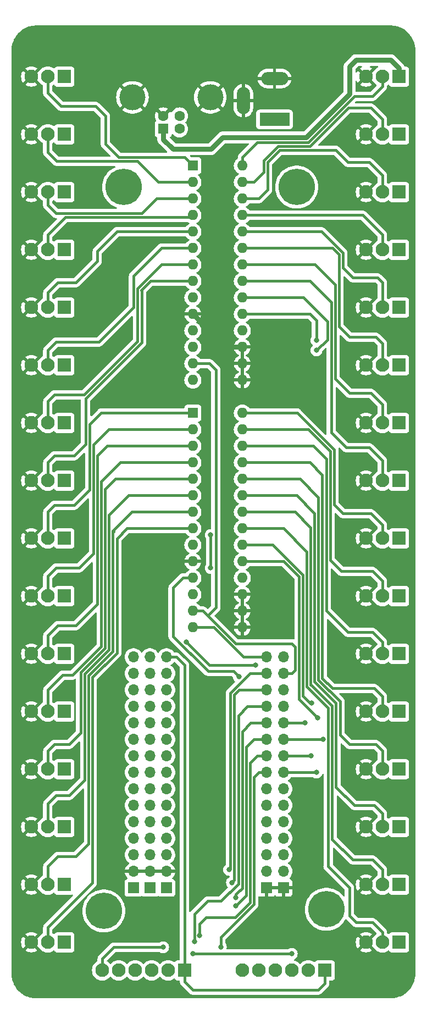
<source format=gbr>
%TF.GenerationSoftware,KiCad,Pcbnew,7.0.6*%
%TF.CreationDate,2023-07-16T21:51:52-04:00*%
%TF.ProjectId,mcp23s17_breakout,6d637032-3373-4313-975f-627265616b6f,rev?*%
%TF.SameCoordinates,Original*%
%TF.FileFunction,Copper,L2,Bot*%
%TF.FilePolarity,Positive*%
%FSLAX46Y46*%
G04 Gerber Fmt 4.6, Leading zero omitted, Abs format (unit mm)*
G04 Created by KiCad (PCBNEW 7.0.6) date 2023-07-16 21:51:52*
%MOMM*%
%LPD*%
G01*
G04 APERTURE LIST*
%TA.AperFunction,ComponentPad*%
%ADD10C,5.600000*%
%TD*%
%TA.AperFunction,ComponentPad*%
%ADD11R,2.100000X2.100000*%
%TD*%
%TA.AperFunction,ComponentPad*%
%ADD12C,2.100000*%
%TD*%
%TA.AperFunction,ComponentPad*%
%ADD13R,1.700000X1.700000*%
%TD*%
%TA.AperFunction,ComponentPad*%
%ADD14O,1.700000X1.700000*%
%TD*%
%TA.AperFunction,ComponentPad*%
%ADD15R,1.600000X1.600000*%
%TD*%
%TA.AperFunction,ComponentPad*%
%ADD16O,1.600000X1.600000*%
%TD*%
%TA.AperFunction,ComponentPad*%
%ADD17R,4.600000X2.000000*%
%TD*%
%TA.AperFunction,ComponentPad*%
%ADD18O,4.200000X2.000000*%
%TD*%
%TA.AperFunction,ComponentPad*%
%ADD19O,2.000000X4.200000*%
%TD*%
%TA.AperFunction,ComponentPad*%
%ADD20C,1.600000*%
%TD*%
%TA.AperFunction,ComponentPad*%
%ADD21C,4.000000*%
%TD*%
%TA.AperFunction,ViaPad*%
%ADD22C,0.800000*%
%TD*%
%TA.AperFunction,Conductor*%
%ADD23C,0.800000*%
%TD*%
%TA.AperFunction,Conductor*%
%ADD24C,0.400000*%
%TD*%
G04 APERTURE END LIST*
D10*
%TO.P,H2,1*%
%TO.N,N/C*%
X116332000Y-52832000D03*
%TD*%
D11*
%TO.P,IO13,1,Pin_1*%
%TO.N,+5V*%
X132080000Y-62484000D03*
D12*
%TO.P,IO13,2,Pin_2*%
%TO.N,Net-(IO13-Pin_2)*%
X129540000Y-62484000D03*
%TO.P,IO13,3,Pin_3*%
%TO.N,GND*%
X127000000Y-62484000D03*
%TD*%
D11*
%TO.P,IO11,1,Pin_1*%
%TO.N,+5V*%
X132080000Y-80264000D03*
D12*
%TO.P,IO11,2,Pin_2*%
%TO.N,Net-(IO11-Pin_2)*%
X129540000Y-80264000D03*
%TO.P,IO11,3,Pin_3*%
%TO.N,GND*%
X127000000Y-80264000D03*
%TD*%
D11*
%TO.P,IO23,1,Pin_1*%
%TO.N,+5V*%
X80518000Y-160274000D03*
D12*
%TO.P,IO23,2,Pin_2*%
%TO.N,Net-(IO23-Pin_2)*%
X77978000Y-160274000D03*
%TO.P,IO23,3,Pin_3*%
%TO.N,GND*%
X75438000Y-160274000D03*
%TD*%
D11*
%TO.P,IO3,1,Pin_1*%
%TO.N,+5V*%
X80518000Y-53594000D03*
D12*
%TO.P,IO3,2,Pin_2*%
%TO.N,Net-(IO3-Pin_2)*%
X77978000Y-53594000D03*
%TO.P,IO3,3,Pin_3*%
%TO.N,GND*%
X75438000Y-53594000D03*
%TD*%
D10*
%TO.P,H3,1*%
%TO.N,N/C*%
X86614000Y-164338000D03*
%TD*%
D13*
%TO.P,J7,1,Pin_1*%
%TO.N,VIN*%
X91186000Y-160782000D03*
D14*
%TO.P,J7,2,Pin_2*%
%TO.N,GND*%
X91186000Y-158242000D03*
%TO.P,J7,3,Pin_3*%
%TO.N,+5V*%
X91186000Y-155702000D03*
%TO.P,J7,4,Pin_4*%
%TO.N,Net-(J6-Pin_4)*%
X91186000Y-153162000D03*
%TO.P,J7,5,Pin_5*%
%TO.N,Net-(J6-Pin_5)*%
X91186000Y-150622000D03*
%TO.P,J7,6,Pin_6*%
%TO.N,Net-(J6-Pin_6)*%
X91186000Y-148082000D03*
%TO.P,J7,7,Pin_7*%
%TO.N,Net-(J6-Pin_7)*%
X91186000Y-145542000D03*
%TO.P,J7,8,Pin_8*%
%TO.N,Net-(J6-Pin_8)*%
X91186000Y-143002000D03*
%TO.P,J7,9,Pin_9*%
%TO.N,Net-(J6-Pin_9)*%
X91186000Y-140462000D03*
%TO.P,J7,10,Pin_10*%
%TO.N,Net-(J6-Pin_10)*%
X91186000Y-137922000D03*
%TO.P,J7,11,Pin_11*%
%TO.N,Net-(J6-Pin_11)*%
X91186000Y-135382000D03*
%TO.P,J7,12,Pin_12*%
%TO.N,Net-(J6-Pin_12)*%
X91186000Y-132842000D03*
%TO.P,J7,13,Pin_13*%
%TO.N,Net-(J6-Pin_13)*%
X91186000Y-130302000D03*
%TO.P,J7,14,Pin_14*%
%TO.N,Net-(J6-Pin_14)*%
X91186000Y-127762000D03*
%TO.P,J7,15,Pin_15*%
%TO.N,SCK*%
X91186000Y-125222000D03*
%TD*%
D11*
%TO.P,IO4,1,Pin_1*%
%TO.N,+5V*%
X80518000Y-62484000D03*
D12*
%TO.P,IO4,2,Pin_2*%
%TO.N,Net-(IO4-Pin_2)*%
X77978000Y-62484000D03*
%TO.P,IO4,3,Pin_3*%
%TO.N,GND*%
X75438000Y-62484000D03*
%TD*%
D11*
%TO.P,IO19,1,Pin_1*%
%TO.N,+5V*%
X80518000Y-124714000D03*
D12*
%TO.P,IO19,2,Pin_2*%
%TO.N,Net-(IO19-Pin_2)*%
X77978000Y-124714000D03*
%TO.P,IO19,3,Pin_3*%
%TO.N,GND*%
X75438000Y-124714000D03*
%TD*%
D11*
%TO.P,IO9,1,Pin_1*%
%TO.N,+5V*%
X132080000Y-98044000D03*
D12*
%TO.P,IO9,2,Pin_2*%
%TO.N,Net-(IO9-Pin_2)*%
X129540000Y-98044000D03*
%TO.P,IO9,3,Pin_3*%
%TO.N,GND*%
X127000000Y-98044000D03*
%TD*%
D11*
%TO.P,IO2,1,Pin_1*%
%TO.N,+5V*%
X80518000Y-44704000D03*
D12*
%TO.P,IO2,2,Pin_2*%
%TO.N,Net-(IO2-Pin_2)*%
X77978000Y-44704000D03*
%TO.P,IO2,3,Pin_3*%
%TO.N,GND*%
X75438000Y-44704000D03*
%TD*%
D11*
%TO.P,IO32,1,Pin_1*%
%TO.N,+5V*%
X132080000Y-106934000D03*
D12*
%TO.P,IO32,2,Pin_2*%
%TO.N,Net-(IO32-Pin_2)*%
X129540000Y-106934000D03*
%TO.P,IO32,3,Pin_3*%
%TO.N,GND*%
X127000000Y-106934000D03*
%TD*%
D11*
%TO.P,IO16,1,Pin_1*%
%TO.N,+5V*%
X132080000Y-35814000D03*
D12*
%TO.P,IO16,2,Pin_2*%
%TO.N,Net-(IO16-Pin_2)*%
X129540000Y-35814000D03*
%TO.P,IO16,3,Pin_3*%
%TO.N,GND*%
X127000000Y-35814000D03*
%TD*%
D11*
%TO.P,IO27,1,Pin_1*%
%TO.N,+5V*%
X132080000Y-151384000D03*
D12*
%TO.P,IO27,2,Pin_2*%
%TO.N,Net-(IO27-Pin_2)*%
X129540000Y-151384000D03*
%TO.P,IO27,3,Pin_3*%
%TO.N,GND*%
X127000000Y-151384000D03*
%TD*%
D11*
%TO.P,IO17,1,Pin_1*%
%TO.N,+5V*%
X80518000Y-106934000D03*
D12*
%TO.P,IO17,2,Pin_2*%
%TO.N,Net-(IO17-Pin_2)*%
X77978000Y-106934000D03*
%TO.P,IO17,3,Pin_3*%
%TO.N,GND*%
X75438000Y-106934000D03*
%TD*%
D11*
%TO.P,IO29,1,Pin_1*%
%TO.N,+5V*%
X132080000Y-133604000D03*
D12*
%TO.P,IO29,2,Pin_2*%
%TO.N,Net-(IO29-Pin_2)*%
X129540000Y-133604000D03*
%TO.P,IO29,3,Pin_3*%
%TO.N,GND*%
X127000000Y-133604000D03*
%TD*%
D11*
%TO.P,IO1,1,Pin_1*%
%TO.N,+5V*%
X80518000Y-35814000D03*
D12*
%TO.P,IO1,2,Pin_2*%
%TO.N,Net-(IO1-Pin_2)*%
X77978000Y-35814000D03*
%TO.P,IO1,3,Pin_3*%
%TO.N,GND*%
X75438000Y-35814000D03*
%TD*%
D11*
%TO.P,IO18,1,Pin_1*%
%TO.N,+5V*%
X80518000Y-115824000D03*
D12*
%TO.P,IO18,2,Pin_2*%
%TO.N,Net-(IO18-Pin_2)*%
X77978000Y-115824000D03*
%TO.P,IO18,3,Pin_3*%
%TO.N,GND*%
X75438000Y-115824000D03*
%TD*%
D11*
%TO.P,IO5,1,Pin_1*%
%TO.N,+5V*%
X80518000Y-71374000D03*
D12*
%TO.P,IO5,2,Pin_2*%
%TO.N,Net-(IO5-Pin_2)*%
X77978000Y-71374000D03*
%TO.P,IO5,3,Pin_3*%
%TO.N,GND*%
X75438000Y-71374000D03*
%TD*%
D11*
%TO.P,IO8,1,Pin_1*%
%TO.N,+5V*%
X80518000Y-98044000D03*
D12*
%TO.P,IO8,2,Pin_2*%
%TO.N,Net-(IO8-Pin_2)*%
X77978000Y-98044000D03*
%TO.P,IO8,3,Pin_3*%
%TO.N,GND*%
X75438000Y-98044000D03*
%TD*%
D13*
%TO.P,U1,1,GND*%
%TO.N,GND*%
X111677300Y-160782000D03*
D14*
%TO.P,U1,2,~{RST}*%
%TO.N,Net-(J4-Pin_2)*%
X111677300Y-158242000D03*
%TO.P,U1,3,D0*%
%TO.N,Net-(J4-Pin_3)*%
X111677300Y-155702000D03*
%TO.P,U1,4,D1*%
%TO.N,Net-(J4-Pin_4)*%
X111677300Y-153162000D03*
%TO.P,U1,5,D2*%
%TO.N,Net-(J4-Pin_5)*%
X111677300Y-150622000D03*
%TO.P,U1,6,D3*%
%TO.N,Net-(J4-Pin_6)*%
X111677300Y-148082000D03*
%TO.P,U1,7,D4*%
%TO.N,Net-(J4-Pin_7)*%
X111677300Y-145542000D03*
%TO.P,U1,8,D5*%
%TO.N,INTB1*%
X111677300Y-143002000D03*
%TO.P,U1,9,D6*%
%TO.N,INTA1*%
X111677300Y-140462000D03*
%TO.P,U1,10,D7*%
%TO.N,INTB0*%
X111677300Y-137922000D03*
%TO.P,U1,11,D8*%
%TO.N,INTA0*%
X111677300Y-135382000D03*
%TO.P,U1,12,D9*%
%TO.N,CS1*%
X111677300Y-132842000D03*
%TO.P,U1,13,D10*%
%TO.N,CS0*%
X111677300Y-130302000D03*
%TO.P,U1,14,D11*%
%TO.N,MOSI*%
X111677300Y-127762000D03*
%TO.P,U1,15,D12*%
%TO.N,MISO*%
X111677300Y-125222000D03*
%TO.P,U1,16,D13*%
%TO.N,SCK*%
X93716000Y-125222000D03*
%TO.P,U1,17,SDA1*%
%TO.N,Net-(J6-Pin_14)*%
X93716000Y-127762000D03*
%TO.P,U1,18,SCL1*%
%TO.N,Net-(J6-Pin_13)*%
X93716000Y-130302000D03*
%TO.P,U1,19,A0*%
%TO.N,Net-(J6-Pin_12)*%
X93716000Y-132842000D03*
%TO.P,U1,20,A1*%
%TO.N,Net-(J6-Pin_11)*%
X93716000Y-135382000D03*
%TO.P,U1,21,A2*%
%TO.N,Net-(J6-Pin_10)*%
X93716000Y-137922000D03*
%TO.P,U1,22,A3*%
%TO.N,Net-(J6-Pin_9)*%
X93716000Y-140462000D03*
%TO.P,U1,23,A4*%
%TO.N,Net-(J6-Pin_8)*%
X93716000Y-143002000D03*
%TO.P,U1,24,A5*%
%TO.N,Net-(J6-Pin_7)*%
X93716000Y-145542000D03*
%TO.P,U1,25,A6*%
%TO.N,Net-(J6-Pin_6)*%
X93716000Y-148082000D03*
%TO.P,U1,26,A7*%
%TO.N,Net-(J6-Pin_5)*%
X93716000Y-150622000D03*
%TO.P,U1,27,AREF*%
%TO.N,Net-(J6-Pin_4)*%
X93716000Y-153162000D03*
%TO.P,U1,28,VCC*%
%TO.N,+5V*%
X93716000Y-155702000D03*
%TO.P,U1,29,GND*%
%TO.N,GND*%
X93716000Y-158242000D03*
D13*
%TO.P,U1,30,VIN*%
%TO.N,VIN*%
X93716000Y-160782000D03*
%TD*%
D11*
%TO.P,J1,1,Pin_1*%
%TO.N,SCK*%
X99060000Y-173482000D03*
D12*
%TO.P,J1,2,Pin_2*%
%TO.N,MISO*%
X96520000Y-173482000D03*
%TO.P,J1,3,Pin_3*%
%TO.N,MOSI*%
X93980000Y-173482000D03*
%TO.P,J1,4,Pin_4*%
%TO.N,CS1*%
X91440000Y-173482000D03*
%TO.P,J1,5,Pin_5*%
%TO.N,INTA1*%
X88900000Y-173482000D03*
%TO.P,J1,6,Pin_6*%
%TO.N,INTB1*%
X86360000Y-173482000D03*
%TD*%
D13*
%TO.P,J6,1,Pin_1*%
%TO.N,VIN*%
X96266000Y-160782000D03*
D14*
%TO.P,J6,2,Pin_2*%
%TO.N,GND*%
X96266000Y-158242000D03*
%TO.P,J6,3,Pin_3*%
%TO.N,+5V*%
X96266000Y-155702000D03*
%TO.P,J6,4,Pin_4*%
%TO.N,Net-(J6-Pin_4)*%
X96266000Y-153162000D03*
%TO.P,J6,5,Pin_5*%
%TO.N,Net-(J6-Pin_5)*%
X96266000Y-150622000D03*
%TO.P,J6,6,Pin_6*%
%TO.N,Net-(J6-Pin_6)*%
X96266000Y-148082000D03*
%TO.P,J6,7,Pin_7*%
%TO.N,Net-(J6-Pin_7)*%
X96266000Y-145542000D03*
%TO.P,J6,8,Pin_8*%
%TO.N,Net-(J6-Pin_8)*%
X96266000Y-143002000D03*
%TO.P,J6,9,Pin_9*%
%TO.N,Net-(J6-Pin_9)*%
X96266000Y-140462000D03*
%TO.P,J6,10,Pin_10*%
%TO.N,Net-(J6-Pin_10)*%
X96266000Y-137922000D03*
%TO.P,J6,11,Pin_11*%
%TO.N,Net-(J6-Pin_11)*%
X96266000Y-135382000D03*
%TO.P,J6,12,Pin_12*%
%TO.N,Net-(J6-Pin_12)*%
X96266000Y-132842000D03*
%TO.P,J6,13,Pin_13*%
%TO.N,Net-(J6-Pin_13)*%
X96266000Y-130302000D03*
%TO.P,J6,14,Pin_14*%
%TO.N,Net-(J6-Pin_14)*%
X96266000Y-127762000D03*
%TO.P,J6,15,Pin_15*%
%TO.N,SCK*%
X96266000Y-125222000D03*
%TD*%
D11*
%TO.P,IO7,1,Pin_1*%
%TO.N,+5V*%
X80518000Y-89154000D03*
D12*
%TO.P,IO7,2,Pin_2*%
%TO.N,Net-(IO7-Pin_2)*%
X77978000Y-89154000D03*
%TO.P,IO7,3,Pin_3*%
%TO.N,GND*%
X75438000Y-89154000D03*
%TD*%
D11*
%TO.P,IO25,1,Pin_1*%
%TO.N,+5V*%
X132080000Y-169164000D03*
D12*
%TO.P,IO25,2,Pin_2*%
%TO.N,Net-(IO25-Pin_2)*%
X129540000Y-169164000D03*
%TO.P,IO25,3,Pin_3*%
%TO.N,GND*%
X127000000Y-169164000D03*
%TD*%
D11*
%TO.P,J2,1,Pin_1*%
%TO.N,SCK*%
X120650000Y-173482000D03*
D12*
%TO.P,J2,2,Pin_2*%
%TO.N,MISO*%
X118110000Y-173482000D03*
%TO.P,J2,3,Pin_3*%
%TO.N,MOSI*%
X115570000Y-173482000D03*
%TO.P,J2,4,Pin_4*%
%TO.N,CS0*%
X113030000Y-173482000D03*
%TO.P,J2,5,Pin_5*%
%TO.N,INTA0*%
X110490000Y-173482000D03*
%TO.P,J2,6,Pin_6*%
%TO.N,INTB0*%
X107950000Y-173482000D03*
%TD*%
D11*
%TO.P,IO21,1,Pin_1*%
%TO.N,+5V*%
X80518000Y-142494000D03*
D12*
%TO.P,IO21,2,Pin_2*%
%TO.N,Net-(IO21-Pin_2)*%
X77978000Y-142494000D03*
%TO.P,IO21,3,Pin_3*%
%TO.N,GND*%
X75438000Y-142494000D03*
%TD*%
D15*
%TO.P,U3,1,GPB0*%
%TO.N,Net-(IO17-Pin_2)*%
X100340000Y-87640000D03*
D16*
%TO.P,U3,2,GPB1*%
%TO.N,Net-(IO18-Pin_2)*%
X100340000Y-90180000D03*
%TO.P,U3,3,GPB2*%
%TO.N,Net-(IO19-Pin_2)*%
X100340000Y-92720000D03*
%TO.P,U3,4,GPB3*%
%TO.N,Net-(IO20-Pin_2)*%
X100340000Y-95260000D03*
%TO.P,U3,5,GPB4*%
%TO.N,Net-(IO21-Pin_2)*%
X100340000Y-97800000D03*
%TO.P,U3,6,GPB5*%
%TO.N,Net-(IO22-Pin_2)*%
X100340000Y-100340000D03*
%TO.P,U3,7,GPB6*%
%TO.N,Net-(IO23-Pin_2)*%
X100340000Y-102880000D03*
%TO.P,U3,8,GPB7*%
%TO.N,Net-(IO24-Pin_2)*%
X100340000Y-105420000D03*
%TO.P,U3,9,VDD*%
%TO.N,+5V*%
X100340000Y-107960000D03*
%TO.P,U3,10,VSS*%
%TO.N,GND*%
X100340000Y-110500000D03*
%TO.P,U3,11,~{CS}*%
%TO.N,CS1*%
X100340000Y-113040000D03*
%TO.P,U3,12,SCK*%
%TO.N,SCK*%
X100340000Y-115580000D03*
%TO.P,U3,13,SI*%
%TO.N,MOSI*%
X100340000Y-118120000D03*
%TO.P,U3,14,SO*%
%TO.N,MISO*%
X100340000Y-120660000D03*
%TO.P,U3,15,A0*%
%TO.N,GND*%
X107960000Y-120660000D03*
%TO.P,U3,16,A1*%
X107960000Y-118120000D03*
%TO.P,U3,17,A2*%
X107960000Y-115580000D03*
%TO.P,U3,18,~{RESET}*%
%TO.N,+5V*%
X107960000Y-113040000D03*
%TO.P,U3,19,INTB*%
%TO.N,INTB1*%
X107960000Y-110500000D03*
%TO.P,U3,20,INTA*%
%TO.N,INTA1*%
X107960000Y-107960000D03*
%TO.P,U3,21,GPA0*%
%TO.N,Net-(IO25-Pin_2)*%
X107960000Y-105420000D03*
%TO.P,U3,22,GPA1*%
%TO.N,Net-(IO26-Pin_2)*%
X107960000Y-102880000D03*
%TO.P,U3,23,GPA2*%
%TO.N,Net-(IO27-Pin_2)*%
X107960000Y-100340000D03*
%TO.P,U3,24,GPA3*%
%TO.N,Net-(IO28-Pin_2)*%
X107960000Y-97800000D03*
%TO.P,U3,25,GPA4*%
%TO.N,Net-(IO29-Pin_2)*%
X107960000Y-95260000D03*
%TO.P,U3,26,GPA5*%
%TO.N,Net-(IO30-Pin_2)*%
X107960000Y-92720000D03*
%TO.P,U3,27,GPA6*%
%TO.N,Net-(IO31-Pin_2)*%
X107960000Y-90180000D03*
%TO.P,U3,28,GPA7*%
%TO.N,Net-(IO32-Pin_2)*%
X107960000Y-87640000D03*
%TD*%
D15*
%TO.P,U2,1,GPB0*%
%TO.N,Net-(IO1-Pin_2)*%
X100340000Y-49540000D03*
D16*
%TO.P,U2,2,GPB1*%
%TO.N,Net-(IO2-Pin_2)*%
X100340000Y-52080000D03*
%TO.P,U2,3,GPB2*%
%TO.N,Net-(IO3-Pin_2)*%
X100340000Y-54620000D03*
%TO.P,U2,4,GPB3*%
%TO.N,Net-(IO4-Pin_2)*%
X100340000Y-57160000D03*
%TO.P,U2,5,GPB4*%
%TO.N,Net-(IO5-Pin_2)*%
X100340000Y-59700000D03*
%TO.P,U2,6,GPB5*%
%TO.N,Net-(IO6-Pin_2)*%
X100340000Y-62240000D03*
%TO.P,U2,7,GPB6*%
%TO.N,Net-(IO7-Pin_2)*%
X100340000Y-64780000D03*
%TO.P,U2,8,GPB7*%
%TO.N,Net-(IO8-Pin_2)*%
X100340000Y-67320000D03*
%TO.P,U2,9,VDD*%
%TO.N,+5V*%
X100340000Y-69860000D03*
%TO.P,U2,10,VSS*%
%TO.N,GND*%
X100340000Y-72400000D03*
%TO.P,U2,11,~{CS}*%
%TO.N,CS0*%
X100340000Y-74940000D03*
%TO.P,U2,12,SCK*%
%TO.N,SCK*%
X100340000Y-77480000D03*
%TO.P,U2,13,SI*%
%TO.N,MOSI*%
X100340000Y-80020000D03*
%TO.P,U2,14,SO*%
%TO.N,MISO*%
X100340000Y-82560000D03*
%TO.P,U2,15,A0*%
%TO.N,GND*%
X107960000Y-82560000D03*
%TO.P,U2,16,A1*%
X107960000Y-80020000D03*
%TO.P,U2,17,A2*%
X107960000Y-77480000D03*
%TO.P,U2,18,~{RESET}*%
%TO.N,+5V*%
X107960000Y-74940000D03*
%TO.P,U2,19,INTB*%
%TO.N,INTB0*%
X107960000Y-72400000D03*
%TO.P,U2,20,INTA*%
%TO.N,INTA0*%
X107960000Y-69860000D03*
%TO.P,U2,21,GPA0*%
%TO.N,Net-(IO9-Pin_2)*%
X107960000Y-67320000D03*
%TO.P,U2,22,GPA1*%
%TO.N,Net-(IO10-Pin_2)*%
X107960000Y-64780000D03*
%TO.P,U2,23,GPA2*%
%TO.N,Net-(IO11-Pin_2)*%
X107960000Y-62240000D03*
%TO.P,U2,24,GPA3*%
%TO.N,Net-(IO12-Pin_2)*%
X107960000Y-59700000D03*
%TO.P,U2,25,GPA4*%
%TO.N,Net-(IO13-Pin_2)*%
X107960000Y-57160000D03*
%TO.P,U2,26,GPA5*%
%TO.N,Net-(IO14-Pin_2)*%
X107960000Y-54620000D03*
%TO.P,U2,27,GPA6*%
%TO.N,Net-(IO15-Pin_2)*%
X107960000Y-52080000D03*
%TO.P,U2,28,GPA7*%
%TO.N,Net-(IO16-Pin_2)*%
X107960000Y-49540000D03*
%TD*%
D11*
%TO.P,IO31,1,Pin_1*%
%TO.N,+5V*%
X132080000Y-115824000D03*
D12*
%TO.P,IO31,2,Pin_2*%
%TO.N,Net-(IO31-Pin_2)*%
X129540000Y-115824000D03*
%TO.P,IO31,3,Pin_3*%
%TO.N,GND*%
X127000000Y-115824000D03*
%TD*%
D11*
%TO.P,IO24,1,Pin_1*%
%TO.N,+5V*%
X80518000Y-169164000D03*
D12*
%TO.P,IO24,2,Pin_2*%
%TO.N,Net-(IO24-Pin_2)*%
X77978000Y-169164000D03*
%TO.P,IO24,3,Pin_3*%
%TO.N,GND*%
X75438000Y-169164000D03*
%TD*%
D11*
%TO.P,IO14,1,Pin_1*%
%TO.N,+5V*%
X132080000Y-53594000D03*
D12*
%TO.P,IO14,2,Pin_2*%
%TO.N,Net-(IO14-Pin_2)*%
X129540000Y-53594000D03*
%TO.P,IO14,3,Pin_3*%
%TO.N,GND*%
X127000000Y-53594000D03*
%TD*%
D11*
%TO.P,IO15,1,Pin_1*%
%TO.N,+5V*%
X132080000Y-44704000D03*
D12*
%TO.P,IO15,2,Pin_2*%
%TO.N,Net-(IO15-Pin_2)*%
X129540000Y-44704000D03*
%TO.P,IO15,3,Pin_3*%
%TO.N,GND*%
X127000000Y-44704000D03*
%TD*%
D17*
%TO.P,J5,1*%
%TO.N,VIN*%
X112918000Y-42418000D03*
D18*
%TO.P,J5,2*%
%TO.N,GND*%
X112918000Y-36118000D03*
D19*
%TO.P,J5,3*%
X108118000Y-39518000D03*
%TD*%
D11*
%TO.P,IO12,1,Pin_1*%
%TO.N,+5V*%
X132080000Y-71374000D03*
D12*
%TO.P,IO12,2,Pin_2*%
%TO.N,Net-(IO12-Pin_2)*%
X129540000Y-71374000D03*
%TO.P,IO12,3,Pin_3*%
%TO.N,GND*%
X127000000Y-71374000D03*
%TD*%
D11*
%TO.P,IO28,1,Pin_1*%
%TO.N,+5V*%
X132080000Y-142494000D03*
D12*
%TO.P,IO28,2,Pin_2*%
%TO.N,Net-(IO28-Pin_2)*%
X129540000Y-142494000D03*
%TO.P,IO28,3,Pin_3*%
%TO.N,GND*%
X127000000Y-142494000D03*
%TD*%
D13*
%TO.P,J4,1,Pin_1*%
%TO.N,GND*%
X114316000Y-160782000D03*
D14*
%TO.P,J4,2,Pin_2*%
%TO.N,Net-(J4-Pin_2)*%
X114316000Y-158242000D03*
%TO.P,J4,3,Pin_3*%
%TO.N,Net-(J4-Pin_3)*%
X114316000Y-155702000D03*
%TO.P,J4,4,Pin_4*%
%TO.N,Net-(J4-Pin_4)*%
X114316000Y-153162000D03*
%TO.P,J4,5,Pin_5*%
%TO.N,Net-(J4-Pin_5)*%
X114316000Y-150622000D03*
%TO.P,J4,6,Pin_6*%
%TO.N,Net-(J4-Pin_6)*%
X114316000Y-148082000D03*
%TO.P,J4,7,Pin_7*%
%TO.N,Net-(J4-Pin_7)*%
X114316000Y-145542000D03*
%TO.P,J4,8,Pin_8*%
%TO.N,INTB1*%
X114316000Y-143002000D03*
%TO.P,J4,9,Pin_9*%
%TO.N,INTA1*%
X114316000Y-140462000D03*
%TO.P,J4,10,Pin_10*%
%TO.N,INTB0*%
X114316000Y-137922000D03*
%TO.P,J4,11,Pin_11*%
%TO.N,INTA0*%
X114316000Y-135382000D03*
%TO.P,J4,12,Pin_12*%
%TO.N,CS1*%
X114316000Y-132842000D03*
%TO.P,J4,13,Pin_13*%
%TO.N,CS0*%
X114316000Y-130302000D03*
%TO.P,J4,14,Pin_14*%
%TO.N,MOSI*%
X114316000Y-127762000D03*
%TO.P,J4,15,Pin_15*%
%TO.N,MISO*%
X114316000Y-125222000D03*
%TD*%
D11*
%TO.P,IO20,1,Pin_1*%
%TO.N,+5V*%
X80518000Y-133604000D03*
D12*
%TO.P,IO20,2,Pin_2*%
%TO.N,Net-(IO20-Pin_2)*%
X77978000Y-133604000D03*
%TO.P,IO20,3,Pin_3*%
%TO.N,GND*%
X75438000Y-133604000D03*
%TD*%
D11*
%TO.P,IO30,1,Pin_1*%
%TO.N,+5V*%
X132080000Y-124714000D03*
D12*
%TO.P,IO30,2,Pin_2*%
%TO.N,Net-(IO30-Pin_2)*%
X129540000Y-124714000D03*
%TO.P,IO30,3,Pin_3*%
%TO.N,GND*%
X127000000Y-124714000D03*
%TD*%
D10*
%TO.P,H4,1*%
%TO.N,N/C*%
X120904000Y-164084000D03*
%TD*%
D11*
%TO.P,IO10,1,Pin_1*%
%TO.N,+5V*%
X132080000Y-89154000D03*
D12*
%TO.P,IO10,2,Pin_2*%
%TO.N,Net-(IO10-Pin_2)*%
X129540000Y-89154000D03*
%TO.P,IO10,3,Pin_3*%
%TO.N,GND*%
X127000000Y-89154000D03*
%TD*%
D10*
%TO.P,H1,1*%
%TO.N,N/C*%
X89662000Y-52832000D03*
%TD*%
D15*
%TO.P,J3,1,VBUS*%
%TO.N,+5V*%
X95778000Y-43871500D03*
D20*
%TO.P,J3,2,D-*%
%TO.N,unconnected-(J3-D--Pad2)*%
X98278000Y-43871500D03*
%TO.P,J3,3,D+*%
%TO.N,unconnected-(J3-D+-Pad3)*%
X98278000Y-41871500D03*
%TO.P,J3,4,GND*%
%TO.N,GND*%
X95778000Y-41871500D03*
D21*
%TO.P,J3,5,Shield*%
X91028000Y-39011500D03*
X103028000Y-39011500D03*
%TD*%
D11*
%TO.P,IO26,1,Pin_1*%
%TO.N,+5V*%
X132080000Y-160274000D03*
D12*
%TO.P,IO26,2,Pin_2*%
%TO.N,Net-(IO26-Pin_2)*%
X129540000Y-160274000D03*
%TO.P,IO26,3,Pin_3*%
%TO.N,GND*%
X127000000Y-160274000D03*
%TD*%
D11*
%TO.P,IO6,1,Pin_1*%
%TO.N,+5V*%
X80518000Y-80264000D03*
D12*
%TO.P,IO6,2,Pin_2*%
%TO.N,Net-(IO6-Pin_2)*%
X77978000Y-80264000D03*
%TO.P,IO6,3,Pin_3*%
%TO.N,GND*%
X75438000Y-80264000D03*
%TD*%
D11*
%TO.P,IO22,1,Pin_1*%
%TO.N,+5V*%
X80518000Y-151384000D03*
D12*
%TO.P,IO22,2,Pin_2*%
%TO.N,Net-(IO22-Pin_2)*%
X77978000Y-151384000D03*
%TO.P,IO22,3,Pin_3*%
%TO.N,GND*%
X75438000Y-151384000D03*
%TD*%
D22*
%TO.N,SCK*%
X103086500Y-106426000D03*
X103086500Y-111506000D03*
%TO.N,MISO*%
X100330000Y-170942000D03*
X115570000Y-170942000D03*
%TO.N,MOSI*%
X105918000Y-157988000D03*
%TO.N,CS1*%
X107442000Y-128270000D03*
X100584000Y-169089000D03*
%TO.N,INTA1*%
X118580500Y-140462000D03*
X118618000Y-132334000D03*
X101383500Y-168148000D03*
%TO.N,INTB1*%
X119380000Y-143002000D03*
X95758000Y-169926000D03*
X119596500Y-134620000D03*
X104648000Y-169888500D03*
%TO.N,CS0*%
X99314000Y-122936000D03*
X109982000Y-126492000D03*
X106368668Y-159962668D03*
%TO.N,INTA0*%
X106934000Y-162306000D03*
X119380000Y-77978000D03*
X117639500Y-135382000D03*
%TO.N,INTB0*%
X106934000Y-163576000D03*
X119380000Y-76454000D03*
X120396000Y-137922000D03*
%TD*%
D23*
%TO.N,+5V*%
X124460000Y-38492629D02*
X117778630Y-45174000D01*
X117778630Y-45174000D02*
X104940000Y-45174000D01*
X97282000Y-46990000D02*
X95778000Y-45486000D01*
X124460000Y-34290000D02*
X124460000Y-38492629D01*
X104940000Y-45174000D02*
X103124000Y-46990000D01*
X130810000Y-33274000D02*
X125476000Y-33274000D01*
X132080000Y-35814000D02*
X132080000Y-34544000D01*
X125476000Y-33274000D02*
X124460000Y-34290000D01*
X132080000Y-34544000D02*
X130810000Y-33274000D01*
X95778000Y-45486000D02*
X95778000Y-43871500D01*
X103124000Y-46990000D02*
X97282000Y-46990000D01*
D24*
%TO.N,Net-(IO1-Pin_2)*%
X99060000Y-48260000D02*
X88900000Y-48260000D01*
X86868000Y-46228000D02*
X86868000Y-41910000D01*
X77978000Y-38354000D02*
X77978000Y-35814000D01*
X85344000Y-40386000D02*
X80010000Y-40386000D01*
X88900000Y-48260000D02*
X86868000Y-46228000D01*
X86868000Y-41910000D02*
X85344000Y-40386000D01*
X100340000Y-49540000D02*
X99060000Y-48260000D01*
X80010000Y-40386000D02*
X77978000Y-38354000D01*
D23*
%TO.N,GND*%
X105420000Y-77480000D02*
X100340000Y-72400000D01*
X107960000Y-77480000D02*
X105420000Y-77480000D01*
D24*
%TO.N,Net-(IO2-Pin_2)*%
X95006000Y-52080000D02*
X91786000Y-48860000D01*
X95006000Y-52080000D02*
X100340000Y-52080000D01*
X91786000Y-48860000D02*
X79340000Y-48860000D01*
X77978000Y-44704000D02*
X77978000Y-47498000D01*
X79340000Y-48860000D02*
X78994000Y-48514000D01*
X77978000Y-47498000D02*
X78994000Y-48514000D01*
%TO.N,Net-(IO3-Pin_2)*%
X100340000Y-54620000D02*
X94732000Y-54620000D01*
X94732000Y-54620000D02*
X92456000Y-56896000D01*
X79248000Y-56896000D02*
X77978000Y-55626000D01*
X92456000Y-56896000D02*
X79248000Y-56896000D01*
X77978000Y-55626000D02*
X77978000Y-53594000D01*
%TO.N,Net-(IO4-Pin_2)*%
X77978000Y-60198000D02*
X80680000Y-57496000D01*
X80680000Y-57496000D02*
X100004000Y-57496000D01*
X100004000Y-57496000D02*
X100340000Y-57160000D01*
X77978000Y-62484000D02*
X77978000Y-60198000D01*
%TO.N,Net-(IO5-Pin_2)*%
X77978000Y-71374000D02*
X77978000Y-69088000D01*
X88636000Y-59700000D02*
X85598000Y-62738000D01*
X82296000Y-67564000D02*
X79502000Y-67564000D01*
X100340000Y-59700000D02*
X88636000Y-59700000D01*
X85598000Y-64262000D02*
X82296000Y-67564000D01*
X77978000Y-69088000D02*
X79502000Y-67564000D01*
X85598000Y-62738000D02*
X85598000Y-64262000D01*
%TO.N,Net-(IO6-Pin_2)*%
X85852000Y-76708000D02*
X91186000Y-71374000D01*
X79248000Y-76708000D02*
X85852000Y-76708000D01*
X91186000Y-66548000D02*
X95494000Y-62240000D01*
X77978000Y-80264000D02*
X77978000Y-77978000D01*
X95494000Y-62240000D02*
X100340000Y-62240000D01*
X77978000Y-77978000D02*
X79248000Y-76708000D01*
X91186000Y-71374000D02*
X91186000Y-66548000D01*
%TO.N,Net-(IO7-Pin_2)*%
X91786000Y-76616000D02*
X91786000Y-68488000D01*
X78994000Y-84836000D02*
X83566000Y-84836000D01*
X83566000Y-84836000D02*
X91786000Y-76616000D01*
X77978000Y-89154000D02*
X77978000Y-85852000D01*
X91786000Y-68488000D02*
X95494000Y-64780000D01*
X95494000Y-64780000D02*
X100340000Y-64780000D01*
X77978000Y-85852000D02*
X78994000Y-84836000D01*
%TO.N,Net-(IO8-Pin_2)*%
X77978000Y-95250000D02*
X78994000Y-94234000D01*
X83820000Y-92456000D02*
X82042000Y-94234000D01*
X93802528Y-67320000D02*
X92386000Y-68736528D01*
X83820000Y-85430528D02*
X83820000Y-92456000D01*
X92386000Y-68736528D02*
X92456000Y-68806528D01*
X100340000Y-67320000D02*
X93802528Y-67320000D01*
X92456000Y-68806528D02*
X92456000Y-76794528D01*
X92456000Y-76794528D02*
X83820000Y-85430528D01*
X82042000Y-94234000D02*
X78994000Y-94234000D01*
X77978000Y-98044000D02*
X77978000Y-95250000D01*
%TO.N,Net-(IO9-Pin_2)*%
X118374000Y-67320000D02*
X121644000Y-70590000D01*
X121644000Y-90656000D02*
X123952000Y-92964000D01*
X107960000Y-67320000D02*
X118374000Y-67320000D01*
X129540000Y-98044000D02*
X129540000Y-94996000D01*
X121644000Y-70590000D02*
X121644000Y-90656000D01*
X129540000Y-94996000D02*
X127508000Y-92964000D01*
X127508000Y-92964000D02*
X123952000Y-92964000D01*
%TO.N,Net-(IO10-Pin_2)*%
X124460000Y-84582000D02*
X127762000Y-84582000D01*
X119136000Y-64780000D02*
X122244000Y-67888000D01*
X129540000Y-86360000D02*
X129540000Y-89154000D01*
X127762000Y-84582000D02*
X129540000Y-86360000D01*
X107960000Y-64780000D02*
X119136000Y-64780000D01*
X122244000Y-67888000D02*
X122244000Y-82366000D01*
X122244000Y-82366000D02*
X124460000Y-84582000D01*
%TO.N,Net-(IO11-Pin_2)*%
X122844000Y-63240528D02*
X121843472Y-62240000D01*
X129540000Y-76962000D02*
X128524000Y-75946000D01*
X124460000Y-75946000D02*
X122844000Y-74330000D01*
X122844000Y-74330000D02*
X122844000Y-63240528D01*
X121843472Y-62240000D02*
X107960000Y-62240000D01*
X129540000Y-80264000D02*
X129540000Y-76962000D01*
X128524000Y-75946000D02*
X124460000Y-75946000D01*
%TO.N,Net-(IO12-Pin_2)*%
X123444000Y-65278000D02*
X124968000Y-66802000D01*
X120152000Y-59700000D02*
X123444000Y-62992000D01*
X128778000Y-66802000D02*
X129540000Y-67564000D01*
X107960000Y-59700000D02*
X120152000Y-59700000D01*
X123444000Y-62992000D02*
X123444000Y-65278000D01*
X124968000Y-66802000D02*
X128778000Y-66802000D01*
X129540000Y-67564000D02*
X129540000Y-71374000D01*
%TO.N,Net-(IO13-Pin_2)*%
X129540000Y-60198000D02*
X129540000Y-62484000D01*
X126502000Y-57160000D02*
X129540000Y-60198000D01*
X107960000Y-57160000D02*
X126502000Y-57160000D01*
%TO.N,Net-(IO14-Pin_2)*%
X111852000Y-49016528D02*
X113694528Y-47174000D01*
X127508000Y-49022000D02*
X129540000Y-51054000D01*
X129540000Y-51054000D02*
X129540000Y-53594000D01*
X107960000Y-54620000D02*
X110480000Y-54620000D01*
X111852000Y-53248000D02*
X111852000Y-49016528D01*
X113694528Y-47174000D02*
X122358000Y-47174000D01*
X110480000Y-54620000D02*
X111852000Y-53248000D01*
X122358000Y-47174000D02*
X124206000Y-49022000D01*
X124206000Y-49022000D02*
X127508000Y-49022000D01*
%TO.N,Net-(IO15-Pin_2)*%
X113446000Y-46574000D02*
X111252000Y-48768000D01*
X111252000Y-50546000D02*
X109718000Y-52080000D01*
X127762000Y-40640000D02*
X124292528Y-40640000D01*
X129540000Y-44704000D02*
X129540000Y-42418000D01*
X124292528Y-40640000D02*
X118358528Y-46574000D01*
X109718000Y-52080000D02*
X107960000Y-52080000D01*
X111252000Y-48768000D02*
X111252000Y-50546000D01*
X129540000Y-42418000D02*
X127762000Y-40640000D01*
X118358528Y-46574000D02*
X113446000Y-46574000D01*
%TO.N,Net-(IO16-Pin_2)*%
X129540000Y-37338000D02*
X129540000Y-35814000D01*
X125222000Y-38862000D02*
X128016000Y-38862000D01*
X128016000Y-38862000D02*
X129540000Y-37338000D01*
X118110000Y-45974000D02*
X125222000Y-38862000D01*
X107960000Y-49540000D02*
X107960000Y-48250000D01*
X107960000Y-48250000D02*
X110236000Y-45974000D01*
X110236000Y-45974000D02*
X118110000Y-45974000D01*
%TO.N,Net-(IO17-Pin_2)*%
X77978000Y-102870000D02*
X77978000Y-106934000D01*
X84420000Y-99476000D02*
X82042000Y-101854000D01*
X86188000Y-87640000D02*
X84420000Y-89408000D01*
X78994000Y-101854000D02*
X77978000Y-102870000D01*
X84420000Y-89408000D02*
X84420000Y-99476000D01*
X100340000Y-87640000D02*
X86188000Y-87640000D01*
X82042000Y-101854000D02*
X78994000Y-101854000D01*
%TO.N,Net-(IO18-Pin_2)*%
X85020000Y-109290000D02*
X85020000Y-92526000D01*
X79248000Y-111506000D02*
X82804000Y-111506000D01*
X77978000Y-112776000D02*
X79248000Y-111506000D01*
X77978000Y-115824000D02*
X77978000Y-112776000D01*
X82804000Y-111506000D02*
X85020000Y-109290000D01*
X85020000Y-92526000D02*
X87366000Y-90180000D01*
X87366000Y-90180000D02*
X100340000Y-90180000D01*
%TO.N,Net-(IO19-Pin_2)*%
X85620000Y-94212000D02*
X85620000Y-117072000D01*
X82296000Y-120396000D02*
X79502000Y-120396000D01*
X87112000Y-92720000D02*
X85620000Y-94212000D01*
X79502000Y-120396000D02*
X77978000Y-121920000D01*
X77978000Y-121920000D02*
X77978000Y-124714000D01*
X100340000Y-92720000D02*
X87112000Y-92720000D01*
X85620000Y-117072000D02*
X82296000Y-120396000D01*
%TO.N,Net-(IO20-Pin_2)*%
X81788000Y-128016000D02*
X86220000Y-123584000D01*
X89144000Y-95260000D02*
X100340000Y-95260000D01*
X86220000Y-98184000D02*
X89144000Y-95260000D01*
X77978000Y-133604000D02*
X77978000Y-130302000D01*
X77978000Y-130302000D02*
X80264000Y-128016000D01*
X86220000Y-123584000D02*
X86220000Y-98184000D01*
X80264000Y-128016000D02*
X81788000Y-128016000D01*
%TO.N,Net-(IO21-Pin_2)*%
X86820000Y-99362000D02*
X86820000Y-123832528D01*
X100340000Y-97800000D02*
X88382000Y-97800000D01*
X83058000Y-127594528D02*
X83058000Y-136906000D01*
X83058000Y-136906000D02*
X81280000Y-138684000D01*
X77978000Y-139700000D02*
X77978000Y-142494000D01*
X88382000Y-97800000D02*
X86820000Y-99362000D01*
X81280000Y-138684000D02*
X78994000Y-138684000D01*
X78994000Y-138684000D02*
X77978000Y-139700000D01*
X86820000Y-123832528D02*
X83058000Y-127594528D01*
%TO.N,Net-(IO22-Pin_2)*%
X90414000Y-100340000D02*
X100340000Y-100340000D01*
X77978000Y-151384000D02*
X77978000Y-147828000D01*
X83658000Y-127843056D02*
X87420000Y-124081056D01*
X87420000Y-124081056D02*
X87420000Y-103334000D01*
X79248000Y-146558000D02*
X81280000Y-146558000D01*
X77978000Y-147828000D02*
X79248000Y-146558000D01*
X87420000Y-103334000D02*
X90414000Y-100340000D01*
X83658000Y-144180000D02*
X83658000Y-127843056D01*
X81280000Y-146558000D02*
X83658000Y-144180000D01*
%TO.N,Net-(IO23-Pin_2)*%
X77978000Y-160274000D02*
X77978000Y-157480000D01*
X88020000Y-124329584D02*
X88020000Y-106018000D01*
X84258000Y-128091584D02*
X88020000Y-124329584D01*
X79502000Y-155956000D02*
X82296000Y-155956000D01*
X88020000Y-105782000D02*
X90922000Y-102880000D01*
X88138000Y-105900000D02*
X88020000Y-105782000D01*
X84258000Y-153994000D02*
X84258000Y-128091584D01*
X88020000Y-106018000D02*
X88138000Y-105900000D01*
X77978000Y-157480000D02*
X79502000Y-155956000D01*
X82296000Y-155956000D02*
X84258000Y-153994000D01*
X90922000Y-102880000D02*
X100340000Y-102880000D01*
%TO.N,Net-(IO24-Pin_2)*%
X88620000Y-106960000D02*
X90160000Y-105420000D01*
X84858000Y-159998000D02*
X84858000Y-128340112D01*
X77978000Y-169164000D02*
X77978000Y-166878000D01*
X90160000Y-105420000D02*
X100340000Y-105420000D01*
X77978000Y-166878000D02*
X84858000Y-159998000D01*
X88620000Y-124578112D02*
X88620000Y-106960000D01*
X84858000Y-128340112D02*
X88620000Y-124578112D01*
%TO.N,Net-(IO25-Pin_2)*%
X121196000Y-157442000D02*
X121196000Y-133058000D01*
X117878000Y-129740000D02*
X117878000Y-108988000D01*
X121196000Y-133058000D02*
X117878000Y-129740000D01*
X124460000Y-160782000D02*
X121158000Y-157480000D01*
X129540000Y-169164000D02*
X129540000Y-167640000D01*
X117878000Y-108988000D02*
X114310000Y-105420000D01*
X121158000Y-157480000D02*
X121196000Y-157442000D01*
X128016000Y-166116000D02*
X125476000Y-166116000D01*
X114310000Y-105420000D02*
X107960000Y-105420000D01*
X129540000Y-167640000D02*
X128016000Y-166116000D01*
X124460000Y-165100000D02*
X124460000Y-160782000D01*
X125476000Y-166116000D02*
X124460000Y-165100000D01*
%TO.N,Net-(IO26-Pin_2)*%
X118569472Y-129491472D02*
X118478000Y-129491472D01*
X129540000Y-157988000D02*
X128016000Y-156464000D01*
X118478000Y-105270000D02*
X116088000Y-102880000D01*
X129540000Y-160274000D02*
X129540000Y-157988000D01*
X121796000Y-132718000D02*
X118569472Y-129491472D01*
X124968000Y-156464000D02*
X121796000Y-153292000D01*
X118478000Y-129491472D02*
X118478000Y-105270000D01*
X116088000Y-102880000D02*
X107960000Y-102880000D01*
X121796000Y-153292000D02*
X121796000Y-132718000D01*
X128016000Y-156464000D02*
X124968000Y-156464000D01*
%TO.N,Net-(IO27-Pin_2)*%
X129540000Y-151384000D02*
X129540000Y-149352000D01*
X116342000Y-100340000D02*
X107960000Y-100340000D01*
X125222000Y-148082000D02*
X122396000Y-145256000D01*
X119078000Y-128984000D02*
X119078000Y-103076000D01*
X128270000Y-148082000D02*
X125222000Y-148082000D01*
X119078000Y-103076000D02*
X116342000Y-100340000D01*
X122396000Y-132302000D02*
X119078000Y-128984000D01*
X129540000Y-149352000D02*
X128270000Y-148082000D01*
X122396000Y-145256000D02*
X122396000Y-132302000D01*
%TO.N,Net-(IO28-Pin_2)*%
X128524000Y-138684000D02*
X124460000Y-138684000D01*
X119678000Y-100628000D02*
X116850000Y-97800000D01*
X129540000Y-139700000D02*
X128524000Y-138684000D01*
X119678000Y-128735472D02*
X119678000Y-100628000D01*
X129540000Y-142494000D02*
X129540000Y-139700000D01*
X122996000Y-137220000D02*
X122996000Y-132053472D01*
X124460000Y-138684000D02*
X122996000Y-137220000D01*
X122996000Y-132053472D02*
X119678000Y-128735472D01*
X116850000Y-97800000D02*
X107960000Y-97800000D01*
%TO.N,Net-(IO29-Pin_2)*%
X129540000Y-133604000D02*
X129540000Y-131318000D01*
X120278000Y-128486944D02*
X120278000Y-97164000D01*
X128270000Y-130048000D02*
X121839056Y-130048000D01*
X120278000Y-97164000D02*
X118374000Y-95260000D01*
X129540000Y-131318000D02*
X128270000Y-130048000D01*
X121839056Y-130048000D02*
X120278000Y-128486944D01*
X118374000Y-95260000D02*
X107960000Y-95260000D01*
%TO.N,Net-(IO30-Pin_2)*%
X124206000Y-121412000D02*
X120878000Y-118084000D01*
X129540000Y-124714000D02*
X129540000Y-122936000D01*
X120878000Y-118084000D02*
X120878000Y-94716000D01*
X118882000Y-92720000D02*
X107960000Y-92720000D01*
X129540000Y-122936000D02*
X128016000Y-121412000D01*
X120878000Y-94716000D02*
X118882000Y-92720000D01*
X128016000Y-121412000D02*
X124206000Y-121412000D01*
%TO.N,Net-(IO31-Pin_2)*%
X121478000Y-93538000D02*
X118120000Y-90180000D01*
X123190000Y-112014000D02*
X121478000Y-110302000D01*
X128016000Y-112014000D02*
X123190000Y-112014000D01*
X121478000Y-110302000D02*
X121478000Y-93538000D01*
X129540000Y-113538000D02*
X128016000Y-112014000D01*
X129540000Y-115824000D02*
X129540000Y-113538000D01*
X118120000Y-90180000D02*
X107960000Y-90180000D01*
%TO.N,Net-(IO32-Pin_2)*%
X123444000Y-103124000D02*
X127762000Y-103124000D01*
X122078000Y-101758000D02*
X123444000Y-103124000D01*
X129540000Y-104902000D02*
X129540000Y-106934000D01*
X127762000Y-103124000D02*
X129540000Y-104902000D01*
X122078000Y-93289472D02*
X122078000Y-101758000D01*
X107960000Y-87640000D02*
X116428528Y-87640000D01*
X116428528Y-87640000D02*
X122078000Y-93289472D01*
%TO.N,SCK*%
X96266000Y-125222000D02*
X97790000Y-125222000D01*
X99060000Y-175260000D02*
X99060000Y-173482000D01*
X120650000Y-175514000D02*
X119634000Y-176530000D01*
X97790000Y-125222000D02*
X98552000Y-125984000D01*
X99060000Y-126492000D02*
X99060000Y-173482000D01*
X119634000Y-176530000D02*
X100330000Y-176530000D01*
X103086500Y-106426000D02*
X103086500Y-111506000D01*
X98552000Y-125984000D02*
X99060000Y-126492000D01*
X100330000Y-176530000D02*
X99060000Y-175260000D01*
X120650000Y-173482000D02*
X120650000Y-175514000D01*
%TO.N,MISO*%
X103555472Y-120660000D02*
X108117472Y-125222000D01*
X100330000Y-170942000D02*
X115570000Y-170942000D01*
X108117472Y-125222000D02*
X111677300Y-125222000D01*
X100340000Y-120660000D02*
X103555472Y-120660000D01*
%TO.N,MOSI*%
X100340000Y-118120000D02*
X101864000Y-118120000D01*
X102880000Y-80020000D02*
X103886000Y-81026000D01*
X103886000Y-81026000D02*
X103886000Y-117602000D01*
X116078000Y-123698000D02*
X116078000Y-127254000D01*
X103886000Y-117602000D02*
X102616000Y-118872000D01*
X109133472Y-127762000D02*
X106128000Y-130767472D01*
X106128000Y-130810000D02*
X106128000Y-139236000D01*
X106128000Y-146558000D02*
X106128000Y-157778000D01*
X115570000Y-127762000D02*
X114316000Y-127762000D01*
X106934000Y-123190000D02*
X115570000Y-123190000D01*
X115570000Y-123190000D02*
X116078000Y-123698000D01*
X100340000Y-80020000D02*
X102880000Y-80020000D01*
X106128000Y-157778000D02*
X105918000Y-157988000D01*
X102616000Y-118872000D02*
X106934000Y-123190000D01*
X111677300Y-127762000D02*
X109133472Y-127762000D01*
X116078000Y-127254000D02*
X115570000Y-127762000D01*
X106128000Y-139236000D02*
X106128000Y-146558000D01*
X106128000Y-130767472D02*
X106128000Y-130810000D01*
X101864000Y-118120000D02*
X102616000Y-118872000D01*
%TO.N,CS1*%
X111677300Y-132842000D02*
X108712000Y-132842000D01*
X102672853Y-127426224D02*
X106598224Y-127426224D01*
X100340000Y-113040000D02*
X98796000Y-113040000D01*
X97282000Y-114554000D02*
X97282000Y-122035371D01*
X100584000Y-169089000D02*
X100584000Y-164846000D01*
X102616000Y-162814000D02*
X104140000Y-162814000D01*
X98796000Y-113040000D02*
X97282000Y-114554000D01*
X97282000Y-122035371D02*
X102672853Y-127426224D01*
X107328000Y-160134000D02*
X104648000Y-162814000D01*
X107328000Y-134226000D02*
X107328000Y-160134000D01*
X106598224Y-127426224D02*
X107442000Y-128270000D01*
X104648000Y-162814000D02*
X104140000Y-162814000D01*
X100584000Y-164846000D02*
X102616000Y-162814000D01*
X108712000Y-132842000D02*
X107328000Y-134226000D01*
%TO.N,INTA1*%
X114316000Y-140462000D02*
X118580500Y-140462000D01*
X106847472Y-165354000D02*
X109128000Y-163073472D01*
X109128000Y-163073472D02*
X109128000Y-141570000D01*
X110236000Y-140462000D02*
X111677300Y-140462000D01*
X112618528Y-107960000D02*
X107960000Y-107960000D01*
X118618000Y-132334000D02*
X118364000Y-132334000D01*
X118364000Y-132334000D02*
X117278000Y-131248000D01*
X101383500Y-168148000D02*
X101383500Y-166332500D01*
X109128000Y-141570000D02*
X110236000Y-140462000D01*
X102362000Y-165354000D02*
X106847472Y-165354000D01*
X101383500Y-166332500D02*
X102362000Y-165354000D01*
X117278000Y-112619472D02*
X112618528Y-107960000D01*
X117278000Y-131248000D02*
X117278000Y-112619472D01*
%TO.N,INTB1*%
X111677300Y-143002000D02*
X110490000Y-143002000D01*
X106680000Y-166370000D02*
X104648000Y-168402000D01*
X104648000Y-168402000D02*
X104648000Y-169888500D01*
X116678000Y-112868000D02*
X116678000Y-126492000D01*
X114310000Y-110500000D02*
X116678000Y-112868000D01*
X95758000Y-169926000D02*
X88138000Y-169926000D01*
X119380000Y-143002000D02*
X114316000Y-143002000D01*
X109728000Y-163322000D02*
X106680000Y-166370000D01*
X86360000Y-171704000D02*
X86360000Y-173482000D01*
X107960000Y-110500000D02*
X114310000Y-110500000D01*
X109728000Y-143764000D02*
X109728000Y-163322000D01*
X88138000Y-169926000D02*
X86360000Y-171704000D01*
X110490000Y-143002000D02*
X109728000Y-143764000D01*
X116678000Y-131701500D02*
X119596500Y-134620000D01*
X116678000Y-126492000D02*
X116678000Y-131701500D01*
%TO.N,CS0*%
X99314000Y-122936000D02*
X102870000Y-126492000D01*
X106728000Y-131016000D02*
X107442000Y-130302000D01*
X102870000Y-126492000D02*
X109982000Y-126492000D01*
X106368668Y-159962668D02*
X106728000Y-159603336D01*
X106728000Y-159603336D02*
X106728000Y-131016000D01*
X107442000Y-130302000D02*
X111677300Y-130302000D01*
%TO.N,INTA0*%
X107928000Y-136674000D02*
X107928000Y-160804000D01*
X107928000Y-160804000D02*
X107188000Y-161544000D01*
X121044000Y-73546000D02*
X121044000Y-76314000D01*
X111677300Y-135382000D02*
X109220000Y-135382000D01*
X107188000Y-161544000D02*
X106934000Y-161798000D01*
X107960000Y-69860000D02*
X117358000Y-69860000D01*
X121044000Y-76314000D02*
X119380000Y-77978000D01*
X117358000Y-69860000D02*
X121044000Y-73546000D01*
X106934000Y-161798000D02*
X106934000Y-162306000D01*
X109220000Y-135382000D02*
X107928000Y-136674000D01*
X117639500Y-135382000D02*
X114316000Y-135382000D01*
%TO.N,INTB0*%
X108528000Y-161982000D02*
X108528000Y-139122000D01*
X119380000Y-73406000D02*
X118374000Y-72400000D01*
X114316000Y-137922000D02*
X120396000Y-137922000D01*
X106934000Y-163576000D02*
X108528000Y-161982000D01*
X107960000Y-72400000D02*
X118374000Y-72400000D01*
X108528000Y-139122000D02*
X109728000Y-137922000D01*
X119380000Y-76454000D02*
X119380000Y-73406000D01*
X109728000Y-137922000D02*
X111677300Y-137922000D01*
%TD*%
%TA.AperFunction,Conductor*%
%TO.N,GND*%
G36*
X113856507Y-160572156D02*
G01*
X113816000Y-160710111D01*
X113816000Y-160853889D01*
X113856507Y-160991844D01*
X113882314Y-161032000D01*
X112110986Y-161032000D01*
X112136793Y-160991844D01*
X112177300Y-160853889D01*
X112177300Y-160710111D01*
X112136793Y-160572156D01*
X112110986Y-160532000D01*
X113882314Y-160532000D01*
X113856507Y-160572156D01*
G37*
%TD.AperFunction*%
%TA.AperFunction,Conductor*%
G36*
X93256507Y-158032156D02*
G01*
X93216000Y-158170111D01*
X93216000Y-158313889D01*
X93256507Y-158451844D01*
X93282314Y-158492000D01*
X91619686Y-158492000D01*
X91645493Y-158451844D01*
X91686000Y-158313889D01*
X91686000Y-158170111D01*
X91645493Y-158032156D01*
X91619686Y-157992000D01*
X93282314Y-157992000D01*
X93256507Y-158032156D01*
G37*
%TD.AperFunction*%
%TA.AperFunction,Conductor*%
G36*
X95806507Y-158032156D02*
G01*
X95766000Y-158170111D01*
X95766000Y-158313889D01*
X95806507Y-158451844D01*
X95832314Y-158492000D01*
X94149686Y-158492000D01*
X94175493Y-158451844D01*
X94216000Y-158313889D01*
X94216000Y-158170111D01*
X94175493Y-158032156D01*
X94149686Y-157992000D01*
X95832314Y-157992000D01*
X95806507Y-158032156D01*
G37*
%TD.AperFunction*%
%TA.AperFunction,Conductor*%
G36*
X108893207Y-46102185D02*
G01*
X108938962Y-46154989D01*
X108948906Y-46224147D01*
X108919881Y-46287703D01*
X108913849Y-46294181D01*
X107475480Y-47732548D01*
X107472753Y-47735115D01*
X107425782Y-47776728D01*
X107425780Y-47776731D01*
X107390138Y-47828367D01*
X107387920Y-47831382D01*
X107349223Y-47880777D01*
X107344962Y-47890243D01*
X107333947Y-47909774D01*
X107328048Y-47918320D01*
X107328044Y-47918328D01*
X107305794Y-47976995D01*
X107304361Y-47980454D01*
X107278610Y-48037670D01*
X107278609Y-48037673D01*
X107276737Y-48047889D01*
X107270715Y-48069494D01*
X107267035Y-48079198D01*
X107259470Y-48141490D01*
X107258907Y-48145191D01*
X107247598Y-48206903D01*
X107247598Y-48206908D01*
X107251387Y-48269544D01*
X107251500Y-48273289D01*
X107251500Y-48374162D01*
X107231815Y-48441201D01*
X107198625Y-48475736D01*
X107115702Y-48533800D01*
X107115696Y-48533805D01*
X106953806Y-48695695D01*
X106953803Y-48695698D01*
X106953802Y-48695700D01*
X106889491Y-48787545D01*
X106822476Y-48883252D01*
X106822475Y-48883254D01*
X106725718Y-49090750D01*
X106725714Y-49090761D01*
X106666457Y-49311910D01*
X106666456Y-49311918D01*
X106646502Y-49539998D01*
X106646502Y-49540001D01*
X106666456Y-49768081D01*
X106666457Y-49768089D01*
X106725714Y-49989238D01*
X106725718Y-49989249D01*
X106772498Y-50089568D01*
X106822477Y-50196749D01*
X106953802Y-50384300D01*
X107115700Y-50546198D01*
X107303251Y-50677523D01*
X107346345Y-50697618D01*
X107398783Y-50743788D01*
X107417936Y-50810981D01*
X107397721Y-50877863D01*
X107346347Y-50922380D01*
X107303252Y-50942476D01*
X107293672Y-50949184D01*
X107115700Y-51073802D01*
X107115698Y-51073803D01*
X107115695Y-51073806D01*
X106953806Y-51235695D01*
X106953803Y-51235698D01*
X106953802Y-51235700D01*
X106875540Y-51347470D01*
X106822476Y-51423252D01*
X106822475Y-51423254D01*
X106725718Y-51630750D01*
X106725714Y-51630761D01*
X106666457Y-51851910D01*
X106666456Y-51851918D01*
X106646502Y-52079998D01*
X106646502Y-52080001D01*
X106666456Y-52308081D01*
X106666457Y-52308089D01*
X106725714Y-52529238D01*
X106725718Y-52529249D01*
X106810914Y-52711952D01*
X106822477Y-52736749D01*
X106953802Y-52924300D01*
X107115700Y-53086198D01*
X107264283Y-53190237D01*
X107303251Y-53217523D01*
X107346345Y-53237618D01*
X107398784Y-53283791D01*
X107417936Y-53350984D01*
X107397720Y-53417865D01*
X107346345Y-53462382D01*
X107303251Y-53482476D01*
X107198087Y-53556114D01*
X107115700Y-53613802D01*
X107115698Y-53613803D01*
X107115695Y-53613806D01*
X106953806Y-53775695D01*
X106953803Y-53775698D01*
X106953802Y-53775700D01*
X106873800Y-53889955D01*
X106822476Y-53963252D01*
X106822475Y-53963254D01*
X106725718Y-54170750D01*
X106725714Y-54170761D01*
X106666457Y-54391910D01*
X106666456Y-54391918D01*
X106646502Y-54619998D01*
X106646502Y-54620001D01*
X106666456Y-54848081D01*
X106666457Y-54848089D01*
X106725714Y-55069238D01*
X106725718Y-55069249D01*
X106766786Y-55157319D01*
X106822477Y-55276749D01*
X106953802Y-55464300D01*
X107115700Y-55626198D01*
X107265101Y-55730810D01*
X107303251Y-55757523D01*
X107346345Y-55777618D01*
X107398784Y-55823791D01*
X107417936Y-55890984D01*
X107397720Y-55957865D01*
X107346345Y-56002382D01*
X107303251Y-56022476D01*
X107193578Y-56099271D01*
X107115700Y-56153802D01*
X107115698Y-56153803D01*
X107115695Y-56153806D01*
X106953806Y-56315695D01*
X106822476Y-56503252D01*
X106822475Y-56503254D01*
X106725718Y-56710750D01*
X106725714Y-56710761D01*
X106666457Y-56931910D01*
X106666456Y-56931918D01*
X106646502Y-57159998D01*
X106646502Y-57160001D01*
X106666456Y-57388081D01*
X106666457Y-57388089D01*
X106725714Y-57609238D01*
X106725718Y-57609249D01*
X106816573Y-57804088D01*
X106822477Y-57816749D01*
X106953802Y-58004300D01*
X107115700Y-58166198D01*
X107222270Y-58240819D01*
X107303251Y-58297523D01*
X107346345Y-58317618D01*
X107398784Y-58363791D01*
X107417936Y-58430984D01*
X107397720Y-58497865D01*
X107346345Y-58542382D01*
X107303251Y-58562476D01*
X107178126Y-58650090D01*
X107115700Y-58693802D01*
X107115698Y-58693803D01*
X107115695Y-58693806D01*
X106953806Y-58855695D01*
X106822476Y-59043252D01*
X106822475Y-59043254D01*
X106725718Y-59250750D01*
X106725714Y-59250761D01*
X106666457Y-59471910D01*
X106666456Y-59471918D01*
X106646502Y-59699998D01*
X106646502Y-59700001D01*
X106666456Y-59928081D01*
X106666457Y-59928089D01*
X106725714Y-60149238D01*
X106725718Y-60149249D01*
X106759311Y-60221289D01*
X106822477Y-60356749D01*
X106953802Y-60544300D01*
X107115700Y-60706198D01*
X107303250Y-60837522D01*
X107303251Y-60837523D01*
X107346345Y-60857618D01*
X107398784Y-60903791D01*
X107417936Y-60970984D01*
X107397720Y-61037865D01*
X107346345Y-61082382D01*
X107303251Y-61102476D01*
X107207672Y-61169402D01*
X107115700Y-61233802D01*
X107115698Y-61233803D01*
X107115695Y-61233806D01*
X106953806Y-61395695D01*
X106822476Y-61583252D01*
X106822475Y-61583254D01*
X106725718Y-61790750D01*
X106725714Y-61790761D01*
X106666457Y-62011910D01*
X106666456Y-62011918D01*
X106646502Y-62239998D01*
X106646502Y-62240001D01*
X106666456Y-62468081D01*
X106666457Y-62468089D01*
X106725714Y-62689238D01*
X106725718Y-62689249D01*
X106817156Y-62885339D01*
X106822477Y-62896749D01*
X106953802Y-63084300D01*
X107115700Y-63246198D01*
X107303250Y-63377522D01*
X107303251Y-63377523D01*
X107346345Y-63397618D01*
X107398784Y-63443791D01*
X107417936Y-63510984D01*
X107397720Y-63577865D01*
X107346345Y-63622382D01*
X107303251Y-63642476D01*
X107178126Y-63730090D01*
X107115700Y-63773802D01*
X107115698Y-63773803D01*
X107115695Y-63773806D01*
X106953806Y-63935695D01*
X106953803Y-63935698D01*
X106953802Y-63935700D01*
X106905384Y-64004848D01*
X106822476Y-64123252D01*
X106822475Y-64123254D01*
X106725718Y-64330750D01*
X106725714Y-64330761D01*
X106666457Y-64551910D01*
X106666456Y-64551918D01*
X106646502Y-64779998D01*
X106646502Y-64780001D01*
X106666456Y-65008081D01*
X106666457Y-65008089D01*
X106725714Y-65229238D01*
X106725718Y-65229249D01*
X106822475Y-65436745D01*
X106822477Y-65436749D01*
X106953802Y-65624300D01*
X107115700Y-65786198D01*
X107303250Y-65917523D01*
X107303251Y-65917523D01*
X107346345Y-65937618D01*
X107398784Y-65983791D01*
X107417936Y-66050984D01*
X107397720Y-66117865D01*
X107346345Y-66162382D01*
X107303251Y-66182476D01*
X107181422Y-66267783D01*
X107115700Y-66313802D01*
X107115698Y-66313803D01*
X107115695Y-66313806D01*
X106953806Y-66475695D01*
X106953803Y-66475698D01*
X106953802Y-66475700D01*
X106890680Y-66565848D01*
X106822476Y-66663252D01*
X106822475Y-66663254D01*
X106725718Y-66870750D01*
X106725714Y-66870761D01*
X106666457Y-67091910D01*
X106666456Y-67091918D01*
X106646502Y-67319998D01*
X106646502Y-67320001D01*
X106666456Y-67548081D01*
X106666457Y-67548089D01*
X106725714Y-67769238D01*
X106725718Y-67769249D01*
X106822475Y-67976745D01*
X106822477Y-67976749D01*
X106953802Y-68164300D01*
X107115700Y-68326198D01*
X107303251Y-68457523D01*
X107346345Y-68477618D01*
X107398784Y-68523791D01*
X107417936Y-68590984D01*
X107397720Y-68657865D01*
X107346345Y-68702382D01*
X107303251Y-68722476D01*
X107178126Y-68810090D01*
X107115700Y-68853802D01*
X107115698Y-68853803D01*
X107115695Y-68853806D01*
X106953806Y-69015695D01*
X106953803Y-69015698D01*
X106953802Y-69015700D01*
X106895739Y-69098623D01*
X106822476Y-69203252D01*
X106822475Y-69203254D01*
X106725718Y-69410750D01*
X106725714Y-69410761D01*
X106666457Y-69631910D01*
X106666456Y-69631918D01*
X106646502Y-69859998D01*
X106646502Y-69860001D01*
X106666456Y-70088081D01*
X106666457Y-70088089D01*
X106725714Y-70309238D01*
X106725718Y-70309249D01*
X106822475Y-70516745D01*
X106822477Y-70516749D01*
X106953802Y-70704300D01*
X107115700Y-70866198D01*
X107299742Y-70995066D01*
X107303251Y-70997523D01*
X107346345Y-71017618D01*
X107398784Y-71063791D01*
X107417936Y-71130984D01*
X107397720Y-71197865D01*
X107346345Y-71242382D01*
X107303251Y-71262476D01*
X107198087Y-71336114D01*
X107115700Y-71393802D01*
X107115698Y-71393803D01*
X107115695Y-71393806D01*
X106953806Y-71555695D01*
X106822476Y-71743252D01*
X106822475Y-71743254D01*
X106725718Y-71950750D01*
X106725714Y-71950761D01*
X106666457Y-72171910D01*
X106666456Y-72171918D01*
X106646502Y-72399998D01*
X106646502Y-72400001D01*
X106666456Y-72628081D01*
X106666457Y-72628089D01*
X106725714Y-72849238D01*
X106725718Y-72849249D01*
X106766786Y-72937319D01*
X106822477Y-73056749D01*
X106953802Y-73244300D01*
X107115700Y-73406198D01*
X107292697Y-73530133D01*
X107303251Y-73537523D01*
X107346345Y-73557618D01*
X107398784Y-73603791D01*
X107417936Y-73670984D01*
X107397720Y-73737865D01*
X107346345Y-73782382D01*
X107303251Y-73802476D01*
X107178126Y-73890090D01*
X107115700Y-73933802D01*
X107115698Y-73933803D01*
X107115695Y-73933806D01*
X106953806Y-74095695D01*
X106822476Y-74283252D01*
X106822475Y-74283254D01*
X106725718Y-74490750D01*
X106725714Y-74490761D01*
X106666457Y-74711910D01*
X106666456Y-74711918D01*
X106646502Y-74939998D01*
X106646502Y-74940001D01*
X106666456Y-75168081D01*
X106666457Y-75168089D01*
X106725714Y-75389238D01*
X106725718Y-75389249D01*
X106759401Y-75461482D01*
X106822477Y-75596749D01*
X106953802Y-75784300D01*
X107115700Y-75946198D01*
X107303251Y-76077523D01*
X107345504Y-76097226D01*
X107356401Y-76102307D01*
X107408840Y-76148479D01*
X107427992Y-76215673D01*
X107407776Y-76282554D01*
X107356401Y-76327071D01*
X107307517Y-76349865D01*
X107121179Y-76480342D01*
X106960342Y-76641179D01*
X106829865Y-76827517D01*
X106733734Y-77033673D01*
X106733730Y-77033682D01*
X106681127Y-77229999D01*
X106681128Y-77230000D01*
X107644314Y-77230000D01*
X107632359Y-77241955D01*
X107574835Y-77354852D01*
X107555014Y-77480000D01*
X107574835Y-77605148D01*
X107632359Y-77718045D01*
X107644314Y-77730000D01*
X106681128Y-77730000D01*
X106733730Y-77926317D01*
X106733734Y-77926326D01*
X106829865Y-78132482D01*
X106960342Y-78318820D01*
X107121179Y-78479657D01*
X107307517Y-78610134D01*
X107366457Y-78637618D01*
X107418896Y-78683790D01*
X107438048Y-78750984D01*
X107417832Y-78817865D01*
X107366457Y-78862382D01*
X107307517Y-78889865D01*
X107121179Y-79020342D01*
X106960342Y-79181179D01*
X106829865Y-79367517D01*
X106733734Y-79573673D01*
X106733730Y-79573682D01*
X106681127Y-79769999D01*
X106681128Y-79770000D01*
X107644314Y-79770000D01*
X107632359Y-79781955D01*
X107574835Y-79894852D01*
X107555014Y-80020000D01*
X107574835Y-80145148D01*
X107632359Y-80258045D01*
X107644314Y-80270000D01*
X106681128Y-80270000D01*
X106733730Y-80466317D01*
X106733734Y-80466326D01*
X106829865Y-80672482D01*
X106960342Y-80858820D01*
X107121179Y-81019657D01*
X107307517Y-81150134D01*
X107366457Y-81177618D01*
X107418896Y-81223790D01*
X107438048Y-81290984D01*
X107417832Y-81357865D01*
X107366457Y-81402382D01*
X107307517Y-81429865D01*
X107121179Y-81560342D01*
X106960342Y-81721179D01*
X106829865Y-81907517D01*
X106733734Y-82113673D01*
X106733730Y-82113682D01*
X106681127Y-82309999D01*
X106681128Y-82310000D01*
X107644314Y-82310000D01*
X107632359Y-82321955D01*
X107574835Y-82434852D01*
X107555014Y-82560000D01*
X107574835Y-82685148D01*
X107632359Y-82798045D01*
X107644314Y-82810000D01*
X106681128Y-82810000D01*
X106733730Y-83006317D01*
X106733734Y-83006326D01*
X106829865Y-83212482D01*
X106960342Y-83398820D01*
X107121179Y-83559657D01*
X107307517Y-83690134D01*
X107513673Y-83786265D01*
X107513682Y-83786269D01*
X107709999Y-83838872D01*
X107710000Y-83838871D01*
X107709999Y-82875685D01*
X107721955Y-82887641D01*
X107834852Y-82945165D01*
X107928519Y-82960000D01*
X107991481Y-82960000D01*
X108085148Y-82945165D01*
X108198045Y-82887641D01*
X108210000Y-82875685D01*
X108210000Y-83838872D01*
X108406317Y-83786269D01*
X108406326Y-83786265D01*
X108612482Y-83690134D01*
X108798820Y-83559657D01*
X108959657Y-83398820D01*
X109090134Y-83212482D01*
X109186265Y-83006326D01*
X109186269Y-83006317D01*
X109238872Y-82810000D01*
X108275686Y-82810000D01*
X108287641Y-82798045D01*
X108345165Y-82685148D01*
X108364986Y-82560000D01*
X108345165Y-82434852D01*
X108287641Y-82321955D01*
X108275686Y-82310000D01*
X109238872Y-82310000D01*
X109238872Y-82309999D01*
X109186269Y-82113682D01*
X109186265Y-82113673D01*
X109090134Y-81907517D01*
X108959657Y-81721179D01*
X108798820Y-81560342D01*
X108612481Y-81429865D01*
X108612479Y-81429864D01*
X108553543Y-81402382D01*
X108501103Y-81356210D01*
X108481951Y-81289017D01*
X108502166Y-81222136D01*
X108553543Y-81177618D01*
X108612479Y-81150135D01*
X108612481Y-81150134D01*
X108798820Y-81019657D01*
X108959657Y-80858820D01*
X109090134Y-80672482D01*
X109186265Y-80466326D01*
X109186269Y-80466317D01*
X109238872Y-80270000D01*
X108275686Y-80270000D01*
X108287641Y-80258045D01*
X108345165Y-80145148D01*
X108364986Y-80020000D01*
X108345165Y-79894852D01*
X108287641Y-79781955D01*
X108275686Y-79770000D01*
X109238872Y-79770000D01*
X109238872Y-79769999D01*
X109186269Y-79573682D01*
X109186265Y-79573673D01*
X109090134Y-79367517D01*
X108959657Y-79181179D01*
X108798820Y-79020342D01*
X108612481Y-78889865D01*
X108612479Y-78889864D01*
X108553543Y-78862382D01*
X108501103Y-78816210D01*
X108481951Y-78749017D01*
X108502166Y-78682136D01*
X108553543Y-78637618D01*
X108612479Y-78610135D01*
X108612481Y-78610134D01*
X108798820Y-78479657D01*
X108959657Y-78318820D01*
X109090134Y-78132482D01*
X109186265Y-77926326D01*
X109186269Y-77926317D01*
X109238872Y-77730000D01*
X108275686Y-77730000D01*
X108287641Y-77718045D01*
X108345165Y-77605148D01*
X108364986Y-77480000D01*
X108345165Y-77354852D01*
X108287641Y-77241955D01*
X108275686Y-77230000D01*
X109238872Y-77230000D01*
X109238872Y-77229999D01*
X109186269Y-77033682D01*
X109186265Y-77033673D01*
X109090134Y-76827517D01*
X108959657Y-76641179D01*
X108798820Y-76480342D01*
X108612481Y-76349865D01*
X108612479Y-76349864D01*
X108563599Y-76327071D01*
X108511159Y-76280899D01*
X108492007Y-76213706D01*
X108512223Y-76146824D01*
X108563599Y-76102307D01*
X108616749Y-76077523D01*
X108804300Y-75946198D01*
X108966198Y-75784300D01*
X109097523Y-75596749D01*
X109194284Y-75389243D01*
X109253543Y-75168087D01*
X109273498Y-74940000D01*
X109253543Y-74711913D01*
X109194284Y-74490757D01*
X109097523Y-74283251D01*
X108966198Y-74095700D01*
X108804300Y-73933802D01*
X108616749Y-73802477D01*
X108573655Y-73782382D01*
X108521215Y-73736210D01*
X108502063Y-73669017D01*
X108522278Y-73602136D01*
X108573655Y-73557618D01*
X108576882Y-73556112D01*
X108616749Y-73537523D01*
X108804300Y-73406198D01*
X108966198Y-73244300D01*
X109024261Y-73161376D01*
X109078837Y-73117752D01*
X109125836Y-73108500D01*
X118029168Y-73108500D01*
X118096207Y-73128185D01*
X118116849Y-73144819D01*
X118635181Y-73663151D01*
X118668666Y-73724474D01*
X118671500Y-73750832D01*
X118671500Y-75835538D01*
X118651815Y-75902577D01*
X118644775Y-75911797D01*
X118644779Y-75911800D01*
X118640957Y-75917059D01*
X118545473Y-76082443D01*
X118545470Y-76082450D01*
X118486459Y-76264068D01*
X118486458Y-76264072D01*
X118466496Y-76454000D01*
X118486458Y-76643928D01*
X118486459Y-76643931D01*
X118545470Y-76825549D01*
X118545473Y-76825556D01*
X118640960Y-76990944D01*
X118702449Y-77059235D01*
X118768892Y-77133028D01*
X118799122Y-77196020D01*
X118790496Y-77265355D01*
X118768892Y-77298972D01*
X118640959Y-77441057D01*
X118545473Y-77606443D01*
X118545470Y-77606450D01*
X118486818Y-77786964D01*
X118486458Y-77788072D01*
X118466496Y-77978000D01*
X118486458Y-78167928D01*
X118486459Y-78167931D01*
X118545470Y-78349549D01*
X118545473Y-78349556D01*
X118640960Y-78514944D01*
X118768747Y-78656866D01*
X118923248Y-78769118D01*
X119097712Y-78846794D01*
X119284513Y-78886500D01*
X119475487Y-78886500D01*
X119662288Y-78846794D01*
X119836752Y-78769118D01*
X119991253Y-78656866D01*
X120119040Y-78514944D01*
X120214527Y-78349556D01*
X120273542Y-78167928D01*
X120278523Y-78120526D01*
X120305105Y-78055913D01*
X120314153Y-78045815D01*
X120723820Y-77636149D01*
X120785142Y-77602665D01*
X120854834Y-77607649D01*
X120910767Y-77649521D01*
X120935184Y-77714985D01*
X120935500Y-77723831D01*
X120935500Y-90632709D01*
X120935387Y-90636454D01*
X120931598Y-90699093D01*
X120932862Y-90705989D01*
X120942907Y-90760810D01*
X120943470Y-90764511D01*
X120951035Y-90826802D01*
X120952828Y-90834075D01*
X120950886Y-90834553D01*
X120955459Y-90894001D01*
X120922303Y-90955503D01*
X120861161Y-90989316D01*
X120791443Y-90984706D01*
X120746472Y-90955974D01*
X118888019Y-89097521D01*
X116945962Y-87155464D01*
X116943428Y-87152772D01*
X116901801Y-87105785D01*
X116901800Y-87105784D01*
X116901799Y-87105783D01*
X116850156Y-87070136D01*
X116847139Y-87067916D01*
X116797755Y-87029225D01*
X116791763Y-87026528D01*
X116788288Y-87024964D01*
X116768744Y-87013941D01*
X116760206Y-87008048D01*
X116760205Y-87008047D01*
X116760200Y-87008044D01*
X116701543Y-86985798D01*
X116698083Y-86984365D01*
X116640859Y-86958611D01*
X116640860Y-86958611D01*
X116630638Y-86956738D01*
X116609038Y-86950716D01*
X116599329Y-86947035D01*
X116599325Y-86947034D01*
X116599324Y-86947034D01*
X116537039Y-86939470D01*
X116533338Y-86938907D01*
X116471624Y-86927598D01*
X116471618Y-86927598D01*
X116408983Y-86931387D01*
X116405238Y-86931500D01*
X109125836Y-86931500D01*
X109058797Y-86911815D01*
X109024261Y-86878623D01*
X108966198Y-86795700D01*
X108804300Y-86633802D01*
X108616749Y-86502477D01*
X108616745Y-86502475D01*
X108409249Y-86405718D01*
X108409238Y-86405714D01*
X108188089Y-86346457D01*
X108188081Y-86346456D01*
X107960002Y-86326502D01*
X107959998Y-86326502D01*
X107731918Y-86346456D01*
X107731910Y-86346457D01*
X107510761Y-86405714D01*
X107510750Y-86405718D01*
X107303254Y-86502475D01*
X107303252Y-86502476D01*
X107303249Y-86502477D01*
X107303251Y-86502477D01*
X107115700Y-86633802D01*
X107115698Y-86633803D01*
X107115695Y-86633806D01*
X106953806Y-86795695D01*
X106822476Y-86983252D01*
X106822475Y-86983254D01*
X106725718Y-87190750D01*
X106725714Y-87190761D01*
X106666457Y-87411910D01*
X106666456Y-87411918D01*
X106646502Y-87639998D01*
X106646502Y-87640001D01*
X106666456Y-87868081D01*
X106666457Y-87868089D01*
X106725714Y-88089238D01*
X106725718Y-88089249D01*
X106822475Y-88296745D01*
X106822477Y-88296749D01*
X106953802Y-88484300D01*
X107115700Y-88646198D01*
X107299742Y-88775066D01*
X107303251Y-88777523D01*
X107346345Y-88797618D01*
X107398784Y-88843791D01*
X107417936Y-88910984D01*
X107397720Y-88977865D01*
X107346345Y-89022382D01*
X107303251Y-89042476D01*
X107224640Y-89097521D01*
X107115700Y-89173802D01*
X107115698Y-89173803D01*
X107115695Y-89173806D01*
X106953806Y-89335695D01*
X106822476Y-89523252D01*
X106822475Y-89523254D01*
X106725718Y-89730750D01*
X106725714Y-89730761D01*
X106666457Y-89951910D01*
X106666456Y-89951918D01*
X106646502Y-90179998D01*
X106646502Y-90180001D01*
X106666456Y-90408081D01*
X106666457Y-90408089D01*
X106725714Y-90629238D01*
X106725718Y-90629249D01*
X106766786Y-90717319D01*
X106822477Y-90836749D01*
X106953802Y-91024300D01*
X107115700Y-91186198D01*
X107303250Y-91317522D01*
X107303251Y-91317523D01*
X107346345Y-91337618D01*
X107398784Y-91383791D01*
X107417936Y-91450984D01*
X107397720Y-91517865D01*
X107346345Y-91562382D01*
X107303251Y-91582476D01*
X107178126Y-91670090D01*
X107115700Y-91713802D01*
X107115698Y-91713803D01*
X107115695Y-91713806D01*
X106953806Y-91875695D01*
X106822476Y-92063252D01*
X106822475Y-92063254D01*
X106725718Y-92270750D01*
X106725714Y-92270761D01*
X106666457Y-92491910D01*
X106666456Y-92491918D01*
X106646502Y-92719998D01*
X106646502Y-92720001D01*
X106666456Y-92948081D01*
X106666457Y-92948089D01*
X106725714Y-93169238D01*
X106725718Y-93169249D01*
X106792642Y-93312767D01*
X106822477Y-93376749D01*
X106953802Y-93564300D01*
X107115700Y-93726198D01*
X107302483Y-93856985D01*
X107303251Y-93857523D01*
X107346345Y-93877618D01*
X107398784Y-93923791D01*
X107417936Y-93990984D01*
X107397720Y-94057865D01*
X107346345Y-94102382D01*
X107303251Y-94122476D01*
X107178126Y-94210090D01*
X107115700Y-94253802D01*
X107115698Y-94253803D01*
X107115695Y-94253806D01*
X106953806Y-94415695D01*
X106953803Y-94415698D01*
X106953802Y-94415700D01*
X106895739Y-94498623D01*
X106822476Y-94603252D01*
X106822475Y-94603254D01*
X106725718Y-94810750D01*
X106725714Y-94810761D01*
X106666457Y-95031910D01*
X106666456Y-95031918D01*
X106646502Y-95259998D01*
X106646502Y-95260001D01*
X106666456Y-95488081D01*
X106666457Y-95488089D01*
X106725714Y-95709238D01*
X106725718Y-95709249D01*
X106799261Y-95866962D01*
X106822477Y-95916749D01*
X106953802Y-96104300D01*
X107115700Y-96266198D01*
X107303251Y-96397522D01*
X107303251Y-96397523D01*
X107346345Y-96417618D01*
X107398784Y-96463791D01*
X107417936Y-96530984D01*
X107397720Y-96597865D01*
X107346345Y-96642382D01*
X107303251Y-96662476D01*
X107207672Y-96729402D01*
X107115700Y-96793802D01*
X107115698Y-96793803D01*
X107115695Y-96793806D01*
X106953806Y-96955695D01*
X106822476Y-97143252D01*
X106822475Y-97143254D01*
X106725718Y-97350750D01*
X106725714Y-97350761D01*
X106666457Y-97571910D01*
X106666456Y-97571918D01*
X106646502Y-97799998D01*
X106646502Y-97800001D01*
X106666456Y-98028081D01*
X106666457Y-98028089D01*
X106725714Y-98249238D01*
X106725718Y-98249249D01*
X106806709Y-98422934D01*
X106822477Y-98456749D01*
X106953802Y-98644300D01*
X107115700Y-98806198D01*
X107303250Y-98937522D01*
X107303251Y-98937523D01*
X107346345Y-98957618D01*
X107398784Y-99003791D01*
X107417936Y-99070984D01*
X107397720Y-99137865D01*
X107346345Y-99182382D01*
X107303251Y-99202476D01*
X107185101Y-99285207D01*
X107115700Y-99333802D01*
X107115698Y-99333803D01*
X107115695Y-99333806D01*
X106953806Y-99495695D01*
X106953803Y-99495698D01*
X106953802Y-99495700D01*
X106895739Y-99578623D01*
X106822476Y-99683252D01*
X106822475Y-99683254D01*
X106725718Y-99890750D01*
X106725714Y-99890761D01*
X106666457Y-100111910D01*
X106666456Y-100111918D01*
X106646502Y-100339998D01*
X106646502Y-100340001D01*
X106666456Y-100568081D01*
X106666457Y-100568089D01*
X106725714Y-100789238D01*
X106725718Y-100789249D01*
X106811324Y-100972832D01*
X106822477Y-100996749D01*
X106953802Y-101184300D01*
X107115700Y-101346198D01*
X107284695Y-101464530D01*
X107303251Y-101477523D01*
X107346345Y-101497618D01*
X107398784Y-101543791D01*
X107417936Y-101610984D01*
X107397720Y-101677865D01*
X107346345Y-101722382D01*
X107303251Y-101742476D01*
X107178126Y-101830090D01*
X107115700Y-101873802D01*
X107115698Y-101873803D01*
X107115695Y-101873806D01*
X106953806Y-102035695D01*
X106953803Y-102035698D01*
X106953802Y-102035700D01*
X106947058Y-102045332D01*
X106822476Y-102223252D01*
X106822475Y-102223254D01*
X106725718Y-102430750D01*
X106725714Y-102430761D01*
X106666457Y-102651910D01*
X106666456Y-102651918D01*
X106646502Y-102879998D01*
X106646502Y-102880001D01*
X106666456Y-103108081D01*
X106666457Y-103108089D01*
X106725714Y-103329238D01*
X106725718Y-103329249D01*
X106768424Y-103420832D01*
X106822477Y-103536749D01*
X106953802Y-103724300D01*
X107115700Y-103886198D01*
X107253812Y-103982905D01*
X107303251Y-104017523D01*
X107346345Y-104037618D01*
X107398784Y-104083791D01*
X107417936Y-104150984D01*
X107397720Y-104217865D01*
X107346345Y-104262382D01*
X107303251Y-104282476D01*
X107178126Y-104370090D01*
X107115700Y-104413802D01*
X107115698Y-104413803D01*
X107115695Y-104413806D01*
X106953806Y-104575695D01*
X106953803Y-104575698D01*
X106953802Y-104575700D01*
X106914067Y-104632447D01*
X106822476Y-104763252D01*
X106822475Y-104763254D01*
X106725718Y-104970750D01*
X106725714Y-104970761D01*
X106666457Y-105191910D01*
X106666456Y-105191918D01*
X106646502Y-105419998D01*
X106646502Y-105420001D01*
X106666456Y-105648081D01*
X106666457Y-105648089D01*
X106725714Y-105869238D01*
X106725718Y-105869249D01*
X106812076Y-106054444D01*
X106822477Y-106076749D01*
X106953802Y-106264300D01*
X107115700Y-106426198D01*
X107299742Y-106555066D01*
X107303251Y-106557523D01*
X107346345Y-106577618D01*
X107398784Y-106623791D01*
X107417936Y-106690984D01*
X107397720Y-106757865D01*
X107346345Y-106802382D01*
X107303251Y-106822476D01*
X107198087Y-106896114D01*
X107115700Y-106953802D01*
X107115698Y-106953803D01*
X107115695Y-106953806D01*
X106953806Y-107115695D01*
X106822476Y-107303252D01*
X106822475Y-107303254D01*
X106725718Y-107510750D01*
X106725714Y-107510761D01*
X106666457Y-107731910D01*
X106666456Y-107731918D01*
X106646502Y-107959998D01*
X106646502Y-107960001D01*
X106666456Y-108188081D01*
X106666457Y-108188089D01*
X106725714Y-108409238D01*
X106725718Y-108409249D01*
X106766786Y-108497319D01*
X106822477Y-108616749D01*
X106953802Y-108804300D01*
X107115700Y-108966198D01*
X107303250Y-109097523D01*
X107303251Y-109097523D01*
X107346345Y-109117618D01*
X107398784Y-109163791D01*
X107417936Y-109230984D01*
X107397720Y-109297865D01*
X107346345Y-109342382D01*
X107303251Y-109362476D01*
X107178126Y-109450090D01*
X107115700Y-109493802D01*
X107115698Y-109493803D01*
X107115695Y-109493806D01*
X106953806Y-109655695D01*
X106822476Y-109843252D01*
X106822475Y-109843254D01*
X106725718Y-110050750D01*
X106725714Y-110050761D01*
X106666457Y-110271910D01*
X106666456Y-110271918D01*
X106646502Y-110499998D01*
X106646502Y-110500001D01*
X106666456Y-110728081D01*
X106666457Y-110728089D01*
X106725714Y-110949238D01*
X106725718Y-110949249D01*
X106812076Y-111134444D01*
X106822477Y-111156749D01*
X106953802Y-111344300D01*
X107115700Y-111506198D01*
X107292697Y-111630133D01*
X107303251Y-111637523D01*
X107346345Y-111657618D01*
X107398784Y-111703791D01*
X107417936Y-111770984D01*
X107397720Y-111837865D01*
X107346345Y-111882382D01*
X107303251Y-111902476D01*
X107178126Y-111990090D01*
X107115700Y-112033802D01*
X107115698Y-112033803D01*
X107115695Y-112033806D01*
X106953806Y-112195695D01*
X106822476Y-112383252D01*
X106822475Y-112383254D01*
X106725718Y-112590750D01*
X106725714Y-112590761D01*
X106666457Y-112811910D01*
X106666456Y-112811918D01*
X106646502Y-113039998D01*
X106646502Y-113040001D01*
X106666456Y-113268081D01*
X106666457Y-113268089D01*
X106725714Y-113489238D01*
X106725718Y-113489249D01*
X106759306Y-113561278D01*
X106822477Y-113696749D01*
X106953802Y-113884300D01*
X107115700Y-114046198D01*
X107303251Y-114177523D01*
X107339107Y-114194243D01*
X107356401Y-114202307D01*
X107408840Y-114248479D01*
X107427992Y-114315673D01*
X107407776Y-114382554D01*
X107356401Y-114427071D01*
X107307517Y-114449865D01*
X107121179Y-114580342D01*
X106960342Y-114741179D01*
X106829865Y-114927517D01*
X106733734Y-115133673D01*
X106733730Y-115133682D01*
X106681127Y-115329999D01*
X106681128Y-115330000D01*
X107644314Y-115330000D01*
X107632359Y-115341955D01*
X107574835Y-115454852D01*
X107555014Y-115580000D01*
X107574835Y-115705148D01*
X107632359Y-115818045D01*
X107644314Y-115830000D01*
X106681128Y-115830000D01*
X106733730Y-116026317D01*
X106733734Y-116026326D01*
X106829865Y-116232482D01*
X106960342Y-116418820D01*
X107121179Y-116579657D01*
X107307517Y-116710134D01*
X107366457Y-116737618D01*
X107418896Y-116783790D01*
X107438048Y-116850984D01*
X107417832Y-116917865D01*
X107366457Y-116962382D01*
X107307517Y-116989865D01*
X107121179Y-117120342D01*
X106960342Y-117281179D01*
X106829865Y-117467517D01*
X106733734Y-117673673D01*
X106733730Y-117673682D01*
X106681127Y-117869999D01*
X106681128Y-117870000D01*
X107644314Y-117870000D01*
X107632359Y-117881955D01*
X107574835Y-117994852D01*
X107555014Y-118120000D01*
X107574835Y-118245148D01*
X107632359Y-118358045D01*
X107644314Y-118370000D01*
X106681128Y-118370000D01*
X106733730Y-118566317D01*
X106733734Y-118566326D01*
X106829865Y-118772482D01*
X106960342Y-118958820D01*
X107121179Y-119119657D01*
X107307517Y-119250134D01*
X107366457Y-119277618D01*
X107418896Y-119323790D01*
X107438048Y-119390984D01*
X107417832Y-119457865D01*
X107366457Y-119502382D01*
X107307517Y-119529865D01*
X107121179Y-119660342D01*
X106960342Y-119821179D01*
X106829865Y-120007517D01*
X106733734Y-120213673D01*
X106733730Y-120213682D01*
X106681127Y-120409999D01*
X106681128Y-120410000D01*
X107644314Y-120410000D01*
X107632359Y-120421955D01*
X107574835Y-120534852D01*
X107555014Y-120660000D01*
X107574835Y-120785148D01*
X107632359Y-120898045D01*
X107644314Y-120910000D01*
X106681128Y-120910000D01*
X106733730Y-121106317D01*
X106733734Y-121106326D01*
X106829865Y-121312482D01*
X106960342Y-121498820D01*
X107121179Y-121659657D01*
X107307517Y-121790134D01*
X107513673Y-121886265D01*
X107513682Y-121886269D01*
X107709999Y-121938872D01*
X107710000Y-121938871D01*
X107709999Y-120975686D01*
X107721955Y-120987641D01*
X107834852Y-121045165D01*
X107928519Y-121060000D01*
X107991481Y-121060000D01*
X108085148Y-121045165D01*
X108198045Y-120987641D01*
X108210000Y-120975685D01*
X108210000Y-121938872D01*
X108406317Y-121886269D01*
X108406326Y-121886265D01*
X108612482Y-121790134D01*
X108798820Y-121659657D01*
X108959657Y-121498820D01*
X109090134Y-121312482D01*
X109186265Y-121106326D01*
X109186269Y-121106317D01*
X109238872Y-120910000D01*
X108275686Y-120910000D01*
X108287641Y-120898045D01*
X108345165Y-120785148D01*
X108364986Y-120660000D01*
X108345165Y-120534852D01*
X108287641Y-120421955D01*
X108275686Y-120410000D01*
X109238872Y-120410000D01*
X109238872Y-120409999D01*
X109186269Y-120213682D01*
X109186265Y-120213673D01*
X109090134Y-120007517D01*
X108959657Y-119821179D01*
X108798820Y-119660342D01*
X108612481Y-119529865D01*
X108612479Y-119529864D01*
X108553543Y-119502382D01*
X108501103Y-119456210D01*
X108481951Y-119389017D01*
X108502166Y-119322136D01*
X108553543Y-119277618D01*
X108612479Y-119250135D01*
X108612481Y-119250134D01*
X108798820Y-119119657D01*
X108959657Y-118958820D01*
X109090134Y-118772482D01*
X109186265Y-118566326D01*
X109186269Y-118566317D01*
X109238872Y-118370000D01*
X108275686Y-118370000D01*
X108287641Y-118358045D01*
X108345165Y-118245148D01*
X108364986Y-118120000D01*
X108345165Y-117994852D01*
X108287641Y-117881955D01*
X108275686Y-117870000D01*
X109238872Y-117870000D01*
X109238872Y-117869999D01*
X109186269Y-117673682D01*
X109186265Y-117673673D01*
X109090134Y-117467517D01*
X108959657Y-117281179D01*
X108798820Y-117120342D01*
X108612481Y-116989865D01*
X108612479Y-116989864D01*
X108553543Y-116962382D01*
X108501103Y-116916210D01*
X108481951Y-116849017D01*
X108502166Y-116782136D01*
X108553543Y-116737618D01*
X108612479Y-116710135D01*
X108612481Y-116710134D01*
X108798820Y-116579657D01*
X108959657Y-116418820D01*
X109090134Y-116232482D01*
X109186265Y-116026326D01*
X109186269Y-116026317D01*
X109238872Y-115830000D01*
X108275686Y-115830000D01*
X108287641Y-115818045D01*
X108345165Y-115705148D01*
X108364986Y-115580000D01*
X108345165Y-115454852D01*
X108287641Y-115341955D01*
X108275686Y-115330000D01*
X109238872Y-115330000D01*
X109238872Y-115329999D01*
X109186269Y-115133682D01*
X109186265Y-115133673D01*
X109090134Y-114927517D01*
X108959657Y-114741179D01*
X108798820Y-114580342D01*
X108612481Y-114449865D01*
X108612479Y-114449864D01*
X108563599Y-114427071D01*
X108511159Y-114380899D01*
X108492007Y-114313706D01*
X108512223Y-114246824D01*
X108563599Y-114202307D01*
X108616749Y-114177523D01*
X108804300Y-114046198D01*
X108966198Y-113884300D01*
X109097523Y-113696749D01*
X109194284Y-113489243D01*
X109253543Y-113268087D01*
X109273498Y-113040000D01*
X109253543Y-112811913D01*
X109194284Y-112590757D01*
X109192105Y-112586085D01*
X109151272Y-112498517D01*
X109097523Y-112383251D01*
X108966198Y-112195700D01*
X108804300Y-112033802D01*
X108616749Y-111902477D01*
X108573655Y-111882382D01*
X108521215Y-111836210D01*
X108502063Y-111769017D01*
X108522278Y-111702136D01*
X108573655Y-111657618D01*
X108576882Y-111656112D01*
X108616749Y-111637523D01*
X108804300Y-111506198D01*
X108966198Y-111344300D01*
X109024261Y-111261376D01*
X109078837Y-111217752D01*
X109125836Y-111208500D01*
X113965168Y-111208500D01*
X114032207Y-111228185D01*
X114052849Y-111244819D01*
X115933181Y-113125151D01*
X115966666Y-113186474D01*
X115969500Y-113212832D01*
X115969500Y-122401061D01*
X115949815Y-122468100D01*
X115897011Y-122513855D01*
X115827853Y-122523799D01*
X115794613Y-122514138D01*
X115782335Y-122508612D01*
X115782332Y-122508611D01*
X115772110Y-122506738D01*
X115750510Y-122500716D01*
X115740801Y-122497035D01*
X115740797Y-122497034D01*
X115740796Y-122497034D01*
X115678511Y-122489470D01*
X115674810Y-122488907D01*
X115613096Y-122477598D01*
X115613090Y-122477598D01*
X115550455Y-122481387D01*
X115546710Y-122481500D01*
X107278832Y-122481500D01*
X107211793Y-122461815D01*
X107191151Y-122445181D01*
X103705650Y-118959680D01*
X103672165Y-118898357D01*
X103677149Y-118828665D01*
X103705648Y-118784320D01*
X104370533Y-118119435D01*
X104373208Y-118116916D01*
X104420215Y-118075273D01*
X104455870Y-118023615D01*
X104458067Y-118020631D01*
X104496775Y-117971226D01*
X104501029Y-117961772D01*
X104512064Y-117942207D01*
X104517952Y-117933678D01*
X104517952Y-117933677D01*
X104517954Y-117933675D01*
X104540211Y-117874983D01*
X104541631Y-117871554D01*
X104567388Y-117814329D01*
X104569258Y-117804120D01*
X104575284Y-117782505D01*
X104578965Y-117772801D01*
X104586529Y-117710498D01*
X104587093Y-117706800D01*
X104587799Y-117702942D01*
X104598401Y-117645093D01*
X104594612Y-117582463D01*
X104594499Y-117578718D01*
X104594499Y-81049298D01*
X104594612Y-81045552D01*
X104595783Y-81026193D01*
X104598402Y-80982908D01*
X104587086Y-80921160D01*
X104586527Y-80917480D01*
X104578965Y-80855199D01*
X104575286Y-80845500D01*
X104569260Y-80823881D01*
X104567389Y-80813671D01*
X104567387Y-80813667D01*
X104541634Y-80756447D01*
X104540200Y-80752984D01*
X104538380Y-80748185D01*
X104517954Y-80694325D01*
X104512058Y-80685783D01*
X104501035Y-80666239D01*
X104496775Y-80656774D01*
X104458067Y-80607368D01*
X104455867Y-80604377D01*
X104420215Y-80552727D01*
X104420210Y-80552722D01*
X104373245Y-80511115D01*
X104370527Y-80508557D01*
X103397434Y-79535464D01*
X103394900Y-79532772D01*
X103353273Y-79485785D01*
X103353272Y-79485784D01*
X103353271Y-79485783D01*
X103301628Y-79450136D01*
X103298611Y-79447916D01*
X103249227Y-79409225D01*
X103243235Y-79406528D01*
X103239760Y-79404964D01*
X103220216Y-79393941D01*
X103215210Y-79390486D01*
X103211677Y-79388047D01*
X103211672Y-79388044D01*
X103153015Y-79365798D01*
X103149555Y-79364365D01*
X103092331Y-79338611D01*
X103092332Y-79338611D01*
X103082110Y-79336738D01*
X103060510Y-79330716D01*
X103050801Y-79327035D01*
X103050797Y-79327034D01*
X103050796Y-79327034D01*
X102988511Y-79319470D01*
X102984810Y-79318907D01*
X102923096Y-79307598D01*
X102923090Y-79307598D01*
X102860455Y-79311387D01*
X102856710Y-79311500D01*
X101505836Y-79311500D01*
X101438797Y-79291815D01*
X101404261Y-79258623D01*
X101350034Y-79181179D01*
X101346198Y-79175700D01*
X101184300Y-79013802D01*
X100996749Y-78882477D01*
X100953655Y-78862382D01*
X100901215Y-78816210D01*
X100882063Y-78749017D01*
X100902278Y-78682136D01*
X100953655Y-78637618D01*
X100956882Y-78636112D01*
X100996749Y-78617523D01*
X101184300Y-78486198D01*
X101346198Y-78324300D01*
X101477523Y-78136749D01*
X101574284Y-77929243D01*
X101633543Y-77708087D01*
X101653498Y-77480000D01*
X101633543Y-77251913D01*
X101574284Y-77030757D01*
X101477523Y-76823251D01*
X101346198Y-76635700D01*
X101184300Y-76473802D01*
X100996749Y-76342477D01*
X100953655Y-76322382D01*
X100901215Y-76276210D01*
X100882063Y-76209017D01*
X100902278Y-76142136D01*
X100953655Y-76097618D01*
X100973547Y-76088342D01*
X100996749Y-76077523D01*
X101184300Y-75946198D01*
X101346198Y-75784300D01*
X101477523Y-75596749D01*
X101574284Y-75389243D01*
X101633543Y-75168087D01*
X101653498Y-74940000D01*
X101633543Y-74711913D01*
X101574284Y-74490757D01*
X101477523Y-74283251D01*
X101346198Y-74095700D01*
X101184300Y-73933802D01*
X100996749Y-73802477D01*
X100943596Y-73777691D01*
X100891158Y-73731519D01*
X100872007Y-73664325D01*
X100892223Y-73597444D01*
X100943600Y-73552927D01*
X100992483Y-73530133D01*
X101178820Y-73399657D01*
X101339657Y-73238820D01*
X101470134Y-73052482D01*
X101566265Y-72846326D01*
X101566269Y-72846317D01*
X101618872Y-72650000D01*
X100655686Y-72650000D01*
X100667641Y-72638045D01*
X100725165Y-72525148D01*
X100744986Y-72400000D01*
X100725165Y-72274852D01*
X100667641Y-72161955D01*
X100655686Y-72150000D01*
X101618872Y-72150000D01*
X101618872Y-72149999D01*
X101566269Y-71953682D01*
X101566265Y-71953673D01*
X101470134Y-71747517D01*
X101339657Y-71561179D01*
X101178820Y-71400342D01*
X100992481Y-71269865D01*
X100992479Y-71269864D01*
X100943599Y-71247071D01*
X100891159Y-71200899D01*
X100872007Y-71133706D01*
X100892223Y-71066824D01*
X100943599Y-71022307D01*
X100947590Y-71020446D01*
X100996749Y-70997523D01*
X101184300Y-70866198D01*
X101346198Y-70704300D01*
X101477523Y-70516749D01*
X101574284Y-70309243D01*
X101633543Y-70088087D01*
X101653498Y-69860000D01*
X101633543Y-69631913D01*
X101574284Y-69410757D01*
X101560627Y-69381470D01*
X101517003Y-69287916D01*
X101477523Y-69203251D01*
X101346198Y-69015700D01*
X101184300Y-68853802D01*
X100996749Y-68722477D01*
X100988814Y-68718777D01*
X100953655Y-68702382D01*
X100901215Y-68656210D01*
X100882063Y-68589017D01*
X100902278Y-68522136D01*
X100953655Y-68477618D01*
X100956882Y-68476112D01*
X100996749Y-68457523D01*
X101184300Y-68326198D01*
X101346198Y-68164300D01*
X101477523Y-67976749D01*
X101574284Y-67769243D01*
X101633543Y-67548087D01*
X101653498Y-67320000D01*
X101651262Y-67294447D01*
X101647796Y-67254832D01*
X101633543Y-67091913D01*
X101574284Y-66870757D01*
X101560627Y-66841470D01*
X101488985Y-66687832D01*
X101477523Y-66663251D01*
X101346198Y-66475700D01*
X101184300Y-66313802D01*
X100996749Y-66182477D01*
X100996457Y-66182341D01*
X100953655Y-66162382D01*
X100901215Y-66116210D01*
X100882063Y-66049017D01*
X100902278Y-65982136D01*
X100953655Y-65937618D01*
X100956882Y-65936112D01*
X100996749Y-65917523D01*
X101184300Y-65786198D01*
X101346198Y-65624300D01*
X101477523Y-65436749D01*
X101574284Y-65229243D01*
X101633543Y-65008087D01*
X101653498Y-64780000D01*
X101633543Y-64551913D01*
X101574284Y-64330757D01*
X101562315Y-64305090D01*
X101517544Y-64209077D01*
X101477523Y-64123251D01*
X101346198Y-63935700D01*
X101184300Y-63773802D01*
X100996749Y-63642477D01*
X100953655Y-63622382D01*
X100901215Y-63576210D01*
X100882063Y-63509017D01*
X100902278Y-63442136D01*
X100953655Y-63397618D01*
X100965827Y-63391942D01*
X100996749Y-63377523D01*
X101184300Y-63246198D01*
X101346198Y-63084300D01*
X101477523Y-62896749D01*
X101574284Y-62689243D01*
X101633543Y-62468087D01*
X101653498Y-62240000D01*
X101633543Y-62011913D01*
X101574284Y-61790757D01*
X101568403Y-61778146D01*
X101517544Y-61669077D01*
X101477523Y-61583251D01*
X101346198Y-61395700D01*
X101184300Y-61233802D01*
X100996749Y-61102477D01*
X100953655Y-61082382D01*
X100901215Y-61036210D01*
X100882063Y-60969017D01*
X100902278Y-60902136D01*
X100953655Y-60857618D01*
X100956882Y-60856112D01*
X100996749Y-60837523D01*
X101184300Y-60706198D01*
X101346198Y-60544300D01*
X101477523Y-60356749D01*
X101574284Y-60149243D01*
X101633543Y-59928087D01*
X101653498Y-59700000D01*
X101633543Y-59471913D01*
X101574284Y-59250757D01*
X101477523Y-59043251D01*
X101346198Y-58855700D01*
X101184300Y-58693802D01*
X100996749Y-58562477D01*
X100953655Y-58542382D01*
X100901215Y-58496210D01*
X100882063Y-58429017D01*
X100902278Y-58362136D01*
X100953655Y-58317618D01*
X100956882Y-58316112D01*
X100996749Y-58297523D01*
X101184300Y-58166198D01*
X101346198Y-58004300D01*
X101477523Y-57816749D01*
X101574284Y-57609243D01*
X101633543Y-57388087D01*
X101653498Y-57160000D01*
X101633543Y-56931913D01*
X101574284Y-56710757D01*
X101477523Y-56503251D01*
X101346198Y-56315700D01*
X101184300Y-56153802D01*
X100996749Y-56022477D01*
X100953655Y-56002382D01*
X100901215Y-55956210D01*
X100882063Y-55889017D01*
X100902278Y-55822136D01*
X100953655Y-55777618D01*
X100956882Y-55776112D01*
X100996749Y-55757523D01*
X101184300Y-55626198D01*
X101346198Y-55464300D01*
X101477523Y-55276749D01*
X101574284Y-55069243D01*
X101633543Y-54848087D01*
X101653498Y-54620000D01*
X101633543Y-54391913D01*
X101574284Y-54170757D01*
X101477523Y-53963251D01*
X101346198Y-53775700D01*
X101184300Y-53613802D01*
X100996749Y-53482477D01*
X100996743Y-53482474D01*
X100953653Y-53462380D01*
X100901214Y-53416207D01*
X100882063Y-53349014D01*
X100902280Y-53282133D01*
X100953654Y-53237618D01*
X100996749Y-53217523D01*
X101184300Y-53086198D01*
X101346198Y-52924300D01*
X101477523Y-52736749D01*
X101574284Y-52529243D01*
X101633543Y-52308087D01*
X101653498Y-52080000D01*
X101633543Y-51851913D01*
X101574284Y-51630757D01*
X101477523Y-51423251D01*
X101346198Y-51235700D01*
X101184300Y-51073802D01*
X101176627Y-51068429D01*
X101133006Y-51013853D01*
X101125814Y-50944355D01*
X101157338Y-50882001D01*
X101217568Y-50846588D01*
X101234489Y-50843570D01*
X101249201Y-50841989D01*
X101386204Y-50790889D01*
X101503261Y-50703261D01*
X101590889Y-50586204D01*
X101641989Y-50449201D01*
X101645591Y-50415692D01*
X101648499Y-50388654D01*
X101648500Y-50388637D01*
X101648500Y-48691362D01*
X101648499Y-48691345D01*
X101645157Y-48660270D01*
X101641989Y-48630799D01*
X101629456Y-48597198D01*
X101606689Y-48536157D01*
X101590889Y-48493796D01*
X101503261Y-48376739D01*
X101386204Y-48289111D01*
X101354219Y-48277181D01*
X101249203Y-48238011D01*
X101188654Y-48231500D01*
X101188638Y-48231500D01*
X100084832Y-48231500D01*
X100017793Y-48211815D01*
X99997151Y-48195181D01*
X99912151Y-48110181D01*
X99878666Y-48048858D01*
X99883650Y-47979166D01*
X99925522Y-47923233D01*
X99990986Y-47898816D01*
X99999832Y-47898500D01*
X103042743Y-47898500D01*
X103062142Y-47900027D01*
X103076190Y-47902252D01*
X103146160Y-47898584D01*
X103149404Y-47898500D01*
X103171609Y-47898500D01*
X103171610Y-47898500D01*
X103193710Y-47896177D01*
X103196911Y-47895925D01*
X103266903Y-47892257D01*
X103280648Y-47888573D01*
X103299769Y-47885029D01*
X103313928Y-47883542D01*
X103380618Y-47861872D01*
X103383669Y-47860969D01*
X103451370Y-47842829D01*
X103464040Y-47836372D01*
X103482017Y-47828925D01*
X103495556Y-47824527D01*
X103556270Y-47789472D01*
X103559051Y-47787961D01*
X103621530Y-47756129D01*
X103632599Y-47747165D01*
X103648618Y-47736156D01*
X103660944Y-47729040D01*
X103713058Y-47682115D01*
X103715449Y-47680074D01*
X103732741Y-47666072D01*
X103748465Y-47650346D01*
X103750786Y-47648144D01*
X103802866Y-47601253D01*
X103811231Y-47589738D01*
X103823860Y-47574951D01*
X105279993Y-46118819D01*
X105341317Y-46085334D01*
X105367675Y-46082500D01*
X108826168Y-46082500D01*
X108893207Y-46102185D01*
G37*
%TD.AperFunction*%
%TA.AperFunction,Conductor*%
G36*
X108210000Y-120344314D02*
G01*
X108198045Y-120332359D01*
X108085148Y-120274835D01*
X107991481Y-120260000D01*
X107928519Y-120260000D01*
X107834852Y-120274835D01*
X107721955Y-120332359D01*
X107710000Y-120344314D01*
X107710000Y-118435686D01*
X107721955Y-118447641D01*
X107834852Y-118505165D01*
X107928519Y-118520000D01*
X107991481Y-118520000D01*
X108085148Y-118505165D01*
X108198045Y-118447641D01*
X108210000Y-118435686D01*
X108210000Y-120344314D01*
G37*
%TD.AperFunction*%
%TA.AperFunction,Conductor*%
G36*
X99241203Y-68048185D02*
G01*
X99275738Y-68081376D01*
X99333802Y-68164300D01*
X99495700Y-68326198D01*
X99683251Y-68457522D01*
X99683251Y-68457523D01*
X99726345Y-68477618D01*
X99778784Y-68523791D01*
X99797936Y-68590984D01*
X99777720Y-68657865D01*
X99726345Y-68702382D01*
X99683251Y-68722476D01*
X99558126Y-68810090D01*
X99495700Y-68853802D01*
X99495698Y-68853803D01*
X99495695Y-68853806D01*
X99333806Y-69015695D01*
X99333803Y-69015698D01*
X99333802Y-69015700D01*
X99275739Y-69098623D01*
X99202476Y-69203252D01*
X99202475Y-69203254D01*
X99105718Y-69410750D01*
X99105714Y-69410761D01*
X99046457Y-69631910D01*
X99046456Y-69631918D01*
X99026502Y-69859998D01*
X99026502Y-69860001D01*
X99046456Y-70088081D01*
X99046457Y-70088089D01*
X99105714Y-70309238D01*
X99105718Y-70309249D01*
X99202475Y-70516745D01*
X99202477Y-70516749D01*
X99333802Y-70704300D01*
X99495700Y-70866198D01*
X99679742Y-70995066D01*
X99683251Y-70997523D01*
X99736401Y-71022307D01*
X99788840Y-71068479D01*
X99807992Y-71135673D01*
X99787776Y-71202554D01*
X99736401Y-71247071D01*
X99687517Y-71269865D01*
X99501179Y-71400342D01*
X99340342Y-71561179D01*
X99209865Y-71747517D01*
X99113734Y-71953673D01*
X99113730Y-71953682D01*
X99061127Y-72149999D01*
X99061128Y-72150000D01*
X100024314Y-72150000D01*
X100012359Y-72161955D01*
X99954835Y-72274852D01*
X99935014Y-72400000D01*
X99954835Y-72525148D01*
X100012359Y-72638045D01*
X100024314Y-72650000D01*
X99061128Y-72650000D01*
X99113730Y-72846317D01*
X99113734Y-72846326D01*
X99209865Y-73052482D01*
X99340342Y-73238820D01*
X99501179Y-73399657D01*
X99687517Y-73530133D01*
X99736399Y-73552927D01*
X99788839Y-73599099D01*
X99807992Y-73666292D01*
X99787777Y-73733174D01*
X99736402Y-73777691D01*
X99683256Y-73802474D01*
X99683252Y-73802476D01*
X99630420Y-73839470D01*
X99495700Y-73933802D01*
X99495698Y-73933803D01*
X99495695Y-73933806D01*
X99333806Y-74095695D01*
X99202476Y-74283252D01*
X99202475Y-74283254D01*
X99105718Y-74490750D01*
X99105714Y-74490761D01*
X99046457Y-74711910D01*
X99046456Y-74711918D01*
X99026502Y-74939998D01*
X99026502Y-74940001D01*
X99046456Y-75168081D01*
X99046457Y-75168089D01*
X99105714Y-75389238D01*
X99105718Y-75389249D01*
X99139401Y-75461482D01*
X99202477Y-75596749D01*
X99333802Y-75784300D01*
X99495700Y-75946198D01*
X99681140Y-76076045D01*
X99683251Y-76077523D01*
X99726345Y-76097618D01*
X99778784Y-76143791D01*
X99797936Y-76210984D01*
X99777720Y-76277865D01*
X99726345Y-76322382D01*
X99683251Y-76342476D01*
X99558126Y-76430090D01*
X99495700Y-76473802D01*
X99495698Y-76473803D01*
X99495695Y-76473806D01*
X99333806Y-76635695D01*
X99333803Y-76635698D01*
X99333802Y-76635700D01*
X99295207Y-76690819D01*
X99202476Y-76823252D01*
X99202475Y-76823254D01*
X99105718Y-77030750D01*
X99105714Y-77030761D01*
X99046457Y-77251910D01*
X99046456Y-77251918D01*
X99026502Y-77479998D01*
X99026502Y-77480001D01*
X99046456Y-77708081D01*
X99046457Y-77708089D01*
X99105714Y-77929238D01*
X99105718Y-77929249D01*
X99194913Y-78120528D01*
X99202477Y-78136749D01*
X99333802Y-78324300D01*
X99495700Y-78486198D01*
X99672700Y-78610135D01*
X99683251Y-78617523D01*
X99726345Y-78637618D01*
X99778784Y-78683791D01*
X99797936Y-78750984D01*
X99777720Y-78817865D01*
X99726345Y-78862382D01*
X99683251Y-78882476D01*
X99587672Y-78949402D01*
X99495700Y-79013802D01*
X99495698Y-79013803D01*
X99495695Y-79013806D01*
X99333806Y-79175695D01*
X99202476Y-79363252D01*
X99202475Y-79363254D01*
X99105718Y-79570750D01*
X99105714Y-79570761D01*
X99046457Y-79791910D01*
X99046456Y-79791918D01*
X99026502Y-80019998D01*
X99026502Y-80020001D01*
X99046456Y-80248081D01*
X99046457Y-80248089D01*
X99105714Y-80469238D01*
X99105718Y-80469249D01*
X99197574Y-80666234D01*
X99202477Y-80676749D01*
X99333802Y-80864300D01*
X99495700Y-81026198D01*
X99672700Y-81150135D01*
X99683251Y-81157523D01*
X99726345Y-81177618D01*
X99778784Y-81223791D01*
X99797936Y-81290984D01*
X99777720Y-81357865D01*
X99726345Y-81402382D01*
X99683251Y-81422476D01*
X99558126Y-81510090D01*
X99495700Y-81553802D01*
X99495698Y-81553803D01*
X99495695Y-81553806D01*
X99333806Y-81715695D01*
X99333803Y-81715698D01*
X99333802Y-81715700D01*
X99275019Y-81799651D01*
X99202476Y-81903252D01*
X99202475Y-81903254D01*
X99105718Y-82110750D01*
X99105714Y-82110761D01*
X99046457Y-82331910D01*
X99046456Y-82331918D01*
X99026502Y-82559998D01*
X99026502Y-82560001D01*
X99046456Y-82788081D01*
X99046457Y-82788089D01*
X99105714Y-83009238D01*
X99105718Y-83009249D01*
X99200487Y-83212482D01*
X99202477Y-83216749D01*
X99333802Y-83404300D01*
X99495700Y-83566198D01*
X99683251Y-83697523D01*
X99707420Y-83708793D01*
X99890750Y-83794281D01*
X99890752Y-83794281D01*
X99890757Y-83794284D01*
X100111913Y-83853543D01*
X100274832Y-83867796D01*
X100339998Y-83873498D01*
X100340000Y-83873498D01*
X100340002Y-83873498D01*
X100397021Y-83868509D01*
X100568087Y-83853543D01*
X100789243Y-83794284D01*
X100996749Y-83697523D01*
X101184300Y-83566198D01*
X101346198Y-83404300D01*
X101477523Y-83216749D01*
X101574284Y-83009243D01*
X101633543Y-82788087D01*
X101653498Y-82560000D01*
X101633543Y-82331913D01*
X101574284Y-82110757D01*
X101573394Y-82108849D01*
X101477524Y-81903254D01*
X101477523Y-81903252D01*
X101477523Y-81903251D01*
X101346198Y-81715700D01*
X101184300Y-81553802D01*
X100996749Y-81422477D01*
X100953655Y-81402382D01*
X100901215Y-81356210D01*
X100882063Y-81289017D01*
X100902278Y-81222136D01*
X100953655Y-81177618D01*
X100965827Y-81171942D01*
X100996749Y-81157523D01*
X101184300Y-81026198D01*
X101346198Y-80864300D01*
X101404261Y-80781376D01*
X101458837Y-80737752D01*
X101505836Y-80728500D01*
X102535168Y-80728500D01*
X102602207Y-80748185D01*
X102622849Y-80764819D01*
X103141181Y-81283151D01*
X103174666Y-81344474D01*
X103177500Y-81370832D01*
X103177500Y-105393500D01*
X103157815Y-105460539D01*
X103105011Y-105506294D01*
X103053500Y-105517500D01*
X102991013Y-105517500D01*
X102804214Y-105557205D01*
X102629746Y-105634883D01*
X102475245Y-105747135D01*
X102347459Y-105889057D01*
X102251973Y-106054443D01*
X102251970Y-106054450D01*
X102196793Y-106224268D01*
X102192958Y-106236072D01*
X102172996Y-106426000D01*
X102192958Y-106615928D01*
X102192959Y-106615931D01*
X102251970Y-106797549D01*
X102251973Y-106797556D01*
X102347459Y-106962943D01*
X102351278Y-106968199D01*
X102349863Y-106969227D01*
X102376380Y-107024480D01*
X102378000Y-107044461D01*
X102378000Y-110887538D01*
X102358315Y-110954577D01*
X102351275Y-110963797D01*
X102351279Y-110963800D01*
X102347457Y-110969059D01*
X102251973Y-111134443D01*
X102251970Y-111134450D01*
X102196393Y-111305500D01*
X102192958Y-111316072D01*
X102172996Y-111506000D01*
X102192958Y-111695928D01*
X102192959Y-111695931D01*
X102251970Y-111877549D01*
X102251973Y-111877556D01*
X102347460Y-112042944D01*
X102475247Y-112184866D01*
X102629748Y-112297118D01*
X102804212Y-112374794D01*
X102991013Y-112414500D01*
X103053500Y-112414500D01*
X103120539Y-112434185D01*
X103166294Y-112486989D01*
X103177500Y-112538500D01*
X103177500Y-117257167D01*
X103157815Y-117324206D01*
X103141181Y-117344848D01*
X102703680Y-117782348D01*
X102642357Y-117815833D01*
X102572665Y-117810849D01*
X102528319Y-117782349D01*
X102381433Y-117635463D01*
X102378901Y-117632773D01*
X102337273Y-117585785D01*
X102337272Y-117585784D01*
X102337271Y-117585783D01*
X102285628Y-117550136D01*
X102282611Y-117547916D01*
X102233227Y-117509225D01*
X102227235Y-117506528D01*
X102223760Y-117504964D01*
X102204216Y-117493941D01*
X102199210Y-117490486D01*
X102195677Y-117488047D01*
X102195672Y-117488044D01*
X102137015Y-117465798D01*
X102133555Y-117464365D01*
X102076331Y-117438611D01*
X102076332Y-117438611D01*
X102066110Y-117436738D01*
X102044510Y-117430716D01*
X102034801Y-117427035D01*
X102034797Y-117427034D01*
X102034796Y-117427034D01*
X101972511Y-117419470D01*
X101968810Y-117418907D01*
X101907096Y-117407598D01*
X101907090Y-117407598D01*
X101844455Y-117411387D01*
X101840710Y-117411500D01*
X101505836Y-117411500D01*
X101438797Y-117391815D01*
X101404261Y-117358623D01*
X101380640Y-117324889D01*
X101346198Y-117275700D01*
X101184300Y-117113802D01*
X100996749Y-116982477D01*
X100953655Y-116962382D01*
X100901215Y-116916210D01*
X100882063Y-116849017D01*
X100902278Y-116782136D01*
X100953655Y-116737618D01*
X100965827Y-116731942D01*
X100996749Y-116717523D01*
X101184300Y-116586198D01*
X101346198Y-116424300D01*
X101477523Y-116236749D01*
X101574284Y-116029243D01*
X101633543Y-115808087D01*
X101653498Y-115580000D01*
X101633543Y-115351913D01*
X101574284Y-115130757D01*
X101568403Y-115118146D01*
X101477524Y-114923254D01*
X101477523Y-114923252D01*
X101477523Y-114923251D01*
X101346198Y-114735700D01*
X101184300Y-114573802D01*
X100996749Y-114442477D01*
X100953655Y-114422382D01*
X100901215Y-114376210D01*
X100882063Y-114309017D01*
X100902278Y-114242136D01*
X100953655Y-114197618D01*
X100956882Y-114196112D01*
X100996749Y-114177523D01*
X101184300Y-114046198D01*
X101346198Y-113884300D01*
X101477523Y-113696749D01*
X101574284Y-113489243D01*
X101633543Y-113268087D01*
X101653498Y-113040000D01*
X101633543Y-112811913D01*
X101574284Y-112590757D01*
X101572105Y-112586085D01*
X101531272Y-112498517D01*
X101477523Y-112383251D01*
X101346198Y-112195700D01*
X101184300Y-112033802D01*
X100996749Y-111902477D01*
X100943596Y-111877691D01*
X100891158Y-111831519D01*
X100872007Y-111764325D01*
X100892223Y-111697444D01*
X100943600Y-111652927D01*
X100992483Y-111630133D01*
X101178820Y-111499657D01*
X101339657Y-111338820D01*
X101470134Y-111152482D01*
X101566265Y-110946326D01*
X101566269Y-110946317D01*
X101618872Y-110750000D01*
X100655686Y-110750000D01*
X100667641Y-110738045D01*
X100725165Y-110625148D01*
X100744986Y-110500000D01*
X100725165Y-110374852D01*
X100667641Y-110261955D01*
X100655686Y-110250000D01*
X101618872Y-110250000D01*
X101618872Y-110249999D01*
X101566269Y-110053682D01*
X101566265Y-110053673D01*
X101470134Y-109847517D01*
X101339657Y-109661179D01*
X101178820Y-109500342D01*
X100992481Y-109369865D01*
X100992479Y-109369864D01*
X100943599Y-109347071D01*
X100891159Y-109300899D01*
X100872007Y-109233706D01*
X100892223Y-109166824D01*
X100943599Y-109122307D01*
X100996749Y-109097523D01*
X101184300Y-108966198D01*
X101346198Y-108804300D01*
X101477523Y-108616749D01*
X101574284Y-108409243D01*
X101633543Y-108188087D01*
X101653498Y-107960000D01*
X101633543Y-107731913D01*
X101574284Y-107510757D01*
X101477523Y-107303251D01*
X101346198Y-107115700D01*
X101184300Y-106953802D01*
X100996749Y-106822477D01*
X100993682Y-106821047D01*
X100953655Y-106802382D01*
X100901215Y-106756210D01*
X100882063Y-106689017D01*
X100902278Y-106622136D01*
X100953655Y-106577618D01*
X100956882Y-106576112D01*
X100996749Y-106557523D01*
X101184300Y-106426198D01*
X101346198Y-106264300D01*
X101477523Y-106076749D01*
X101574284Y-105869243D01*
X101633543Y-105648087D01*
X101653498Y-105420000D01*
X101633543Y-105191913D01*
X101574284Y-104970757D01*
X101477523Y-104763251D01*
X101346198Y-104575700D01*
X101184300Y-104413802D01*
X100996749Y-104282477D01*
X100953655Y-104262382D01*
X100901215Y-104216210D01*
X100882063Y-104149017D01*
X100902278Y-104082136D01*
X100953655Y-104037618D01*
X100956882Y-104036112D01*
X100996749Y-104017523D01*
X101184300Y-103886198D01*
X101346198Y-103724300D01*
X101477523Y-103536749D01*
X101574284Y-103329243D01*
X101633543Y-103108087D01*
X101653498Y-102880000D01*
X101633543Y-102651913D01*
X101574284Y-102430757D01*
X101557990Y-102395815D01*
X101517544Y-102309077D01*
X101477523Y-102223251D01*
X101346198Y-102035700D01*
X101184300Y-101873802D01*
X100996749Y-101742477D01*
X100976869Y-101733207D01*
X100953655Y-101722382D01*
X100901215Y-101676210D01*
X100882063Y-101609017D01*
X100902278Y-101542136D01*
X100953655Y-101497618D01*
X100956882Y-101496112D01*
X100996749Y-101477523D01*
X101184300Y-101346198D01*
X101346198Y-101184300D01*
X101477523Y-100996749D01*
X101574284Y-100789243D01*
X101633543Y-100568087D01*
X101653498Y-100340000D01*
X101633543Y-100111913D01*
X101574284Y-99890757D01*
X101556558Y-99852744D01*
X101494818Y-99720341D01*
X101477523Y-99683251D01*
X101346198Y-99495700D01*
X101184300Y-99333802D01*
X100996749Y-99202477D01*
X100953655Y-99182382D01*
X100901215Y-99136210D01*
X100882063Y-99069017D01*
X100902278Y-99002136D01*
X100953655Y-98957618D01*
X100965827Y-98951942D01*
X100996749Y-98937523D01*
X101184300Y-98806198D01*
X101346198Y-98644300D01*
X101477523Y-98456749D01*
X101574284Y-98249243D01*
X101633543Y-98028087D01*
X101653498Y-97800000D01*
X101633543Y-97571913D01*
X101574284Y-97350757D01*
X101568403Y-97338146D01*
X101489084Y-97168044D01*
X101477523Y-97143251D01*
X101346198Y-96955700D01*
X101184300Y-96793802D01*
X100996749Y-96662477D01*
X100965518Y-96647914D01*
X100953655Y-96642382D01*
X100901215Y-96596210D01*
X100882063Y-96529017D01*
X100902278Y-96462136D01*
X100953655Y-96417618D01*
X100956882Y-96416112D01*
X100996749Y-96397523D01*
X101184300Y-96266198D01*
X101346198Y-96104300D01*
X101477523Y-95916749D01*
X101574284Y-95709243D01*
X101633543Y-95488087D01*
X101653498Y-95260000D01*
X101633543Y-95031913D01*
X101574284Y-94810757D01*
X101556558Y-94772744D01*
X101517544Y-94689077D01*
X101477523Y-94603251D01*
X101346198Y-94415700D01*
X101184300Y-94253802D01*
X100996749Y-94122477D01*
X100953655Y-94102382D01*
X100901215Y-94056210D01*
X100882063Y-93989017D01*
X100902278Y-93922136D01*
X100953655Y-93877618D01*
X100956882Y-93876112D01*
X100996749Y-93857523D01*
X101184300Y-93726198D01*
X101346198Y-93564300D01*
X101477523Y-93376749D01*
X101574284Y-93169243D01*
X101633543Y-92948087D01*
X101653498Y-92720000D01*
X101633543Y-92491913D01*
X101574284Y-92270757D01*
X101557990Y-92235815D01*
X101498961Y-92109225D01*
X101477523Y-92063251D01*
X101346198Y-91875700D01*
X101184300Y-91713802D01*
X100996749Y-91582477D01*
X100953655Y-91562382D01*
X100901215Y-91516210D01*
X100882063Y-91449017D01*
X100902278Y-91382136D01*
X100953655Y-91337618D01*
X100956882Y-91336112D01*
X100996749Y-91317523D01*
X101184300Y-91186198D01*
X101346198Y-91024300D01*
X101477523Y-90836749D01*
X101574284Y-90629243D01*
X101633543Y-90408087D01*
X101653498Y-90180000D01*
X101633543Y-89951913D01*
X101574284Y-89730757D01*
X101560627Y-89701470D01*
X101517544Y-89609077D01*
X101477523Y-89523251D01*
X101346198Y-89335700D01*
X101184300Y-89173802D01*
X101176627Y-89168429D01*
X101133006Y-89113853D01*
X101125814Y-89044355D01*
X101157338Y-88982001D01*
X101217568Y-88946588D01*
X101234489Y-88943570D01*
X101249201Y-88941989D01*
X101386204Y-88890889D01*
X101503261Y-88803261D01*
X101590889Y-88686204D01*
X101641989Y-88549201D01*
X101645591Y-88515692D01*
X101648499Y-88488654D01*
X101648500Y-88488637D01*
X101648500Y-86791362D01*
X101648499Y-86791345D01*
X101645157Y-86760270D01*
X101641989Y-86730799D01*
X101590889Y-86593796D01*
X101503261Y-86476739D01*
X101386204Y-86389111D01*
X101370611Y-86383295D01*
X101249203Y-86338011D01*
X101188654Y-86331500D01*
X101188638Y-86331500D01*
X99491362Y-86331500D01*
X99491345Y-86331500D01*
X99430797Y-86338011D01*
X99430795Y-86338011D01*
X99293795Y-86389111D01*
X99176739Y-86476739D01*
X99089111Y-86593795D01*
X99038011Y-86730795D01*
X99038011Y-86730797D01*
X99031500Y-86791345D01*
X99031500Y-86807500D01*
X99011815Y-86874539D01*
X98959011Y-86920294D01*
X98907500Y-86931500D01*
X86211296Y-86931500D01*
X86207552Y-86931387D01*
X86144911Y-86927598D01*
X86144904Y-86927598D01*
X86083190Y-86938907D01*
X86079489Y-86939470D01*
X86017198Y-86947035D01*
X86007494Y-86950715D01*
X85985889Y-86956737D01*
X85975673Y-86958609D01*
X85975670Y-86958610D01*
X85918451Y-86984362D01*
X85914992Y-86985795D01*
X85856324Y-87008046D01*
X85856320Y-87008048D01*
X85847772Y-87013948D01*
X85828242Y-87024963D01*
X85818778Y-87029223D01*
X85769384Y-87067919D01*
X85766369Y-87070137D01*
X85714726Y-87105785D01*
X85673115Y-87152753D01*
X85670548Y-87155480D01*
X84740181Y-88085848D01*
X84678858Y-88119333D01*
X84609167Y-88114349D01*
X84553233Y-88072477D01*
X84528816Y-88007013D01*
X84528500Y-87998167D01*
X84528500Y-85775359D01*
X84548185Y-85708320D01*
X84564814Y-85687683D01*
X92940533Y-77311963D01*
X92943208Y-77309444D01*
X92990215Y-77267801D01*
X93025870Y-77216143D01*
X93028067Y-77213159D01*
X93043202Y-77193842D01*
X93066775Y-77163754D01*
X93071033Y-77154292D01*
X93082060Y-77134741D01*
X93087954Y-77126203D01*
X93110207Y-77067524D01*
X93111627Y-77064094D01*
X93137388Y-77006858D01*
X93139258Y-76996651D01*
X93145285Y-76975030D01*
X93148965Y-76965329D01*
X93156527Y-76903039D01*
X93157091Y-76899336D01*
X93159604Y-76885621D01*
X93168401Y-76837621D01*
X93164613Y-76774993D01*
X93164500Y-76771249D01*
X93164500Y-69011360D01*
X93184185Y-68944321D01*
X93200819Y-68923679D01*
X94059679Y-68064819D01*
X94121002Y-68031334D01*
X94147360Y-68028500D01*
X99174164Y-68028500D01*
X99241203Y-68048185D01*
G37*
%TD.AperFunction*%
%TA.AperFunction,Conductor*%
G36*
X108210000Y-117804314D02*
G01*
X108198045Y-117792359D01*
X108085148Y-117734835D01*
X107991481Y-117720000D01*
X107928519Y-117720000D01*
X107834852Y-117734835D01*
X107721955Y-117792359D01*
X107710000Y-117804314D01*
X107710000Y-115895686D01*
X107721955Y-115907641D01*
X107834852Y-115965165D01*
X107928519Y-115980000D01*
X107991481Y-115980000D01*
X108085148Y-115965165D01*
X108198045Y-115907641D01*
X108210000Y-115895686D01*
X108210000Y-117804314D01*
G37*
%TD.AperFunction*%
%TA.AperFunction,Conductor*%
G36*
X108210000Y-82244314D02*
G01*
X108198045Y-82232359D01*
X108085148Y-82174835D01*
X107991481Y-82160000D01*
X107928519Y-82160000D01*
X107834852Y-82174835D01*
X107721955Y-82232359D01*
X107710000Y-82244314D01*
X107710000Y-80335686D01*
X107721955Y-80347641D01*
X107834852Y-80405165D01*
X107928519Y-80420000D01*
X107991481Y-80420000D01*
X108085148Y-80405165D01*
X108198045Y-80347641D01*
X108210000Y-80335686D01*
X108210000Y-82244314D01*
G37*
%TD.AperFunction*%
%TA.AperFunction,Conductor*%
G36*
X108210000Y-79704314D02*
G01*
X108198045Y-79692359D01*
X108085148Y-79634835D01*
X107991481Y-79620000D01*
X107928519Y-79620000D01*
X107834852Y-79634835D01*
X107721955Y-79692359D01*
X107710000Y-79704314D01*
X107710000Y-77795686D01*
X107721955Y-77807641D01*
X107834852Y-77865165D01*
X107928519Y-77880000D01*
X107991481Y-77880000D01*
X108085148Y-77865165D01*
X108198045Y-77807641D01*
X108210000Y-77795686D01*
X108210000Y-79704314D01*
G37*
%TD.AperFunction*%
%TA.AperFunction,Conductor*%
G36*
X128289914Y-36750362D02*
G01*
X128293216Y-36753933D01*
X128434567Y-36919433D01*
X128614120Y-37072787D01*
X128652313Y-37131294D01*
X128652811Y-37201162D01*
X128621269Y-37254758D01*
X127758849Y-38117181D01*
X127697526Y-38150666D01*
X127671168Y-38153500D01*
X125492500Y-38153500D01*
X125425461Y-38133815D01*
X125379706Y-38081011D01*
X125368500Y-38029500D01*
X125368500Y-36548947D01*
X125388185Y-36481908D01*
X125440989Y-36436153D01*
X125510147Y-36426209D01*
X125573703Y-36455234D01*
X125607061Y-36501495D01*
X125614667Y-36519858D01*
X125614668Y-36519860D01*
X125738504Y-36721942D01*
X126474070Y-35986375D01*
X126476884Y-35999915D01*
X126546442Y-36134156D01*
X126649638Y-36244652D01*
X126778819Y-36323209D01*
X126830002Y-36337549D01*
X126092056Y-37075494D01*
X126294138Y-37199331D01*
X126519542Y-37292696D01*
X126756780Y-37349651D01*
X126756779Y-37349651D01*
X126999999Y-37368792D01*
X127243219Y-37349651D01*
X127480457Y-37292696D01*
X127705861Y-37199331D01*
X127907942Y-37075494D01*
X127171568Y-36339121D01*
X127288458Y-36288349D01*
X127405739Y-36192934D01*
X127492928Y-36069415D01*
X127523354Y-35983802D01*
X128289914Y-36750362D01*
G37*
%TD.AperFunction*%
%TA.AperFunction,Conductor*%
G36*
X126332091Y-34202185D02*
G01*
X126377846Y-34254989D01*
X126387790Y-34324147D01*
X126358765Y-34387703D01*
X126312506Y-34421061D01*
X126294142Y-34428667D01*
X126294141Y-34428668D01*
X126092056Y-34552504D01*
X126828431Y-35288878D01*
X126711542Y-35339651D01*
X126594261Y-35435066D01*
X126507072Y-35558585D01*
X126476645Y-35644197D01*
X125738504Y-34906056D01*
X125614668Y-35108141D01*
X125614667Y-35108142D01*
X125607061Y-35126506D01*
X125563219Y-35180909D01*
X125496925Y-35202973D01*
X125429226Y-35185693D01*
X125381616Y-35134556D01*
X125368500Y-35079052D01*
X125368500Y-34717674D01*
X125388185Y-34650635D01*
X125404814Y-34629998D01*
X125815993Y-34218819D01*
X125877317Y-34185334D01*
X125903675Y-34182500D01*
X126265052Y-34182500D01*
X126332091Y-34202185D01*
G37*
%TD.AperFunction*%
%TA.AperFunction,Conductor*%
G36*
X128849882Y-34202185D02*
G01*
X128895637Y-34254989D01*
X128905581Y-34324147D01*
X128876556Y-34387703D01*
X128834272Y-34418193D01*
X128834612Y-34418859D01*
X128830308Y-34421051D01*
X128830296Y-34421061D01*
X128830269Y-34421071D01*
X128621106Y-34549246D01*
X128434570Y-34708564D01*
X128434568Y-34708565D01*
X128434567Y-34708567D01*
X128426789Y-34717674D01*
X128293219Y-34874061D01*
X128289914Y-34877637D01*
X127525929Y-35641622D01*
X127523116Y-35628085D01*
X127453558Y-35493844D01*
X127350362Y-35383348D01*
X127221181Y-35304791D01*
X127169997Y-35290450D01*
X127907942Y-34552504D01*
X127705863Y-34428669D01*
X127687494Y-34421061D01*
X127633091Y-34377219D01*
X127611027Y-34310925D01*
X127628307Y-34243226D01*
X127679444Y-34195616D01*
X127734948Y-34182500D01*
X128782843Y-34182500D01*
X128849882Y-34202185D01*
G37*
%TD.AperFunction*%
%TA.AperFunction,Conductor*%
G36*
X130811513Y-27940575D02*
G01*
X130874875Y-27943687D01*
X130962455Y-27947989D01*
X131188034Y-27959812D01*
X131193842Y-27960393D01*
X131373383Y-27987025D01*
X131570138Y-28018188D01*
X131575449Y-28019271D01*
X131756852Y-28064711D01*
X131917397Y-28107730D01*
X131944283Y-28114934D01*
X131949127Y-28116446D01*
X132127420Y-28180240D01*
X132306749Y-28249078D01*
X132310992Y-28250893D01*
X132483402Y-28332437D01*
X132653703Y-28419210D01*
X132657403Y-28421259D01*
X132821713Y-28519743D01*
X132981623Y-28623590D01*
X132984789Y-28625789D01*
X133139105Y-28740237D01*
X133287201Y-28860162D01*
X133289820Y-28862407D01*
X133431313Y-28990648D01*
X133433517Y-28992747D01*
X133567251Y-29126481D01*
X133569350Y-29128685D01*
X133697591Y-29270178D01*
X133699836Y-29272797D01*
X133819762Y-29420894D01*
X133934209Y-29575209D01*
X133936408Y-29578375D01*
X134040260Y-29738292D01*
X134138730Y-29902579D01*
X134140794Y-29906307D01*
X134227567Y-30076609D01*
X134309094Y-30248982D01*
X134310930Y-30253274D01*
X134379762Y-30432588D01*
X134443552Y-30610873D01*
X134445064Y-30615715D01*
X134495295Y-30803174D01*
X134540721Y-30984524D01*
X134541816Y-30989893D01*
X134572980Y-31186660D01*
X134599602Y-31366131D01*
X134600188Y-31371987D01*
X134612014Y-31597627D01*
X134619425Y-31748487D01*
X134619500Y-31751530D01*
X134619500Y-173988469D01*
X134619425Y-173991512D01*
X134612014Y-174142372D01*
X134600188Y-174368011D01*
X134599602Y-174373867D01*
X134572980Y-174553339D01*
X134541816Y-174750105D01*
X134540721Y-174755474D01*
X134495295Y-174936825D01*
X134445064Y-175124283D01*
X134443552Y-175129124D01*
X134379762Y-175307411D01*
X134310930Y-175486725D01*
X134309094Y-175491016D01*
X134227567Y-175663390D01*
X134140793Y-175833691D01*
X134138730Y-175837419D01*
X134040260Y-176001707D01*
X133936408Y-176161623D01*
X133934209Y-176164789D01*
X133819762Y-176319105D01*
X133699835Y-176467201D01*
X133697591Y-176469820D01*
X133569350Y-176611313D01*
X133567251Y-176613517D01*
X133433517Y-176747251D01*
X133431313Y-176749350D01*
X133289820Y-176877591D01*
X133287201Y-176879835D01*
X133139105Y-176999762D01*
X132984789Y-177114209D01*
X132981623Y-177116408D01*
X132821707Y-177220260D01*
X132657419Y-177318730D01*
X132653691Y-177320793D01*
X132483390Y-177407567D01*
X132311016Y-177489094D01*
X132306725Y-177490930D01*
X132127411Y-177559762D01*
X131949124Y-177623552D01*
X131944283Y-177625064D01*
X131756825Y-177675295D01*
X131575474Y-177720721D01*
X131570105Y-177721816D01*
X131373339Y-177752980D01*
X131193867Y-177779602D01*
X131188011Y-177780188D01*
X130962372Y-177792014D01*
X130811513Y-177799425D01*
X130808470Y-177799500D01*
X76201530Y-177799500D01*
X76198487Y-177799425D01*
X76047627Y-177792014D01*
X75821987Y-177780188D01*
X75816131Y-177779602D01*
X75636660Y-177752980D01*
X75439893Y-177721816D01*
X75434524Y-177720721D01*
X75253174Y-177675295D01*
X75065715Y-177625064D01*
X75060873Y-177623552D01*
X74882588Y-177559762D01*
X74703274Y-177490930D01*
X74698982Y-177489094D01*
X74526609Y-177407567D01*
X74356307Y-177320794D01*
X74352579Y-177318730D01*
X74188292Y-177220260D01*
X74028375Y-177116408D01*
X74025209Y-177114209D01*
X73870894Y-176999762D01*
X73722797Y-176879836D01*
X73720178Y-176877591D01*
X73578685Y-176749350D01*
X73576481Y-176747251D01*
X73442747Y-176613517D01*
X73440648Y-176611313D01*
X73386945Y-176552061D01*
X73312407Y-176469820D01*
X73310162Y-176467201D01*
X73190237Y-176319105D01*
X73075789Y-176164789D01*
X73073590Y-176161623D01*
X72989056Y-176031452D01*
X72969739Y-176001707D01*
X72871259Y-175837403D01*
X72869210Y-175833703D01*
X72782432Y-175663390D01*
X72766274Y-175629227D01*
X72700893Y-175490992D01*
X72699078Y-175486749D01*
X72630237Y-175307411D01*
X72566446Y-175129124D01*
X72564934Y-175124283D01*
X72527047Y-174982888D01*
X72514711Y-174936852D01*
X72469271Y-174755449D01*
X72468188Y-174750138D01*
X72437019Y-174553339D01*
X72429871Y-174505150D01*
X72410393Y-174373842D01*
X72409812Y-174368034D01*
X72397989Y-174142455D01*
X72393687Y-174054875D01*
X72390575Y-173991513D01*
X72390500Y-173988471D01*
X72390500Y-169164000D01*
X73883207Y-169164000D01*
X73902348Y-169407219D01*
X73959303Y-169644457D01*
X74052668Y-169869861D01*
X74176504Y-170071942D01*
X74912070Y-169336376D01*
X74914884Y-169349915D01*
X74984442Y-169484156D01*
X75087638Y-169594652D01*
X75216819Y-169673209D01*
X75268002Y-169687549D01*
X74530056Y-170425494D01*
X74732138Y-170549331D01*
X74957542Y-170642696D01*
X75194780Y-170699651D01*
X75194779Y-170699651D01*
X75437999Y-170718792D01*
X75681219Y-170699651D01*
X75918457Y-170642696D01*
X76143861Y-170549331D01*
X76345942Y-170425494D01*
X75609568Y-169689121D01*
X75726458Y-169638349D01*
X75843739Y-169542934D01*
X75930928Y-169419415D01*
X75961354Y-169333802D01*
X76727914Y-170100361D01*
X76731205Y-170103920D01*
X76872567Y-170269433D01*
X77059104Y-170428752D01*
X77110429Y-170460204D01*
X77268269Y-170556928D01*
X77317358Y-170577261D01*
X77494908Y-170650805D01*
X77733443Y-170708072D01*
X77978000Y-170727319D01*
X78222557Y-170708072D01*
X78461092Y-170650805D01*
X78687732Y-170556927D01*
X78866824Y-170447179D01*
X78934269Y-170428936D01*
X79000872Y-170450053D01*
X79030879Y-170478596D01*
X79104739Y-170577261D01*
X79221796Y-170664889D01*
X79358799Y-170715989D01*
X79384872Y-170718792D01*
X79419345Y-170722499D01*
X79419362Y-170722500D01*
X81616638Y-170722500D01*
X81616654Y-170722499D01*
X81643692Y-170719591D01*
X81677201Y-170715989D01*
X81814204Y-170664889D01*
X81931261Y-170577261D01*
X82018889Y-170460204D01*
X82069989Y-170323201D01*
X82073591Y-170289692D01*
X82076499Y-170262654D01*
X82076500Y-170262637D01*
X82076500Y-168065362D01*
X82076499Y-168065345D01*
X82072997Y-168032777D01*
X82069989Y-168004799D01*
X82061450Y-167981906D01*
X82041615Y-167928727D01*
X82018889Y-167867796D01*
X81931261Y-167750739D01*
X81814204Y-167663111D01*
X81769669Y-167646500D01*
X81677203Y-167612011D01*
X81616654Y-167605500D01*
X81616638Y-167605500D01*
X79419362Y-167605500D01*
X79419345Y-167605500D01*
X79358797Y-167612011D01*
X79358795Y-167612011D01*
X79221795Y-167663111D01*
X79151770Y-167715531D01*
X79104739Y-167750739D01*
X79104738Y-167750740D01*
X79104737Y-167750741D01*
X79030879Y-167849402D01*
X78974945Y-167891273D01*
X78905254Y-167896257D01*
X78866824Y-167880819D01*
X78745711Y-167806602D01*
X78698835Y-167754790D01*
X78686500Y-167700874D01*
X78686500Y-167222831D01*
X78706185Y-167155792D01*
X78722814Y-167135155D01*
X81519967Y-164338002D01*
X83300641Y-164338002D01*
X83320063Y-164696234D01*
X83378106Y-165050279D01*
X83378107Y-165050282D01*
X83474082Y-165395955D01*
X83474083Y-165395957D01*
X83606872Y-165729233D01*
X83606881Y-165729251D01*
X83774928Y-166046220D01*
X83774929Y-166046223D01*
X83976256Y-166343157D01*
X83976264Y-166343167D01*
X84197176Y-166603245D01*
X84208516Y-166616595D01*
X84468977Y-166863317D01*
X84754586Y-167080431D01*
X85061995Y-167265393D01*
X85061997Y-167265394D01*
X85061999Y-167265395D01*
X85062003Y-167265397D01*
X85336731Y-167392499D01*
X85387599Y-167416033D01*
X85727583Y-167530587D01*
X86077958Y-167607711D01*
X86434618Y-167646500D01*
X86434624Y-167646500D01*
X86793376Y-167646500D01*
X86793382Y-167646500D01*
X87150042Y-167607711D01*
X87500417Y-167530587D01*
X87840401Y-167416033D01*
X88166005Y-167265393D01*
X88473414Y-167080431D01*
X88759023Y-166863317D01*
X89019484Y-166616595D01*
X89251742Y-166343159D01*
X89423953Y-166089167D01*
X89453070Y-166046223D01*
X89453070Y-166046221D01*
X89453075Y-166046215D01*
X89621123Y-165729243D01*
X89753915Y-165395961D01*
X89849895Y-165050274D01*
X89907936Y-164696237D01*
X89927359Y-164338000D01*
X89907936Y-163979763D01*
X89849895Y-163625726D01*
X89799981Y-163445952D01*
X89753917Y-163280044D01*
X89753916Y-163280042D01*
X89723797Y-163204450D01*
X89657900Y-163039059D01*
X89621127Y-162946766D01*
X89621118Y-162946748D01*
X89607477Y-162921018D01*
X89453075Y-162629785D01*
X89453071Y-162629779D01*
X89453070Y-162629776D01*
X89251743Y-162332842D01*
X89251735Y-162332832D01*
X89019491Y-162059413D01*
X89019486Y-162059407D01*
X89019484Y-162059405D01*
X88759023Y-161812683D01*
X88759016Y-161812677D01*
X88759013Y-161812675D01*
X88662584Y-161739372D01*
X88473414Y-161595569D01*
X88166005Y-161410607D01*
X88166004Y-161410606D01*
X88166000Y-161410604D01*
X88165996Y-161410602D01*
X87840411Y-161259971D01*
X87840406Y-161259969D01*
X87840401Y-161259967D01*
X87674678Y-161204128D01*
X87500416Y-161145412D01*
X87150040Y-161068288D01*
X86793383Y-161029500D01*
X86793382Y-161029500D01*
X86434618Y-161029500D01*
X86434616Y-161029500D01*
X86077959Y-161068288D01*
X85727583Y-161145412D01*
X85464768Y-161233965D01*
X85387599Y-161259967D01*
X85387596Y-161259968D01*
X85387588Y-161259971D01*
X85062003Y-161410602D01*
X85061999Y-161410604D01*
X84849015Y-161538753D01*
X84754586Y-161595569D01*
X84724851Y-161618173D01*
X84468986Y-161812675D01*
X84468977Y-161812683D01*
X84208513Y-162059407D01*
X84208508Y-162059413D01*
X83976264Y-162332832D01*
X83976256Y-162332842D01*
X83774929Y-162629776D01*
X83774928Y-162629779D01*
X83606881Y-162946748D01*
X83606872Y-162946766D01*
X83474083Y-163280042D01*
X83474082Y-163280044D01*
X83378107Y-163625717D01*
X83378106Y-163625720D01*
X83320063Y-163979765D01*
X83300641Y-164337997D01*
X83300641Y-164338002D01*
X81519967Y-164338002D01*
X85342533Y-160515435D01*
X85345208Y-160512916D01*
X85392215Y-160471273D01*
X85427870Y-160419615D01*
X85430067Y-160416631D01*
X85468773Y-160367228D01*
X85468775Y-160367226D01*
X85473033Y-160357764D01*
X85484060Y-160338213D01*
X85489954Y-160329675D01*
X85512207Y-160270996D01*
X85513627Y-160267566D01*
X85539388Y-160210330D01*
X85541258Y-160200123D01*
X85547285Y-160178502D01*
X85550965Y-160168801D01*
X85558527Y-160106511D01*
X85559091Y-160102808D01*
X85561789Y-160088085D01*
X85570401Y-160041093D01*
X85566613Y-159978465D01*
X85566500Y-159974721D01*
X85566500Y-128684944D01*
X85586185Y-128617905D01*
X85602819Y-128597263D01*
X87299490Y-126900592D01*
X89104542Y-125095539D01*
X89107217Y-125093020D01*
X89154215Y-125051385D01*
X89189861Y-124999742D01*
X89192064Y-124996746D01*
X89230774Y-124947338D01*
X89235029Y-124937882D01*
X89246055Y-124918332D01*
X89251954Y-124909787D01*
X89274215Y-124851086D01*
X89275617Y-124847700D01*
X89301388Y-124790442D01*
X89303258Y-124780235D01*
X89309285Y-124758614D01*
X89312965Y-124748913D01*
X89320527Y-124686623D01*
X89321091Y-124682920D01*
X89327139Y-124649916D01*
X89332401Y-124621205D01*
X89329130Y-124567133D01*
X89328613Y-124558577D01*
X89328500Y-124554833D01*
X89328500Y-107304831D01*
X89348185Y-107237792D01*
X89364814Y-107217155D01*
X90417150Y-106164819D01*
X90478474Y-106131334D01*
X90504832Y-106128500D01*
X99174164Y-106128500D01*
X99241203Y-106148185D01*
X99275738Y-106181376D01*
X99333802Y-106264300D01*
X99495700Y-106426198D01*
X99679742Y-106555066D01*
X99683251Y-106557523D01*
X99726345Y-106577618D01*
X99778784Y-106623791D01*
X99797936Y-106690984D01*
X99777720Y-106757865D01*
X99726345Y-106802382D01*
X99683251Y-106822476D01*
X99578087Y-106896114D01*
X99495700Y-106953802D01*
X99495698Y-106953803D01*
X99495695Y-106953806D01*
X99333806Y-107115695D01*
X99202476Y-107303252D01*
X99202475Y-107303254D01*
X99105718Y-107510750D01*
X99105714Y-107510761D01*
X99046457Y-107731910D01*
X99046456Y-107731918D01*
X99026502Y-107959998D01*
X99026502Y-107960001D01*
X99046456Y-108188081D01*
X99046457Y-108188089D01*
X99105714Y-108409238D01*
X99105718Y-108409249D01*
X99146786Y-108497319D01*
X99202477Y-108616749D01*
X99333802Y-108804300D01*
X99495700Y-108966198D01*
X99683251Y-109097523D01*
X99736401Y-109122307D01*
X99788840Y-109168479D01*
X99807992Y-109235673D01*
X99787776Y-109302554D01*
X99736401Y-109347071D01*
X99687517Y-109369865D01*
X99501179Y-109500342D01*
X99340342Y-109661179D01*
X99209865Y-109847517D01*
X99113734Y-110053673D01*
X99113730Y-110053682D01*
X99061127Y-110249999D01*
X99061128Y-110250000D01*
X100024314Y-110250000D01*
X100012359Y-110261955D01*
X99954835Y-110374852D01*
X99935014Y-110500000D01*
X99954835Y-110625148D01*
X100012359Y-110738045D01*
X100024314Y-110750000D01*
X99061128Y-110750000D01*
X99113730Y-110946317D01*
X99113734Y-110946326D01*
X99209865Y-111152482D01*
X99340342Y-111338820D01*
X99501179Y-111499657D01*
X99687517Y-111630133D01*
X99736399Y-111652927D01*
X99788839Y-111699099D01*
X99807992Y-111766292D01*
X99787777Y-111833174D01*
X99736402Y-111877691D01*
X99683256Y-111902474D01*
X99683252Y-111902476D01*
X99612856Y-111951767D01*
X99495700Y-112033802D01*
X99495698Y-112033803D01*
X99495695Y-112033806D01*
X99333803Y-112195698D01*
X99275739Y-112278623D01*
X99221163Y-112322248D01*
X99174164Y-112331500D01*
X98819279Y-112331500D01*
X98815535Y-112331387D01*
X98752909Y-112327599D01*
X98752904Y-112327599D01*
X98691198Y-112338907D01*
X98687496Y-112339470D01*
X98625202Y-112347034D01*
X98625199Y-112347035D01*
X98615483Y-112350719D01*
X98593885Y-112356739D01*
X98583672Y-112358611D01*
X98583668Y-112358612D01*
X98526459Y-112384359D01*
X98523001Y-112385791D01*
X98464324Y-112408046D01*
X98464320Y-112408048D01*
X98455774Y-112413947D01*
X98436243Y-112424962D01*
X98426777Y-112429223D01*
X98426776Y-112429223D01*
X98377379Y-112467922D01*
X98374364Y-112470141D01*
X98322728Y-112505784D01*
X98322725Y-112505787D01*
X98281123Y-112552744D01*
X98278556Y-112555471D01*
X96797479Y-114036549D01*
X96794752Y-114039116D01*
X96747787Y-114080725D01*
X96747785Y-114080727D01*
X96730240Y-114106144D01*
X96712138Y-114132368D01*
X96709920Y-114135382D01*
X96671223Y-114184777D01*
X96666962Y-114194243D01*
X96655947Y-114213774D01*
X96650048Y-114222320D01*
X96650044Y-114222328D01*
X96627794Y-114280995D01*
X96626361Y-114284454D01*
X96600610Y-114341670D01*
X96600609Y-114341673D01*
X96598737Y-114351889D01*
X96592715Y-114373494D01*
X96589035Y-114383198D01*
X96581470Y-114445490D01*
X96580908Y-114449179D01*
X96580783Y-114449865D01*
X96569598Y-114510903D01*
X96569598Y-114510908D01*
X96573387Y-114573544D01*
X96573500Y-114577289D01*
X96573500Y-122012080D01*
X96573387Y-122015825D01*
X96570300Y-122066866D01*
X96569598Y-122078464D01*
X96578016Y-122124402D01*
X96580907Y-122140181D01*
X96581470Y-122143882D01*
X96588017Y-122197793D01*
X96589035Y-122206172D01*
X96592716Y-122215881D01*
X96598738Y-122237481D01*
X96600611Y-122247702D01*
X96626365Y-122304926D01*
X96627798Y-122308386D01*
X96650044Y-122367043D01*
X96650046Y-122367046D01*
X96655941Y-122375587D01*
X96666966Y-122395134D01*
X96671225Y-122404598D01*
X96709916Y-122453982D01*
X96712136Y-122456999D01*
X96747783Y-122508642D01*
X96747784Y-122508643D01*
X96747785Y-122508644D01*
X96794772Y-122550271D01*
X96797464Y-122552805D01*
X102155424Y-127910766D01*
X102157975Y-127913477D01*
X102199580Y-127960439D01*
X102224924Y-127977933D01*
X102251232Y-127996093D01*
X102254232Y-127998300D01*
X102303627Y-128036998D01*
X102303628Y-128036998D01*
X102303629Y-128036999D01*
X102313084Y-128041255D01*
X102332628Y-128052277D01*
X102341175Y-128058176D01*
X102341176Y-128058177D01*
X102341177Y-128058177D01*
X102341178Y-128058178D01*
X102399862Y-128080433D01*
X102403300Y-128081858D01*
X102460523Y-128107612D01*
X102470733Y-128109482D01*
X102492345Y-128115507D01*
X102502052Y-128119189D01*
X102556491Y-128125798D01*
X102564337Y-128126751D01*
X102568043Y-128127315D01*
X102589333Y-128131216D01*
X102629760Y-128138625D01*
X102629760Y-128138624D01*
X102629761Y-128138625D01*
X102692388Y-128134837D01*
X102696132Y-128134724D01*
X106253392Y-128134724D01*
X106320431Y-128154409D01*
X106341073Y-128171043D01*
X106507836Y-128337806D01*
X106541321Y-128399129D01*
X106543475Y-128412518D01*
X106548458Y-128459928D01*
X106548459Y-128459930D01*
X106548459Y-128459932D01*
X106607470Y-128641549D01*
X106607473Y-128641556D01*
X106702958Y-128806942D01*
X106805969Y-128921349D01*
X106836198Y-128984340D01*
X106827572Y-129053676D01*
X106801499Y-129092001D01*
X105643480Y-130250020D01*
X105640753Y-130252587D01*
X105593782Y-130294200D01*
X105593780Y-130294203D01*
X105558138Y-130345839D01*
X105555920Y-130348854D01*
X105517223Y-130398249D01*
X105512962Y-130407715D01*
X105501947Y-130427246D01*
X105496048Y-130435792D01*
X105496044Y-130435800D01*
X105473794Y-130494467D01*
X105472361Y-130497926D01*
X105446610Y-130555142D01*
X105446609Y-130555145D01*
X105444737Y-130565361D01*
X105438715Y-130586966D01*
X105435035Y-130596670D01*
X105427470Y-130658962D01*
X105426907Y-130662663D01*
X105415598Y-130724375D01*
X105415598Y-130724380D01*
X105419387Y-130787016D01*
X105419500Y-130790760D01*
X105419500Y-139193141D01*
X105419500Y-142872934D01*
X105419499Y-146566503D01*
X105419499Y-146566504D01*
X105419500Y-157164032D01*
X105399815Y-157231071D01*
X105368387Y-157264349D01*
X105306746Y-157309134D01*
X105178959Y-157451057D01*
X105083473Y-157616443D01*
X105083470Y-157616450D01*
X105024819Y-157796960D01*
X105024458Y-157798072D01*
X105004496Y-157988000D01*
X105024458Y-158177928D01*
X105024459Y-158177931D01*
X105083470Y-158359549D01*
X105083473Y-158359556D01*
X105178960Y-158524944D01*
X105306747Y-158666866D01*
X105461248Y-158779118D01*
X105635712Y-158856794D01*
X105822513Y-158896500D01*
X105895500Y-158896500D01*
X105962539Y-158916185D01*
X106008294Y-158968989D01*
X106019500Y-159020500D01*
X106019500Y-159043124D01*
X105999815Y-159110163D01*
X105947011Y-159155918D01*
X105945936Y-159156403D01*
X105911916Y-159171549D01*
X105757413Y-159283803D01*
X105629627Y-159425725D01*
X105534141Y-159591111D01*
X105534138Y-159591118D01*
X105475127Y-159772736D01*
X105475126Y-159772740D01*
X105455164Y-159962668D01*
X105475126Y-160152596D01*
X105475127Y-160152599D01*
X105534138Y-160334217D01*
X105534141Y-160334224D01*
X105629626Y-160499610D01*
X105629628Y-160499612D01*
X105707617Y-160586228D01*
X105737847Y-160649218D01*
X105729222Y-160718553D01*
X105703148Y-160756880D01*
X104390849Y-162069181D01*
X104329526Y-162102666D01*
X104303168Y-162105500D01*
X102639296Y-162105500D01*
X102635552Y-162105387D01*
X102572911Y-162101598D01*
X102572904Y-162101598D01*
X102511190Y-162112907D01*
X102507489Y-162113470D01*
X102445198Y-162121035D01*
X102435494Y-162124715D01*
X102413889Y-162130737D01*
X102403673Y-162132609D01*
X102403670Y-162132610D01*
X102346454Y-162158361D01*
X102342995Y-162159794D01*
X102284328Y-162182044D01*
X102284320Y-162182048D01*
X102275774Y-162187947D01*
X102256243Y-162198962D01*
X102246777Y-162203223D01*
X102197382Y-162241920D01*
X102194367Y-162244138D01*
X102142731Y-162279780D01*
X102142728Y-162279782D01*
X102101115Y-162326753D01*
X102098548Y-162329480D01*
X100099480Y-164328548D01*
X100096753Y-164331115D01*
X100049782Y-164372728D01*
X100049780Y-164372731D01*
X100014138Y-164424367D01*
X100011920Y-164427381D01*
X99990113Y-164455218D01*
X99933274Y-164495852D01*
X99863490Y-164499306D01*
X99802916Y-164464483D01*
X99770785Y-164402440D01*
X99768500Y-164378747D01*
X99768500Y-126515278D01*
X99768613Y-126511534D01*
X99772401Y-126448907D01*
X99761091Y-126387190D01*
X99760527Y-126383484D01*
X99752965Y-126321201D01*
X99752965Y-126321199D01*
X99749283Y-126311492D01*
X99743258Y-126289880D01*
X99741388Y-126279670D01*
X99740329Y-126277318D01*
X99727877Y-126249651D01*
X99715634Y-126222447D01*
X99714206Y-126219000D01*
X99704230Y-126192696D01*
X99691954Y-126160325D01*
X99691952Y-126160322D01*
X99686053Y-126151775D01*
X99675031Y-126132231D01*
X99670775Y-126122776D01*
X99670776Y-126122776D01*
X99652408Y-126099331D01*
X99632076Y-126073379D01*
X99629869Y-126070379D01*
X99611709Y-126044071D01*
X99594215Y-126018727D01*
X99547243Y-125977113D01*
X99544534Y-125974563D01*
X99022679Y-125452709D01*
X98307434Y-124737464D01*
X98304900Y-124734772D01*
X98263273Y-124687785D01*
X98263272Y-124687784D01*
X98263271Y-124687783D01*
X98211628Y-124652136D01*
X98208611Y-124649916D01*
X98159227Y-124611225D01*
X98153235Y-124608528D01*
X98149760Y-124606964D01*
X98130216Y-124595941D01*
X98125096Y-124592407D01*
X98121677Y-124590047D01*
X98121672Y-124590044D01*
X98063015Y-124567798D01*
X98059555Y-124566365D01*
X98002331Y-124540611D01*
X98002332Y-124540611D01*
X97992110Y-124538738D01*
X97970510Y-124532716D01*
X97960801Y-124529035D01*
X97960797Y-124529034D01*
X97960796Y-124529034D01*
X97898511Y-124521470D01*
X97894810Y-124520907D01*
X97833096Y-124509598D01*
X97833090Y-124509598D01*
X97770455Y-124513387D01*
X97766710Y-124513500D01*
X97492956Y-124513500D01*
X97425917Y-124493815D01*
X97389147Y-124457321D01*
X97341721Y-124384731D01*
X97189243Y-124219097D01*
X97189238Y-124219092D01*
X97011577Y-124080812D01*
X97011572Y-124080808D01*
X96813580Y-123973661D01*
X96813577Y-123973659D01*
X96813574Y-123973658D01*
X96813571Y-123973657D01*
X96813569Y-123973656D01*
X96600637Y-123900556D01*
X96378569Y-123863500D01*
X96153431Y-123863500D01*
X95931362Y-123900556D01*
X95718430Y-123973656D01*
X95718419Y-123973661D01*
X95520427Y-124080808D01*
X95520422Y-124080812D01*
X95342761Y-124219092D01*
X95342756Y-124219097D01*
X95190284Y-124384723D01*
X95190276Y-124384734D01*
X95094808Y-124530859D01*
X95041662Y-124576215D01*
X94972431Y-124585639D01*
X94909095Y-124556137D01*
X94887192Y-124530859D01*
X94791723Y-124384734D01*
X94791715Y-124384723D01*
X94639243Y-124219097D01*
X94639238Y-124219092D01*
X94461577Y-124080812D01*
X94461572Y-124080808D01*
X94263580Y-123973661D01*
X94263577Y-123973659D01*
X94263574Y-123973658D01*
X94263571Y-123973657D01*
X94263569Y-123973656D01*
X94050637Y-123900556D01*
X93828569Y-123863500D01*
X93603431Y-123863500D01*
X93381362Y-123900556D01*
X93168430Y-123973656D01*
X93168419Y-123973661D01*
X92970427Y-124080808D01*
X92970422Y-124080812D01*
X92792761Y-124219092D01*
X92792756Y-124219097D01*
X92640284Y-124384723D01*
X92640276Y-124384734D01*
X92554807Y-124515553D01*
X92501660Y-124560910D01*
X92432429Y-124570333D01*
X92369093Y-124540830D01*
X92347193Y-124515556D01*
X92261722Y-124384732D01*
X92261717Y-124384727D01*
X92261715Y-124384723D01*
X92109243Y-124219097D01*
X92109238Y-124219092D01*
X91931577Y-124080812D01*
X91931572Y-124080808D01*
X91733580Y-123973661D01*
X91733577Y-123973659D01*
X91733574Y-123973658D01*
X91733571Y-123973657D01*
X91733569Y-123973656D01*
X91520637Y-123900556D01*
X91298569Y-123863500D01*
X91073431Y-123863500D01*
X90851362Y-123900556D01*
X90638430Y-123973656D01*
X90638419Y-123973661D01*
X90440427Y-124080808D01*
X90440422Y-124080812D01*
X90262761Y-124219092D01*
X90262756Y-124219097D01*
X90110284Y-124384723D01*
X90110276Y-124384734D01*
X89987140Y-124573207D01*
X89896703Y-124779385D01*
X89841436Y-124997628D01*
X89841434Y-124997640D01*
X89822844Y-125221994D01*
X89822844Y-125222005D01*
X89841434Y-125446359D01*
X89841436Y-125446371D01*
X89896703Y-125664614D01*
X89987140Y-125870792D01*
X90110276Y-126059265D01*
X90110284Y-126059276D01*
X90257323Y-126219000D01*
X90262760Y-126224906D01*
X90440424Y-126363189D01*
X90440429Y-126363191D01*
X90440431Y-126363193D01*
X90476930Y-126382946D01*
X90526520Y-126432165D01*
X90541628Y-126500382D01*
X90517457Y-126565937D01*
X90476930Y-126601054D01*
X90440431Y-126620806D01*
X90440422Y-126620812D01*
X90262761Y-126759092D01*
X90262756Y-126759097D01*
X90110284Y-126924723D01*
X90110276Y-126924734D01*
X89987140Y-127113207D01*
X89896703Y-127319385D01*
X89841436Y-127537628D01*
X89841434Y-127537640D01*
X89822844Y-127761994D01*
X89822844Y-127762005D01*
X89841434Y-127986359D01*
X89841436Y-127986371D01*
X89896703Y-128204614D01*
X89987140Y-128410792D01*
X90110276Y-128599265D01*
X90110284Y-128599276D01*
X90262756Y-128764902D01*
X90262760Y-128764906D01*
X90440424Y-128903189D01*
X90440429Y-128903191D01*
X90440431Y-128903193D01*
X90476930Y-128922946D01*
X90526520Y-128972165D01*
X90541628Y-129040382D01*
X90517457Y-129105937D01*
X90476930Y-129141054D01*
X90440431Y-129160806D01*
X90440422Y-129160812D01*
X90262761Y-129299092D01*
X90262756Y-129299097D01*
X90110284Y-129464723D01*
X90110276Y-129464734D01*
X89987140Y-129653207D01*
X89896703Y-129859385D01*
X89841436Y-130077628D01*
X89841434Y-130077640D01*
X89822844Y-130301994D01*
X89822844Y-130302005D01*
X89841434Y-130526359D01*
X89841436Y-130526371D01*
X89896703Y-130744614D01*
X89987140Y-130950792D01*
X90110276Y-131139265D01*
X90110284Y-131139276D01*
X90262756Y-131304902D01*
X90262760Y-131304906D01*
X90440424Y-131443189D01*
X90440429Y-131443191D01*
X90440431Y-131443193D01*
X90476930Y-131462946D01*
X90526520Y-131512165D01*
X90541628Y-131580382D01*
X90517457Y-131645937D01*
X90476930Y-131681054D01*
X90440431Y-131700806D01*
X90440422Y-131700812D01*
X90262761Y-131839092D01*
X90262756Y-131839097D01*
X90110284Y-132004723D01*
X90110276Y-132004734D01*
X89987140Y-132193207D01*
X89896703Y-132399385D01*
X89841436Y-132617628D01*
X89841434Y-132617640D01*
X89822844Y-132841994D01*
X89822844Y-132842005D01*
X89841434Y-133066359D01*
X89841436Y-133066371D01*
X89896703Y-133284614D01*
X89987140Y-133490792D01*
X90110276Y-133679265D01*
X90110284Y-133679276D01*
X90262756Y-133844902D01*
X90262761Y-133844907D01*
X90281401Y-133859415D01*
X90440424Y-133983189D01*
X90476930Y-134002945D01*
X90526519Y-134052162D01*
X90541629Y-134120378D01*
X90517459Y-134185934D01*
X90476932Y-134221052D01*
X90440432Y-134240805D01*
X90440422Y-134240812D01*
X90262761Y-134379092D01*
X90262756Y-134379097D01*
X90110284Y-134544723D01*
X90110276Y-134544734D01*
X89987140Y-134733207D01*
X89896703Y-134939385D01*
X89841436Y-135157628D01*
X89841434Y-135157640D01*
X89822844Y-135381994D01*
X89822844Y-135382005D01*
X89841434Y-135606359D01*
X89841436Y-135606371D01*
X89896703Y-135824614D01*
X89987140Y-136030792D01*
X90110276Y-136219265D01*
X90110284Y-136219276D01*
X90262756Y-136384902D01*
X90262760Y-136384906D01*
X90440424Y-136523189D01*
X90440429Y-136523191D01*
X90440431Y-136523193D01*
X90476930Y-136542946D01*
X90526520Y-136592165D01*
X90541628Y-136660382D01*
X90517457Y-136725937D01*
X90476930Y-136761054D01*
X90440431Y-136780806D01*
X90440422Y-136780812D01*
X90262761Y-136919092D01*
X90262756Y-136919097D01*
X90110284Y-137084723D01*
X90110276Y-137084734D01*
X89987140Y-137273207D01*
X89896703Y-137479385D01*
X89841436Y-137697628D01*
X89841434Y-137697640D01*
X89822844Y-137921994D01*
X89822844Y-137922005D01*
X89841434Y-138146359D01*
X89841436Y-138146371D01*
X89896703Y-138364614D01*
X89987140Y-138570792D01*
X90110276Y-138759265D01*
X90110284Y-138759276D01*
X90262756Y-138924902D01*
X90262760Y-138924906D01*
X90440424Y-139063189D01*
X90440429Y-139063191D01*
X90440431Y-139063193D01*
X90476930Y-139082946D01*
X90526520Y-139132165D01*
X90541628Y-139200382D01*
X90517457Y-139265937D01*
X90476930Y-139301054D01*
X90440431Y-139320806D01*
X90440422Y-139320812D01*
X90262761Y-139459092D01*
X90262756Y-139459097D01*
X90110284Y-139624723D01*
X90110276Y-139624734D01*
X89987140Y-139813207D01*
X89896703Y-140019385D01*
X89841436Y-140237628D01*
X89841434Y-140237640D01*
X89822844Y-140461994D01*
X89822844Y-140462005D01*
X89841434Y-140686359D01*
X89841436Y-140686371D01*
X89896703Y-140904614D01*
X89987140Y-141110792D01*
X90110276Y-141299265D01*
X90110284Y-141299276D01*
X90262756Y-141464902D01*
X90262760Y-141464906D01*
X90440424Y-141603189D01*
X90440429Y-141603191D01*
X90440431Y-141603193D01*
X90476930Y-141622946D01*
X90526520Y-141672165D01*
X90541628Y-141740382D01*
X90517457Y-141805937D01*
X90476930Y-141841054D01*
X90440431Y-141860806D01*
X90440422Y-141860812D01*
X90262761Y-141999092D01*
X90262756Y-141999097D01*
X90110284Y-142164723D01*
X90110276Y-142164734D01*
X89987140Y-142353207D01*
X89896703Y-142559385D01*
X89841436Y-142777628D01*
X89841434Y-142777640D01*
X89822844Y-143001994D01*
X89822844Y-143002005D01*
X89841434Y-143226359D01*
X89841436Y-143226371D01*
X89896703Y-143444614D01*
X89987140Y-143650792D01*
X90110276Y-143839265D01*
X90110284Y-143839276D01*
X90262756Y-144004902D01*
X90262760Y-144004906D01*
X90440424Y-144143189D01*
X90440429Y-144143191D01*
X90440431Y-144143193D01*
X90476930Y-144162946D01*
X90526520Y-144212165D01*
X90541628Y-144280382D01*
X90517457Y-144345937D01*
X90476930Y-144381054D01*
X90440431Y-144400806D01*
X90440422Y-144400812D01*
X90262761Y-144539092D01*
X90262756Y-144539097D01*
X90110284Y-144704723D01*
X90110276Y-144704734D01*
X89987140Y-144893207D01*
X89896703Y-145099385D01*
X89841436Y-145317628D01*
X89841434Y-145317640D01*
X89822844Y-145541994D01*
X89822844Y-145542005D01*
X89841434Y-145766359D01*
X89841436Y-145766371D01*
X89896703Y-145984614D01*
X89987140Y-146190792D01*
X90110276Y-146379265D01*
X90110284Y-146379276D01*
X90262756Y-146544902D01*
X90262761Y-146544907D01*
X90290509Y-146566504D01*
X90440424Y-146683189D01*
X90440429Y-146683191D01*
X90440431Y-146683193D01*
X90476930Y-146702946D01*
X90526520Y-146752165D01*
X90541628Y-146820382D01*
X90517457Y-146885937D01*
X90476930Y-146921054D01*
X90440431Y-146940806D01*
X90440422Y-146940812D01*
X90262761Y-147079092D01*
X90262756Y-147079097D01*
X90110284Y-147244723D01*
X90110276Y-147244734D01*
X89987140Y-147433207D01*
X89896703Y-147639385D01*
X89841436Y-147857628D01*
X89841434Y-147857640D01*
X89822844Y-148081994D01*
X89822844Y-148082005D01*
X89841434Y-148306359D01*
X89841436Y-148306371D01*
X89896703Y-148524614D01*
X89987140Y-148730792D01*
X90110276Y-148919265D01*
X90110284Y-148919276D01*
X90262756Y-149084902D01*
X90262760Y-149084906D01*
X90440424Y-149223189D01*
X90440429Y-149223191D01*
X90440431Y-149223193D01*
X90476930Y-149242946D01*
X90526520Y-149292165D01*
X90541628Y-149360382D01*
X90517457Y-149425937D01*
X90476930Y-149461054D01*
X90440431Y-149480806D01*
X90440422Y-149480812D01*
X90262761Y-149619092D01*
X90262756Y-149619097D01*
X90110284Y-149784723D01*
X90110276Y-149784734D01*
X89987140Y-149973207D01*
X89896703Y-150179385D01*
X89841436Y-150397628D01*
X89841434Y-150397640D01*
X89822844Y-150621994D01*
X89822844Y-150622005D01*
X89841434Y-150846359D01*
X89841436Y-150846371D01*
X89896703Y-151064614D01*
X89987140Y-151270792D01*
X90110276Y-151459265D01*
X90110284Y-151459276D01*
X90262756Y-151624902D01*
X90262761Y-151624907D01*
X90281401Y-151639415D01*
X90440424Y-151763189D01*
X90440429Y-151763191D01*
X90440431Y-151763193D01*
X90476930Y-151782946D01*
X90526520Y-151832165D01*
X90541628Y-151900382D01*
X90517457Y-151965937D01*
X90476930Y-152001054D01*
X90440431Y-152020806D01*
X90440422Y-152020812D01*
X90262761Y-152159092D01*
X90262756Y-152159097D01*
X90110284Y-152324723D01*
X90110276Y-152324734D01*
X89987140Y-152513207D01*
X89896703Y-152719385D01*
X89841436Y-152937628D01*
X89841434Y-152937640D01*
X89822844Y-153161994D01*
X89822844Y-153162005D01*
X89841434Y-153386359D01*
X89841436Y-153386371D01*
X89896703Y-153604614D01*
X89987140Y-153810792D01*
X90110276Y-153999265D01*
X90110284Y-153999276D01*
X90262756Y-154164902D01*
X90262760Y-154164906D01*
X90440424Y-154303189D01*
X90440429Y-154303191D01*
X90440431Y-154303193D01*
X90476930Y-154322946D01*
X90526520Y-154372165D01*
X90541628Y-154440382D01*
X90517457Y-154505937D01*
X90476930Y-154541054D01*
X90440431Y-154560806D01*
X90440422Y-154560812D01*
X90262761Y-154699092D01*
X90262756Y-154699097D01*
X90110284Y-154864723D01*
X90110276Y-154864734D01*
X89987140Y-155053207D01*
X89896703Y-155259385D01*
X89841436Y-155477628D01*
X89841434Y-155477640D01*
X89822844Y-155701994D01*
X89822844Y-155702005D01*
X89841434Y-155926359D01*
X89841436Y-155926371D01*
X89896703Y-156144614D01*
X89987140Y-156350792D01*
X90110276Y-156539265D01*
X90110284Y-156539276D01*
X90262756Y-156704902D01*
X90262760Y-156704906D01*
X90440424Y-156843189D01*
X90476930Y-156862945D01*
X90483695Y-156866606D01*
X90533286Y-156915825D01*
X90548394Y-156984042D01*
X90524224Y-157049597D01*
X90495802Y-157077236D01*
X90314922Y-157203890D01*
X90314920Y-157203891D01*
X90147891Y-157370920D01*
X90147886Y-157370926D01*
X90012400Y-157564420D01*
X90012399Y-157564422D01*
X89912570Y-157778507D01*
X89912567Y-157778513D01*
X89855364Y-157991999D01*
X89855364Y-157992000D01*
X90752314Y-157992000D01*
X90726507Y-158032156D01*
X90686000Y-158170111D01*
X90686000Y-158313889D01*
X90726507Y-158451844D01*
X90752314Y-158492000D01*
X89855364Y-158492000D01*
X89912567Y-158705486D01*
X89912570Y-158705492D01*
X90012399Y-158919578D01*
X90147894Y-159113082D01*
X90263727Y-159228915D01*
X90297212Y-159290238D01*
X90292228Y-159359930D01*
X90250356Y-159415863D01*
X90219381Y-159432777D01*
X90089795Y-159481111D01*
X89972739Y-159568739D01*
X89885111Y-159685795D01*
X89834011Y-159822795D01*
X89834011Y-159822797D01*
X89827500Y-159883345D01*
X89827500Y-161680654D01*
X89834011Y-161741202D01*
X89834011Y-161741204D01*
X89883575Y-161874086D01*
X89885111Y-161878204D01*
X89972739Y-161995261D01*
X90089796Y-162082889D01*
X90201935Y-162124715D01*
X90221463Y-162131999D01*
X90226799Y-162133989D01*
X90254050Y-162136918D01*
X90287345Y-162140499D01*
X90287362Y-162140500D01*
X92084638Y-162140500D01*
X92084654Y-162140499D01*
X92111692Y-162137591D01*
X92145201Y-162133989D01*
X92150537Y-162131999D01*
X92170065Y-162124715D01*
X92282204Y-162082889D01*
X92376691Y-162012156D01*
X92442151Y-161987740D01*
X92510424Y-162002591D01*
X92525305Y-162012154D01*
X92619796Y-162082889D01*
X92731935Y-162124715D01*
X92751463Y-162131999D01*
X92756799Y-162133989D01*
X92784050Y-162136918D01*
X92817345Y-162140499D01*
X92817362Y-162140500D01*
X94614638Y-162140500D01*
X94614654Y-162140499D01*
X94641692Y-162137591D01*
X94675201Y-162133989D01*
X94680537Y-162131999D01*
X94730214Y-162113470D01*
X94812204Y-162082889D01*
X94812204Y-162082888D01*
X94812206Y-162082888D01*
X94812207Y-162082887D01*
X94906689Y-162012158D01*
X94916689Y-162004671D01*
X94982153Y-161980254D01*
X95050426Y-161995105D01*
X95065308Y-162004670D01*
X95075311Y-162012158D01*
X95169792Y-162082887D01*
X95169793Y-162082888D01*
X95303102Y-162132610D01*
X95306799Y-162133989D01*
X95334050Y-162136918D01*
X95367345Y-162140499D01*
X95367362Y-162140500D01*
X97164638Y-162140500D01*
X97164654Y-162140499D01*
X97191692Y-162137591D01*
X97225201Y-162133989D01*
X97230537Y-162131999D01*
X97250065Y-162124715D01*
X97362204Y-162082889D01*
X97479261Y-161995261D01*
X97566889Y-161878204D01*
X97617989Y-161741201D01*
X97621591Y-161707692D01*
X97624499Y-161680654D01*
X97624500Y-161680637D01*
X97624500Y-159883362D01*
X97624499Y-159883345D01*
X97620198Y-159843348D01*
X97617989Y-159822799D01*
X97566889Y-159685796D01*
X97479261Y-159568739D01*
X97362204Y-159481111D01*
X97362202Y-159481110D01*
X97362204Y-159481110D01*
X97232619Y-159432777D01*
X97176685Y-159390906D01*
X97152269Y-159325441D01*
X97167121Y-159257168D01*
X97188272Y-159228914D01*
X97304108Y-159113078D01*
X97439600Y-158919578D01*
X97539429Y-158705492D01*
X97539432Y-158705486D01*
X97596636Y-158492000D01*
X96699686Y-158492000D01*
X96725493Y-158451844D01*
X96766000Y-158313889D01*
X96766000Y-158170111D01*
X96725493Y-158032156D01*
X96699686Y-157992000D01*
X97596636Y-157992000D01*
X97596635Y-157991999D01*
X97539432Y-157778513D01*
X97539429Y-157778507D01*
X97439600Y-157564422D01*
X97439599Y-157564420D01*
X97304113Y-157370926D01*
X97304108Y-157370920D01*
X97137082Y-157203894D01*
X96956197Y-157077236D01*
X96912572Y-157022659D01*
X96905380Y-156953160D01*
X96936902Y-156890806D01*
X96968300Y-156866608D01*
X97011576Y-156843189D01*
X97189240Y-156704906D01*
X97341722Y-156539268D01*
X97464860Y-156350791D01*
X97555296Y-156144616D01*
X97610564Y-155926368D01*
X97618380Y-155832044D01*
X97629156Y-155702005D01*
X97629156Y-155701994D01*
X97610565Y-155477640D01*
X97610563Y-155477628D01*
X97587393Y-155386132D01*
X97555296Y-155259384D01*
X97464860Y-155053209D01*
X97464857Y-155053205D01*
X97341723Y-154864734D01*
X97341715Y-154864723D01*
X97189243Y-154699097D01*
X97189238Y-154699092D01*
X97011577Y-154560812D01*
X97011572Y-154560808D01*
X96975068Y-154541053D01*
X96925478Y-154491833D01*
X96910371Y-154423616D01*
X96934542Y-154358061D01*
X96975069Y-154322945D01*
X97011576Y-154303189D01*
X97189240Y-154164906D01*
X97341722Y-153999268D01*
X97464860Y-153810791D01*
X97555296Y-153604616D01*
X97610564Y-153386368D01*
X97629156Y-153162000D01*
X97615610Y-152998529D01*
X97610565Y-152937640D01*
X97610563Y-152937628D01*
X97555296Y-152719385D01*
X97533657Y-152670053D01*
X97464860Y-152513209D01*
X97464857Y-152513205D01*
X97341723Y-152324734D01*
X97341715Y-152324723D01*
X97189243Y-152159097D01*
X97189238Y-152159092D01*
X97011577Y-152020812D01*
X97011572Y-152020808D01*
X96975068Y-152001053D01*
X96925478Y-151951833D01*
X96910371Y-151883616D01*
X96934542Y-151818061D01*
X96975069Y-151782945D01*
X97011576Y-151763189D01*
X97189240Y-151624906D01*
X97341722Y-151459268D01*
X97464860Y-151270791D01*
X97555296Y-151064616D01*
X97610564Y-150846368D01*
X97629156Y-150622000D01*
X97614411Y-150444061D01*
X97610565Y-150397640D01*
X97610563Y-150397628D01*
X97582129Y-150285345D01*
X97555296Y-150179384D01*
X97464860Y-149973209D01*
X97464857Y-149973205D01*
X97341723Y-149784734D01*
X97341715Y-149784723D01*
X97189243Y-149619097D01*
X97189238Y-149619092D01*
X97011577Y-149480812D01*
X97011578Y-149480812D01*
X97011576Y-149480811D01*
X96975070Y-149461055D01*
X96925479Y-149411836D01*
X96910371Y-149343619D01*
X96934541Y-149278064D01*
X96975070Y-149242945D01*
X96975084Y-149242936D01*
X97011576Y-149223189D01*
X97189240Y-149084906D01*
X97330088Y-148931906D01*
X97341715Y-148919276D01*
X97341717Y-148919273D01*
X97341722Y-148919268D01*
X97464860Y-148730791D01*
X97555296Y-148524616D01*
X97610564Y-148306368D01*
X97610565Y-148306359D01*
X97629156Y-148082005D01*
X97629156Y-148081994D01*
X97610565Y-147857640D01*
X97610563Y-147857628D01*
X97576050Y-147721339D01*
X97555296Y-147639384D01*
X97464860Y-147433209D01*
X97464857Y-147433205D01*
X97357795Y-147269334D01*
X97341722Y-147244732D01*
X97341719Y-147244729D01*
X97341715Y-147244723D01*
X97189243Y-147079097D01*
X97189238Y-147079092D01*
X97011577Y-146940812D01*
X97011578Y-146940812D01*
X97011576Y-146940811D01*
X96975070Y-146921055D01*
X96925479Y-146871836D01*
X96910371Y-146803619D01*
X96934541Y-146738064D01*
X96975070Y-146702945D01*
X96975084Y-146702936D01*
X97011576Y-146683189D01*
X97189240Y-146544906D01*
X97341722Y-146379268D01*
X97464860Y-146190791D01*
X97555296Y-145984616D01*
X97610564Y-145766368D01*
X97629156Y-145542000D01*
X97623492Y-145473649D01*
X97610565Y-145317640D01*
X97610563Y-145317628D01*
X97555296Y-145099385D01*
X97511197Y-144998849D01*
X97464860Y-144893209D01*
X97464857Y-144893205D01*
X97341723Y-144704734D01*
X97341715Y-144704723D01*
X97189243Y-144539097D01*
X97189238Y-144539092D01*
X97011577Y-144400812D01*
X97011572Y-144400808D01*
X96975068Y-144381053D01*
X96925478Y-144331833D01*
X96910371Y-144263616D01*
X96934542Y-144198061D01*
X96975069Y-144162945D01*
X97011576Y-144143189D01*
X97189240Y-144004906D01*
X97297847Y-143886929D01*
X97341715Y-143839276D01*
X97341717Y-143839273D01*
X97341722Y-143839268D01*
X97464860Y-143650791D01*
X97555296Y-143444616D01*
X97610564Y-143226368D01*
X97612440Y-143203732D01*
X97629156Y-143002005D01*
X97629156Y-143001994D01*
X97610565Y-142777640D01*
X97610563Y-142777628D01*
X97573291Y-142630444D01*
X97555296Y-142559384D01*
X97464860Y-142353209D01*
X97464857Y-142353205D01*
X97397066Y-142249443D01*
X97341722Y-142164732D01*
X97341719Y-142164729D01*
X97341715Y-142164723D01*
X97189243Y-141999097D01*
X97189238Y-141999092D01*
X97011577Y-141860812D01*
X97011578Y-141860812D01*
X97011576Y-141860811D01*
X96975070Y-141841055D01*
X96925479Y-141791836D01*
X96910371Y-141723619D01*
X96934541Y-141658064D01*
X96975070Y-141622945D01*
X96975084Y-141622936D01*
X97011576Y-141603189D01*
X97189240Y-141464906D01*
X97341722Y-141299268D01*
X97464860Y-141110791D01*
X97555296Y-140904616D01*
X97610564Y-140686368D01*
X97629156Y-140462000D01*
X97628951Y-140459530D01*
X97610565Y-140237640D01*
X97610563Y-140237628D01*
X97573291Y-140090444D01*
X97555296Y-140019384D01*
X97464860Y-139813209D01*
X97464857Y-139813205D01*
X97389147Y-139697321D01*
X97341722Y-139624732D01*
X97341719Y-139624729D01*
X97341715Y-139624723D01*
X97189243Y-139459097D01*
X97189238Y-139459092D01*
X97035767Y-139339640D01*
X97011576Y-139320811D01*
X96975070Y-139301055D01*
X96925479Y-139251836D01*
X96910371Y-139183619D01*
X96934541Y-139118064D01*
X96975070Y-139082945D01*
X96975084Y-139082936D01*
X97011576Y-139063189D01*
X97189240Y-138924906D01*
X97341722Y-138759268D01*
X97464860Y-138570791D01*
X97555296Y-138364616D01*
X97610564Y-138146368D01*
X97613323Y-138113077D01*
X97629156Y-137922005D01*
X97629156Y-137921994D01*
X97610565Y-137697640D01*
X97610563Y-137697628D01*
X97555296Y-137479385D01*
X97466178Y-137276215D01*
X97464860Y-137273209D01*
X97464857Y-137273205D01*
X97389147Y-137157321D01*
X97341722Y-137084732D01*
X97341719Y-137084729D01*
X97341715Y-137084723D01*
X97189243Y-136919097D01*
X97189238Y-136919092D01*
X97011577Y-136780812D01*
X97011578Y-136780812D01*
X97011576Y-136780811D01*
X96975070Y-136761055D01*
X96925479Y-136711836D01*
X96910371Y-136643619D01*
X96934541Y-136578064D01*
X96975070Y-136542945D01*
X96975084Y-136542936D01*
X97011576Y-136523189D01*
X97189240Y-136384906D01*
X97341722Y-136219268D01*
X97464860Y-136030791D01*
X97555296Y-135824616D01*
X97610564Y-135606368D01*
X97614114Y-135563530D01*
X97629156Y-135382005D01*
X97629156Y-135381994D01*
X97610565Y-135157640D01*
X97610563Y-135157628D01*
X97573291Y-135010444D01*
X97555296Y-134939384D01*
X97464860Y-134733209D01*
X97464857Y-134733205D01*
X97389147Y-134617321D01*
X97341722Y-134544732D01*
X97341719Y-134544729D01*
X97341715Y-134544723D01*
X97189243Y-134379097D01*
X97189238Y-134379092D01*
X97011577Y-134240812D01*
X97011572Y-134240808D01*
X96975068Y-134221053D01*
X96925478Y-134171833D01*
X96910371Y-134103616D01*
X96934542Y-134038061D01*
X96975069Y-134002945D01*
X97011576Y-133983189D01*
X97189240Y-133844906D01*
X97341722Y-133679268D01*
X97464860Y-133490791D01*
X97555296Y-133284616D01*
X97610564Y-133066368D01*
X97613773Y-133027643D01*
X97629156Y-132842005D01*
X97629156Y-132841994D01*
X97610565Y-132617640D01*
X97610563Y-132617628D01*
X97592596Y-132546679D01*
X97555296Y-132399384D01*
X97464860Y-132193209D01*
X97464857Y-132193205D01*
X97372611Y-132052011D01*
X97341722Y-132004732D01*
X97341719Y-132004729D01*
X97341715Y-132004723D01*
X97189243Y-131839097D01*
X97189238Y-131839092D01*
X97067821Y-131744589D01*
X97011576Y-131700811D01*
X96975070Y-131681055D01*
X96925479Y-131631836D01*
X96910371Y-131563619D01*
X96934541Y-131498064D01*
X96975070Y-131462945D01*
X96975084Y-131462936D01*
X97011576Y-131443189D01*
X97189240Y-131304906D01*
X97341722Y-131139268D01*
X97464860Y-130950791D01*
X97555296Y-130744616D01*
X97610564Y-130526368D01*
X97613063Y-130496212D01*
X97629156Y-130302005D01*
X97629156Y-130301994D01*
X97610565Y-130077640D01*
X97610563Y-130077628D01*
X97560999Y-129881906D01*
X97555296Y-129859384D01*
X97464860Y-129653209D01*
X97464857Y-129653205D01*
X97373770Y-129513785D01*
X97341722Y-129464732D01*
X97341719Y-129464729D01*
X97341715Y-129464723D01*
X97189243Y-129299097D01*
X97189238Y-129299092D01*
X97011577Y-129160812D01*
X97011572Y-129160808D01*
X96975068Y-129141053D01*
X96925478Y-129091833D01*
X96910371Y-129023616D01*
X96934542Y-128958061D01*
X96975069Y-128922945D01*
X97011576Y-128903189D01*
X97189240Y-128764906D01*
X97308222Y-128635658D01*
X97341715Y-128599276D01*
X97341717Y-128599273D01*
X97341722Y-128599268D01*
X97464860Y-128410791D01*
X97555296Y-128204616D01*
X97610564Y-127986368D01*
X97616604Y-127913478D01*
X97629156Y-127762005D01*
X97629156Y-127761994D01*
X97610565Y-127537640D01*
X97610563Y-127537628D01*
X97595686Y-127478882D01*
X97555296Y-127319384D01*
X97464860Y-127113209D01*
X97464857Y-127113205D01*
X97341723Y-126924734D01*
X97341715Y-126924723D01*
X97189243Y-126759097D01*
X97189238Y-126759092D01*
X97011577Y-126620812D01*
X97011578Y-126620812D01*
X97011576Y-126620811D01*
X96975070Y-126601055D01*
X96925479Y-126551836D01*
X96910371Y-126483619D01*
X96934541Y-126418064D01*
X96975070Y-126382945D01*
X96975084Y-126382936D01*
X97011576Y-126363189D01*
X97189240Y-126224906D01*
X97341722Y-126059268D01*
X97370264Y-126015580D01*
X97423406Y-125970226D01*
X97492637Y-125960801D01*
X97555973Y-125990301D01*
X97561752Y-125995722D01*
X98315181Y-126749151D01*
X98348666Y-126810474D01*
X98351500Y-126836832D01*
X98351500Y-171799500D01*
X98331815Y-171866539D01*
X98279011Y-171912294D01*
X98227500Y-171923500D01*
X97961345Y-171923500D01*
X97900797Y-171930011D01*
X97900795Y-171930011D01*
X97763795Y-171981111D01*
X97693770Y-172033531D01*
X97646739Y-172068739D01*
X97646738Y-172068740D01*
X97646737Y-172068741D01*
X97572879Y-172167402D01*
X97516945Y-172209273D01*
X97447254Y-172214257D01*
X97408824Y-172198819D01*
X97229730Y-172089072D01*
X97003087Y-171995193D01*
X96764553Y-171937927D01*
X96764554Y-171937927D01*
X96542841Y-171920478D01*
X96520000Y-171918681D01*
X96519999Y-171918681D01*
X96275445Y-171937927D01*
X96036912Y-171995193D01*
X95810269Y-172089071D01*
X95601106Y-172217246D01*
X95414566Y-172376567D01*
X95344288Y-172458851D01*
X95285781Y-172497043D01*
X95215913Y-172497541D01*
X95156867Y-172460186D01*
X95155771Y-172458922D01*
X95085433Y-172376567D01*
X94898896Y-172217248D01*
X94885882Y-172209273D01*
X94689730Y-172089071D01*
X94463087Y-171995193D01*
X94224553Y-171937927D01*
X94224554Y-171937927D01*
X94002841Y-171920478D01*
X93980000Y-171918681D01*
X93979999Y-171918681D01*
X93735445Y-171937927D01*
X93496912Y-171995193D01*
X93270269Y-172089071D01*
X93061106Y-172217246D01*
X92874567Y-172376567D01*
X92804290Y-172458850D01*
X92745783Y-172497043D01*
X92675915Y-172497541D01*
X92616869Y-172460187D01*
X92615710Y-172458850D01*
X92610327Y-172452547D01*
X92545433Y-172376567D01*
X92358896Y-172217248D01*
X92345882Y-172209273D01*
X92149730Y-172089071D01*
X91923087Y-171995193D01*
X91684553Y-171937927D01*
X91684554Y-171937927D01*
X91462841Y-171920478D01*
X91440000Y-171918681D01*
X91439999Y-171918681D01*
X91195445Y-171937927D01*
X90956912Y-171995193D01*
X90730269Y-172089071D01*
X90521106Y-172217246D01*
X90334566Y-172376567D01*
X90264288Y-172458851D01*
X90205781Y-172497043D01*
X90135913Y-172497541D01*
X90076867Y-172460186D01*
X90075771Y-172458922D01*
X90005433Y-172376567D01*
X89818896Y-172217248D01*
X89805882Y-172209273D01*
X89609730Y-172089071D01*
X89383087Y-171995193D01*
X89144553Y-171937927D01*
X89144554Y-171937927D01*
X88900000Y-171918681D01*
X88655445Y-171937927D01*
X88416912Y-171995193D01*
X88190269Y-172089071D01*
X87981106Y-172217246D01*
X87794567Y-172376567D01*
X87724290Y-172458850D01*
X87665783Y-172497043D01*
X87595915Y-172497541D01*
X87536869Y-172460187D01*
X87535710Y-172458850D01*
X87530327Y-172452547D01*
X87465433Y-172376567D01*
X87278896Y-172217248D01*
X87146283Y-172135983D01*
X87099409Y-172084173D01*
X87087986Y-172015244D01*
X87115643Y-171951081D01*
X87123382Y-171942587D01*
X88395151Y-170670818D01*
X88456474Y-170637334D01*
X88482832Y-170634500D01*
X95147244Y-170634500D01*
X95214283Y-170654185D01*
X95220129Y-170658182D01*
X95301243Y-170717115D01*
X95301245Y-170717116D01*
X95301248Y-170717118D01*
X95475712Y-170794794D01*
X95662513Y-170834500D01*
X95853487Y-170834500D01*
X96040288Y-170794794D01*
X96214752Y-170717118D01*
X96369253Y-170604866D01*
X96497040Y-170462944D01*
X96592527Y-170297556D01*
X96651542Y-170115928D01*
X96671504Y-169926000D01*
X96651542Y-169736072D01*
X96592527Y-169554444D01*
X96497040Y-169389056D01*
X96369253Y-169247134D01*
X96214752Y-169134882D01*
X96040288Y-169057206D01*
X96040286Y-169057205D01*
X95853487Y-169017500D01*
X95662513Y-169017500D01*
X95475714Y-169057205D01*
X95301243Y-169134884D01*
X95220129Y-169193818D01*
X95154323Y-169217298D01*
X95147244Y-169217500D01*
X88161296Y-169217500D01*
X88157552Y-169217387D01*
X88094911Y-169213598D01*
X88094904Y-169213598D01*
X88033190Y-169224907D01*
X88029489Y-169225470D01*
X87967198Y-169233035D01*
X87957494Y-169236715D01*
X87935889Y-169242737D01*
X87925673Y-169244609D01*
X87925670Y-169244610D01*
X87868454Y-169270361D01*
X87864995Y-169271794D01*
X87806328Y-169294044D01*
X87806320Y-169294048D01*
X87797774Y-169299947D01*
X87778243Y-169310962D01*
X87768777Y-169315223D01*
X87768775Y-169315224D01*
X87768774Y-169315225D01*
X87751362Y-169328866D01*
X87719382Y-169353920D01*
X87716367Y-169356138D01*
X87664731Y-169391780D01*
X87664728Y-169391782D01*
X87623115Y-169438753D01*
X87620548Y-169441480D01*
X85875480Y-171186548D01*
X85872753Y-171189115D01*
X85825782Y-171230728D01*
X85825780Y-171230731D01*
X85790138Y-171282367D01*
X85787920Y-171285382D01*
X85749223Y-171334777D01*
X85744962Y-171344243D01*
X85733947Y-171363774D01*
X85728048Y-171372320D01*
X85728044Y-171372328D01*
X85705794Y-171430995D01*
X85704361Y-171434454D01*
X85678610Y-171491670D01*
X85678609Y-171491673D01*
X85676737Y-171501889D01*
X85670715Y-171523494D01*
X85667035Y-171533198D01*
X85659470Y-171595490D01*
X85658907Y-171599191D01*
X85647598Y-171660903D01*
X85647598Y-171660908D01*
X85651387Y-171723544D01*
X85651500Y-171727289D01*
X85651500Y-172018874D01*
X85631815Y-172085913D01*
X85592290Y-172124602D01*
X85441103Y-172217248D01*
X85254567Y-172376567D01*
X85095246Y-172563106D01*
X84967071Y-172772269D01*
X84873193Y-172998912D01*
X84815927Y-173237445D01*
X84796681Y-173482000D01*
X84815927Y-173726554D01*
X84873193Y-173965087D01*
X84967071Y-174191730D01*
X85089999Y-174392331D01*
X85095248Y-174400896D01*
X85254567Y-174587433D01*
X85441104Y-174746752D01*
X85492429Y-174778204D01*
X85650269Y-174874928D01*
X85699358Y-174895261D01*
X85876908Y-174968805D01*
X86115443Y-175026072D01*
X86360000Y-175045319D01*
X86604557Y-175026072D01*
X86843092Y-174968805D01*
X87038438Y-174887889D01*
X87069730Y-174874928D01*
X87069732Y-174874927D01*
X87278896Y-174746752D01*
X87465433Y-174587433D01*
X87535712Y-174505147D01*
X87594215Y-174466957D01*
X87664083Y-174466457D01*
X87723129Y-174503811D01*
X87724289Y-174505149D01*
X87794567Y-174587433D01*
X87981104Y-174746752D01*
X88032429Y-174778204D01*
X88190269Y-174874928D01*
X88239358Y-174895261D01*
X88416908Y-174968805D01*
X88655443Y-175026072D01*
X88900000Y-175045319D01*
X89144557Y-175026072D01*
X89383092Y-174968805D01*
X89578438Y-174887889D01*
X89609730Y-174874928D01*
X89609732Y-174874927D01*
X89818896Y-174746752D01*
X90005433Y-174587433D01*
X90075712Y-174505147D01*
X90134215Y-174466957D01*
X90204083Y-174466457D01*
X90263129Y-174503811D01*
X90264289Y-174505149D01*
X90334567Y-174587433D01*
X90521104Y-174746752D01*
X90572429Y-174778204D01*
X90730269Y-174874928D01*
X90779358Y-174895261D01*
X90956908Y-174968805D01*
X91195443Y-175026072D01*
X91440000Y-175045319D01*
X91684557Y-175026072D01*
X91923092Y-174968805D01*
X92118438Y-174887889D01*
X92149730Y-174874928D01*
X92149732Y-174874927D01*
X92358896Y-174746752D01*
X92545433Y-174587433D01*
X92615712Y-174505147D01*
X92674215Y-174466957D01*
X92744083Y-174466457D01*
X92803129Y-174503811D01*
X92804289Y-174505149D01*
X92874567Y-174587433D01*
X93061104Y-174746752D01*
X93112429Y-174778204D01*
X93270269Y-174874928D01*
X93319358Y-174895261D01*
X93496908Y-174968805D01*
X93735443Y-175026072D01*
X93980000Y-175045319D01*
X94224557Y-175026072D01*
X94463092Y-174968805D01*
X94658438Y-174887889D01*
X94689730Y-174874928D01*
X94689732Y-174874927D01*
X94898896Y-174746752D01*
X95085433Y-174587433D01*
X95155711Y-174505147D01*
X95214217Y-174466956D01*
X95284085Y-174466458D01*
X95343131Y-174503811D01*
X95344234Y-174505085D01*
X95414567Y-174587433D01*
X95601104Y-174746752D01*
X95652429Y-174778204D01*
X95810269Y-174874928D01*
X95859358Y-174895261D01*
X96036908Y-174968805D01*
X96275443Y-175026072D01*
X96520000Y-175045319D01*
X96764557Y-175026072D01*
X97003092Y-174968805D01*
X97229732Y-174874927D01*
X97408824Y-174765179D01*
X97476269Y-174746936D01*
X97542872Y-174768053D01*
X97572879Y-174796596D01*
X97646739Y-174895261D01*
X97763796Y-174982889D01*
X97900799Y-175033989D01*
X97928050Y-175036918D01*
X97961345Y-175040499D01*
X97961362Y-175040500D01*
X98227500Y-175040500D01*
X98294539Y-175060185D01*
X98340294Y-175112989D01*
X98351500Y-175164500D01*
X98351500Y-175236709D01*
X98351387Y-175240454D01*
X98347598Y-175303089D01*
X98347598Y-175303092D01*
X98358907Y-175364810D01*
X98359470Y-175368511D01*
X98367034Y-175430796D01*
X98367035Y-175430801D01*
X98370716Y-175440510D01*
X98376738Y-175462110D01*
X98378611Y-175472331D01*
X98404365Y-175529555D01*
X98405798Y-175533015D01*
X98428044Y-175591672D01*
X98428046Y-175591675D01*
X98433941Y-175600216D01*
X98444966Y-175619763D01*
X98449225Y-175629227D01*
X98487916Y-175678611D01*
X98490136Y-175681628D01*
X98525783Y-175733271D01*
X98525784Y-175733272D01*
X98525785Y-175733273D01*
X98572772Y-175774900D01*
X98575464Y-175777434D01*
X99812563Y-177014533D01*
X99815115Y-177017245D01*
X99856722Y-177064210D01*
X99856724Y-177064212D01*
X99856727Y-177064215D01*
X99908377Y-177099867D01*
X99911381Y-177102078D01*
X99926865Y-177114209D01*
X99960774Y-177140775D01*
X99966993Y-177143573D01*
X99970231Y-177145031D01*
X99989791Y-177156063D01*
X99998320Y-177161951D01*
X99998321Y-177161951D01*
X99998325Y-177161954D01*
X100045228Y-177179741D01*
X100057008Y-177184209D01*
X100060469Y-177185643D01*
X100117667Y-177211386D01*
X100117668Y-177211387D01*
X100117669Y-177211387D01*
X100117671Y-177211388D01*
X100127877Y-177213258D01*
X100149498Y-177219286D01*
X100152066Y-177220260D01*
X100159199Y-177222965D01*
X100221504Y-177230530D01*
X100225196Y-177231092D01*
X100286907Y-177242401D01*
X100341322Y-177239109D01*
X100349535Y-177238613D01*
X100353279Y-177238500D01*
X119610710Y-177238500D01*
X119614455Y-177238613D01*
X119618612Y-177238864D01*
X119677093Y-177242402D01*
X119738818Y-177231090D01*
X119742514Y-177230527D01*
X119804801Y-177222965D01*
X119814499Y-177219286D01*
X119836116Y-177213260D01*
X119846329Y-177211389D01*
X119903577Y-177185622D01*
X119906978Y-177184213D01*
X119965675Y-177161954D01*
X119974213Y-177156060D01*
X119993764Y-177145033D01*
X120003226Y-177140775D01*
X120052640Y-177102060D01*
X120055615Y-177099870D01*
X120107273Y-177064215D01*
X120148916Y-177017208D01*
X120151435Y-177014533D01*
X121134533Y-176031435D01*
X121137208Y-176028916D01*
X121184215Y-175987273D01*
X121219870Y-175935615D01*
X121222067Y-175932631D01*
X121260773Y-175883228D01*
X121260775Y-175883226D01*
X121265033Y-175873764D01*
X121276060Y-175854213D01*
X121281954Y-175845675D01*
X121304213Y-175786978D01*
X121305622Y-175783577D01*
X121331389Y-175726329D01*
X121333260Y-175716116D01*
X121339288Y-175694495D01*
X121342965Y-175684801D01*
X121350527Y-175622521D01*
X121351090Y-175618817D01*
X121352800Y-175609488D01*
X121362402Y-175557092D01*
X121360839Y-175531259D01*
X121358613Y-175494447D01*
X121358500Y-175490703D01*
X121358500Y-175164500D01*
X121378185Y-175097461D01*
X121430989Y-175051706D01*
X121482500Y-175040500D01*
X121748638Y-175040500D01*
X121748654Y-175040499D01*
X121775692Y-175037591D01*
X121809201Y-175033989D01*
X121946204Y-174982889D01*
X122063261Y-174895261D01*
X122150889Y-174778204D01*
X122201989Y-174641201D01*
X122205591Y-174607692D01*
X122208499Y-174580654D01*
X122208499Y-174580647D01*
X122208500Y-174580638D01*
X122208500Y-172383362D01*
X122208499Y-172383352D01*
X122208499Y-172383345D01*
X122205157Y-172352270D01*
X122201989Y-172322799D01*
X122188829Y-172287517D01*
X122162619Y-172217246D01*
X122150889Y-172185796D01*
X122063261Y-172068739D01*
X121946204Y-171981111D01*
X121946203Y-171981110D01*
X121809203Y-171930011D01*
X121748654Y-171923500D01*
X121748638Y-171923500D01*
X119551362Y-171923500D01*
X119551345Y-171923500D01*
X119490797Y-171930011D01*
X119490795Y-171930011D01*
X119353795Y-171981111D01*
X119283770Y-172033531D01*
X119236739Y-172068739D01*
X119236738Y-172068740D01*
X119236737Y-172068741D01*
X119162879Y-172167402D01*
X119106945Y-172209273D01*
X119037254Y-172214257D01*
X118998824Y-172198819D01*
X118819730Y-172089072D01*
X118593087Y-171995193D01*
X118354553Y-171937927D01*
X118354554Y-171937927D01*
X118110000Y-171918681D01*
X117865445Y-171937927D01*
X117626912Y-171995193D01*
X117400269Y-172089071D01*
X117191106Y-172217246D01*
X117004566Y-172376567D01*
X116934288Y-172458851D01*
X116875781Y-172497043D01*
X116805913Y-172497541D01*
X116746867Y-172460186D01*
X116745771Y-172458922D01*
X116675433Y-172376567D01*
X116488896Y-172217248D01*
X116475882Y-172209273D01*
X116279730Y-172089071D01*
X116053088Y-171995193D01*
X116008755Y-171984550D01*
X115948163Y-171949758D01*
X115916000Y-171887732D01*
X115922476Y-171818163D01*
X115965536Y-171763140D01*
X115987262Y-171750699D01*
X116026752Y-171733118D01*
X116181253Y-171620866D01*
X116309040Y-171478944D01*
X116404527Y-171313556D01*
X116463542Y-171131928D01*
X116483504Y-170942000D01*
X116463542Y-170752072D01*
X116404527Y-170570444D01*
X116309040Y-170405056D01*
X116181253Y-170263134D01*
X116026752Y-170150882D01*
X115852288Y-170073206D01*
X115852286Y-170073205D01*
X115665487Y-170033500D01*
X115474513Y-170033500D01*
X115287714Y-170073205D01*
X115113243Y-170150884D01*
X115032129Y-170209818D01*
X114966323Y-170233298D01*
X114959244Y-170233500D01*
X105661708Y-170233500D01*
X105594669Y-170213815D01*
X105548914Y-170161011D01*
X105538970Y-170091853D01*
X105540416Y-170083728D01*
X105541540Y-170078437D01*
X105541540Y-170078432D01*
X105541542Y-170078428D01*
X105561504Y-169888500D01*
X105541542Y-169698572D01*
X105482527Y-169516944D01*
X105408691Y-169389056D01*
X105387042Y-169351559D01*
X105383221Y-169346300D01*
X105384633Y-169345273D01*
X105358118Y-169290003D01*
X105356500Y-169270038D01*
X105356500Y-168746832D01*
X105376185Y-168679793D01*
X105392819Y-168659151D01*
X106301231Y-167750739D01*
X107211291Y-166840679D01*
X107211291Y-166840678D01*
X110212533Y-163839435D01*
X110215208Y-163836916D01*
X110262215Y-163795273D01*
X110297870Y-163743615D01*
X110300067Y-163740631D01*
X110311715Y-163725765D01*
X110338775Y-163691226D01*
X110343033Y-163681764D01*
X110354060Y-163662213D01*
X110359954Y-163653675D01*
X110382213Y-163594978D01*
X110383622Y-163591577D01*
X110409389Y-163534329D01*
X110411260Y-163524116D01*
X110417288Y-163502495D01*
X110420965Y-163492801D01*
X110428527Y-163430521D01*
X110429090Y-163426817D01*
X110440402Y-163365092D01*
X110436613Y-163302447D01*
X110436500Y-163298703D01*
X110436500Y-162842940D01*
X110436500Y-162198477D01*
X110456184Y-162131442D01*
X110508987Y-162085687D01*
X110578146Y-162075743D01*
X110603832Y-162082299D01*
X110719919Y-162125596D01*
X110719927Y-162125598D01*
X110779455Y-162131999D01*
X110779472Y-162132000D01*
X111427300Y-162132000D01*
X111427300Y-161217501D01*
X111534985Y-161266680D01*
X111641537Y-161282000D01*
X111713063Y-161282000D01*
X111819615Y-161266680D01*
X111927299Y-161217501D01*
X111927299Y-162131999D01*
X111927300Y-162132000D01*
X112575128Y-162132000D01*
X112575144Y-162131999D01*
X112634672Y-162125598D01*
X112634679Y-162125596D01*
X112769386Y-162075354D01*
X112769393Y-162075350D01*
X112884487Y-161989190D01*
X112897382Y-161971965D01*
X112953315Y-161930093D01*
X113023007Y-161925107D01*
X113084330Y-161958592D01*
X113095918Y-161971965D01*
X113108812Y-161989190D01*
X113223906Y-162075350D01*
X113223913Y-162075354D01*
X113358620Y-162125596D01*
X113358627Y-162125598D01*
X113418155Y-162131999D01*
X113418172Y-162132000D01*
X114066000Y-162132000D01*
X114066000Y-161217501D01*
X114173685Y-161266680D01*
X114280237Y-161282000D01*
X114351763Y-161282000D01*
X114458315Y-161266680D01*
X114566000Y-161217501D01*
X114566000Y-162132000D01*
X115213828Y-162132000D01*
X115213844Y-162131999D01*
X115273372Y-162125598D01*
X115273379Y-162125596D01*
X115408086Y-162075354D01*
X115408093Y-162075350D01*
X115523187Y-161989190D01*
X115523190Y-161989187D01*
X115609350Y-161874093D01*
X115609354Y-161874086D01*
X115659596Y-161739379D01*
X115659598Y-161739372D01*
X115665999Y-161679844D01*
X115666000Y-161679827D01*
X115666000Y-161032000D01*
X114749686Y-161032000D01*
X114775493Y-160991844D01*
X114816000Y-160853889D01*
X114816000Y-160710111D01*
X114775493Y-160572156D01*
X114749686Y-160532000D01*
X115666000Y-160532000D01*
X115666000Y-159884172D01*
X115665999Y-159884155D01*
X115659598Y-159824627D01*
X115659596Y-159824620D01*
X115609354Y-159689913D01*
X115609350Y-159689906D01*
X115523190Y-159574812D01*
X115523187Y-159574809D01*
X115408093Y-159488649D01*
X115408088Y-159488646D01*
X115288188Y-159443926D01*
X115232255Y-159402054D01*
X115207838Y-159336590D01*
X115222690Y-159268317D01*
X115240286Y-159243769D01*
X115391722Y-159079268D01*
X115514860Y-158890791D01*
X115605296Y-158684616D01*
X115660564Y-158466368D01*
X115669415Y-158359556D01*
X115679156Y-158242005D01*
X115679156Y-158241994D01*
X115660565Y-158017640D01*
X115660563Y-158017628D01*
X115626524Y-157883212D01*
X115605296Y-157799384D01*
X115514860Y-157593209D01*
X115514857Y-157593205D01*
X115434727Y-157470556D01*
X115391722Y-157404732D01*
X115391719Y-157404729D01*
X115391715Y-157404723D01*
X115239243Y-157239097D01*
X115239238Y-157239092D01*
X115061577Y-157100812D01*
X115061578Y-157100812D01*
X115061576Y-157100811D01*
X115025070Y-157081055D01*
X114975479Y-157031836D01*
X114960371Y-156963619D01*
X114984541Y-156898064D01*
X115025070Y-156862945D01*
X115025084Y-156862936D01*
X115061576Y-156843189D01*
X115239240Y-156704906D01*
X115391722Y-156539268D01*
X115514860Y-156350791D01*
X115605296Y-156144616D01*
X115660564Y-155926368D01*
X115668380Y-155832044D01*
X115679156Y-155702005D01*
X115679156Y-155701994D01*
X115660565Y-155477640D01*
X115660563Y-155477628D01*
X115637393Y-155386132D01*
X115605296Y-155259384D01*
X115514860Y-155053209D01*
X115514857Y-155053205D01*
X115391723Y-154864734D01*
X115391715Y-154864723D01*
X115239243Y-154699097D01*
X115239238Y-154699092D01*
X115061577Y-154560812D01*
X115061578Y-154560812D01*
X115061576Y-154560811D01*
X115025070Y-154541055D01*
X114975479Y-154491836D01*
X114960371Y-154423619D01*
X114984541Y-154358064D01*
X115025070Y-154322945D01*
X115025084Y-154322936D01*
X115061576Y-154303189D01*
X115239240Y-154164906D01*
X115391722Y-153999268D01*
X115514860Y-153810791D01*
X115605296Y-153604616D01*
X115660564Y-153386368D01*
X115679156Y-153162000D01*
X115665610Y-152998529D01*
X115660565Y-152937640D01*
X115660563Y-152937628D01*
X115605296Y-152719385D01*
X115583657Y-152670053D01*
X115514860Y-152513209D01*
X115514857Y-152513205D01*
X115391723Y-152324734D01*
X115391715Y-152324723D01*
X115239243Y-152159097D01*
X115239238Y-152159092D01*
X115061577Y-152020812D01*
X115061578Y-152020812D01*
X115061576Y-152020811D01*
X115025070Y-152001055D01*
X114975479Y-151951836D01*
X114960371Y-151883619D01*
X114984541Y-151818064D01*
X115025070Y-151782945D01*
X115025084Y-151782936D01*
X115061576Y-151763189D01*
X115239240Y-151624906D01*
X115391722Y-151459268D01*
X115514860Y-151270791D01*
X115605296Y-151064616D01*
X115660564Y-150846368D01*
X115679156Y-150622000D01*
X115664411Y-150444061D01*
X115660565Y-150397640D01*
X115660563Y-150397628D01*
X115632129Y-150285345D01*
X115605296Y-150179384D01*
X115514860Y-149973209D01*
X115514857Y-149973205D01*
X115391723Y-149784734D01*
X115391715Y-149784723D01*
X115239243Y-149619097D01*
X115239238Y-149619092D01*
X115061577Y-149480812D01*
X115061578Y-149480812D01*
X115061576Y-149480811D01*
X115025070Y-149461055D01*
X114975479Y-149411836D01*
X114960371Y-149343619D01*
X114984541Y-149278064D01*
X115025070Y-149242945D01*
X115025084Y-149242936D01*
X115061576Y-149223189D01*
X115239240Y-149084906D01*
X115380088Y-148931906D01*
X115391715Y-148919276D01*
X115391717Y-148919273D01*
X115391722Y-148919268D01*
X115514860Y-148730791D01*
X115605296Y-148524616D01*
X115660564Y-148306368D01*
X115660565Y-148306359D01*
X115679156Y-148082005D01*
X115679156Y-148081994D01*
X115660565Y-147857640D01*
X115660563Y-147857628D01*
X115626050Y-147721339D01*
X115605296Y-147639384D01*
X115514860Y-147433209D01*
X115514857Y-147433205D01*
X115407795Y-147269334D01*
X115391722Y-147244732D01*
X115391719Y-147244729D01*
X115391715Y-147244723D01*
X115239243Y-147079097D01*
X115239238Y-147079092D01*
X115061577Y-146940812D01*
X115061578Y-146940812D01*
X115061576Y-146940811D01*
X115025070Y-146921055D01*
X114975479Y-146871836D01*
X114960371Y-146803619D01*
X114984541Y-146738064D01*
X115025070Y-146702945D01*
X115025084Y-146702936D01*
X115061576Y-146683189D01*
X115239240Y-146544906D01*
X115391722Y-146379268D01*
X115514860Y-146190791D01*
X115605296Y-145984616D01*
X115660564Y-145766368D01*
X115679156Y-145542000D01*
X115673492Y-145473649D01*
X115660565Y-145317640D01*
X115660563Y-145317628D01*
X115605296Y-145099385D01*
X115561197Y-144998849D01*
X115514860Y-144893209D01*
X115514857Y-144893205D01*
X115391723Y-144704734D01*
X115391715Y-144704723D01*
X115239243Y-144539097D01*
X115239238Y-144539092D01*
X115061577Y-144400812D01*
X115061578Y-144400812D01*
X115061576Y-144400811D01*
X115025070Y-144381055D01*
X114975479Y-144331836D01*
X114960371Y-144263619D01*
X114984541Y-144198064D01*
X115025070Y-144162945D01*
X115025084Y-144162936D01*
X115061576Y-144143189D01*
X115239240Y-144004906D01*
X115391722Y-143839268D01*
X115439146Y-143766679D01*
X115492294Y-143721322D01*
X115542956Y-143710500D01*
X118769244Y-143710500D01*
X118836283Y-143730185D01*
X118842129Y-143734182D01*
X118923243Y-143793115D01*
X118923245Y-143793116D01*
X118923248Y-143793118D01*
X119097712Y-143870794D01*
X119284513Y-143910500D01*
X119475487Y-143910500D01*
X119662288Y-143870794D01*
X119836752Y-143793118D01*
X119991253Y-143680866D01*
X120119040Y-143538944D01*
X120214527Y-143373556D01*
X120245569Y-143278018D01*
X120285006Y-143220344D01*
X120349365Y-143193145D01*
X120418211Y-143205060D01*
X120469687Y-143252304D01*
X120487500Y-143316337D01*
X120487500Y-157216858D01*
X120478175Y-157260303D01*
X120478842Y-157260511D01*
X120476610Y-157267673D01*
X120469503Y-157306450D01*
X120467711Y-157313723D01*
X120455987Y-157351349D01*
X120455986Y-157351353D01*
X120453605Y-157390697D01*
X120452702Y-157398132D01*
X120445598Y-157436906D01*
X120447977Y-157476253D01*
X120447977Y-157483745D01*
X120445597Y-157523088D01*
X120445598Y-157523094D01*
X120452702Y-157561866D01*
X120453605Y-157569302D01*
X120455986Y-157608647D01*
X120455988Y-157608654D01*
X120467712Y-157646279D01*
X120469504Y-157653553D01*
X120476610Y-157692328D01*
X120476611Y-157692329D01*
X120486814Y-157715000D01*
X120492787Y-157728270D01*
X120495444Y-157735276D01*
X120507172Y-157772912D01*
X120527561Y-157806639D01*
X120531042Y-157813272D01*
X120547223Y-157849224D01*
X120547224Y-157849225D01*
X120571534Y-157880256D01*
X120575790Y-157886421D01*
X120596182Y-157920153D01*
X120596185Y-157920155D01*
X120626709Y-157950679D01*
X122227872Y-159551842D01*
X123715181Y-161039151D01*
X123748666Y-161100474D01*
X123751500Y-161126832D01*
X123751500Y-161988263D01*
X123731815Y-162055302D01*
X123679011Y-162101057D01*
X123609853Y-162111001D01*
X123546297Y-162081976D01*
X123532992Y-162068539D01*
X123309491Y-161805413D01*
X123309486Y-161805407D01*
X123309484Y-161805405D01*
X123049023Y-161558683D01*
X123049016Y-161558677D01*
X123049013Y-161558675D01*
X122930365Y-161468482D01*
X122763414Y-161341569D01*
X122456005Y-161156607D01*
X122456004Y-161156606D01*
X122456000Y-161156604D01*
X122455996Y-161156602D01*
X122130411Y-161005971D01*
X122130406Y-161005969D01*
X122130401Y-161005967D01*
X121964678Y-160950128D01*
X121790416Y-160891412D01*
X121440040Y-160814288D01*
X121083383Y-160775500D01*
X121083382Y-160775500D01*
X120724618Y-160775500D01*
X120724616Y-160775500D01*
X120367959Y-160814288D01*
X120017583Y-160891412D01*
X119755079Y-160979861D01*
X119677599Y-161005967D01*
X119677596Y-161005968D01*
X119677588Y-161005971D01*
X119352003Y-161156602D01*
X119351999Y-161156604D01*
X119256710Y-161213938D01*
X119044586Y-161341569D01*
X118994778Y-161379432D01*
X118758986Y-161558675D01*
X118758977Y-161558683D01*
X118498513Y-161805407D01*
X118498508Y-161805413D01*
X118266264Y-162078832D01*
X118266256Y-162078842D01*
X118064929Y-162375776D01*
X118064928Y-162375779D01*
X117896881Y-162692748D01*
X117896872Y-162692766D01*
X117764083Y-163026042D01*
X117764082Y-163026044D01*
X117668107Y-163371717D01*
X117668106Y-163371720D01*
X117610063Y-163725765D01*
X117590641Y-164083997D01*
X117590641Y-164084002D01*
X117610063Y-164442234D01*
X117645934Y-164661035D01*
X117665941Y-164783077D01*
X117668106Y-164796279D01*
X117668107Y-164796282D01*
X117764082Y-165141955D01*
X117764083Y-165141957D01*
X117896872Y-165475233D01*
X117896881Y-165475251D01*
X117904668Y-165489939D01*
X118031539Y-165729243D01*
X118064928Y-165792220D01*
X118064929Y-165792223D01*
X118266256Y-166089157D01*
X118266264Y-166089167D01*
X118496777Y-166360548D01*
X118498516Y-166362595D01*
X118758977Y-166609317D01*
X118758984Y-166609322D01*
X118758986Y-166609324D01*
X118768539Y-166616586D01*
X119044586Y-166826431D01*
X119351995Y-167011393D01*
X119351997Y-167011394D01*
X119351999Y-167011395D01*
X119352003Y-167011397D01*
X119595132Y-167123880D01*
X119677599Y-167162033D01*
X120017583Y-167276587D01*
X120367958Y-167353711D01*
X120724618Y-167392500D01*
X120724624Y-167392500D01*
X121083376Y-167392500D01*
X121083382Y-167392500D01*
X121440042Y-167353711D01*
X121790417Y-167276587D01*
X122130401Y-167162033D01*
X122456005Y-167011393D01*
X122763414Y-166826431D01*
X123049023Y-166609317D01*
X123309484Y-166362595D01*
X123541742Y-166089159D01*
X123743075Y-165792215D01*
X123805557Y-165674360D01*
X123854350Y-165624352D01*
X123922435Y-165608660D01*
X123988195Y-165632270D01*
X124002792Y-165644763D01*
X124958563Y-166600533D01*
X124961115Y-166603245D01*
X125002722Y-166650210D01*
X125002727Y-166650215D01*
X125054377Y-166685867D01*
X125057368Y-166688067D01*
X125106774Y-166726775D01*
X125116239Y-166731035D01*
X125135783Y-166742058D01*
X125144325Y-166747954D01*
X125202984Y-166770200D01*
X125206439Y-166771630D01*
X125209906Y-166773191D01*
X125263667Y-166797387D01*
X125263671Y-166797389D01*
X125273881Y-166799260D01*
X125295500Y-166805286D01*
X125305199Y-166808965D01*
X125367480Y-166816527D01*
X125371184Y-166817091D01*
X125386096Y-166819823D01*
X125432908Y-166828402D01*
X125432909Y-166828401D01*
X125432910Y-166828402D01*
X125495552Y-166824613D01*
X125499296Y-166824500D01*
X127671168Y-166824500D01*
X127738207Y-166844185D01*
X127758849Y-166860819D01*
X128621270Y-167723241D01*
X128654755Y-167784564D01*
X128649771Y-167854256D01*
X128614121Y-167905212D01*
X128434570Y-168058564D01*
X128434568Y-168058565D01*
X128434567Y-168058567D01*
X128424529Y-168070320D01*
X128293219Y-168224061D01*
X128289914Y-168227637D01*
X127525929Y-168991622D01*
X127523116Y-168978085D01*
X127453558Y-168843844D01*
X127350362Y-168733348D01*
X127221181Y-168654791D01*
X127169997Y-168640450D01*
X127907942Y-167902504D01*
X127705861Y-167778668D01*
X127480457Y-167685303D01*
X127243219Y-167628348D01*
X127243220Y-167628348D01*
X127000000Y-167609207D01*
X126756780Y-167628348D01*
X126519542Y-167685303D01*
X126294146Y-167778665D01*
X126294141Y-167778668D01*
X126092056Y-167902504D01*
X126828431Y-168638878D01*
X126711542Y-168689651D01*
X126594261Y-168785066D01*
X126507072Y-168908585D01*
X126476645Y-168994197D01*
X125738504Y-168256056D01*
X125614668Y-168458141D01*
X125614665Y-168458146D01*
X125521303Y-168683542D01*
X125464348Y-168920780D01*
X125445207Y-169163999D01*
X125464348Y-169407219D01*
X125521303Y-169644457D01*
X125614668Y-169869861D01*
X125738504Y-170071942D01*
X126474070Y-169336376D01*
X126476884Y-169349915D01*
X126546442Y-169484156D01*
X126649638Y-169594652D01*
X126778819Y-169673209D01*
X126830002Y-169687549D01*
X126092056Y-170425494D01*
X126294138Y-170549331D01*
X126519542Y-170642696D01*
X126756780Y-170699651D01*
X126756779Y-170699651D01*
X127000000Y-170718792D01*
X127243219Y-170699651D01*
X127480457Y-170642696D01*
X127705861Y-170549331D01*
X127907942Y-170425494D01*
X127171568Y-169689121D01*
X127288458Y-169638349D01*
X127405739Y-169542934D01*
X127492928Y-169419415D01*
X127523354Y-169333801D01*
X128289914Y-170100361D01*
X128293216Y-170103933D01*
X128434567Y-170269433D01*
X128621104Y-170428752D01*
X128672429Y-170460204D01*
X128830269Y-170556928D01*
X128879358Y-170577261D01*
X129056908Y-170650805D01*
X129295443Y-170708072D01*
X129540000Y-170727319D01*
X129784557Y-170708072D01*
X130023092Y-170650805D01*
X130249732Y-170556927D01*
X130428824Y-170447179D01*
X130496269Y-170428936D01*
X130562872Y-170450053D01*
X130592879Y-170478596D01*
X130666739Y-170577261D01*
X130783796Y-170664889D01*
X130920799Y-170715989D01*
X130946872Y-170718792D01*
X130981345Y-170722499D01*
X130981362Y-170722500D01*
X133178638Y-170722500D01*
X133178654Y-170722499D01*
X133205692Y-170719591D01*
X133239201Y-170715989D01*
X133376204Y-170664889D01*
X133493261Y-170577261D01*
X133580889Y-170460204D01*
X133631989Y-170323201D01*
X133635591Y-170289692D01*
X133638499Y-170262654D01*
X133638498Y-170262647D01*
X133638500Y-170262638D01*
X133638500Y-168065362D01*
X133638498Y-168065352D01*
X133638499Y-168065345D01*
X133634997Y-168032777D01*
X133631989Y-168004799D01*
X133623450Y-167981906D01*
X133603615Y-167928727D01*
X133580889Y-167867796D01*
X133493261Y-167750739D01*
X133376204Y-167663111D01*
X133331669Y-167646500D01*
X133239203Y-167612011D01*
X133178654Y-167605500D01*
X133178638Y-167605500D01*
X130981362Y-167605500D01*
X130981345Y-167605500D01*
X130920797Y-167612011D01*
X130920795Y-167612011D01*
X130783795Y-167663111D01*
X130713770Y-167715531D01*
X130666739Y-167750739D01*
X130666738Y-167750740D01*
X130666737Y-167750741D01*
X130592879Y-167849402D01*
X130536945Y-167891273D01*
X130467254Y-167896257D01*
X130428824Y-167880819D01*
X130307711Y-167806602D01*
X130260835Y-167754790D01*
X130248500Y-167700874D01*
X130248500Y-167663278D01*
X130248613Y-167659534D01*
X130252401Y-167596907D01*
X130241091Y-167535190D01*
X130240527Y-167531484D01*
X130232965Y-167469201D01*
X130232965Y-167469199D01*
X130229283Y-167459492D01*
X130223258Y-167437880D01*
X130221388Y-167427670D01*
X130195634Y-167370447D01*
X130194206Y-167367000D01*
X130189166Y-167353711D01*
X130171954Y-167308325D01*
X130171952Y-167308322D01*
X130166053Y-167299775D01*
X130155031Y-167280231D01*
X130150775Y-167270776D01*
X130150776Y-167270776D01*
X130136632Y-167252723D01*
X130112076Y-167221379D01*
X130109869Y-167218379D01*
X130091709Y-167192071D01*
X130074215Y-167166727D01*
X130074212Y-167166724D01*
X130074211Y-167166723D01*
X130059926Y-167154068D01*
X130027235Y-167125106D01*
X130024558Y-167122587D01*
X128533433Y-165631463D01*
X128530899Y-165628771D01*
X128489273Y-165581785D01*
X128489272Y-165581784D01*
X128489271Y-165581783D01*
X128437628Y-165546136D01*
X128434611Y-165543916D01*
X128385227Y-165505225D01*
X128379235Y-165502528D01*
X128375760Y-165500964D01*
X128356216Y-165489941D01*
X128351210Y-165486486D01*
X128347677Y-165484047D01*
X128347672Y-165484044D01*
X128289015Y-165461798D01*
X128285555Y-165460365D01*
X128228331Y-165434611D01*
X128228332Y-165434611D01*
X128218110Y-165432738D01*
X128196510Y-165426716D01*
X128186801Y-165423035D01*
X128186797Y-165423034D01*
X128186796Y-165423034D01*
X128124511Y-165415470D01*
X128120810Y-165414907D01*
X128059096Y-165403598D01*
X128059090Y-165403598D01*
X127996455Y-165407387D01*
X127992710Y-165407500D01*
X125820832Y-165407500D01*
X125753793Y-165387815D01*
X125733151Y-165371181D01*
X125501439Y-165139469D01*
X125204816Y-164842846D01*
X125171333Y-164781526D01*
X125168500Y-164755177D01*
X125168499Y-160805278D01*
X125168613Y-160801534D01*
X125172401Y-160738907D01*
X125161092Y-160677194D01*
X125160528Y-160673490D01*
X125152965Y-160611198D01*
X125152964Y-160611197D01*
X125149286Y-160601498D01*
X125143258Y-160579877D01*
X125141388Y-160569671D01*
X125115641Y-160512465D01*
X125114209Y-160509008D01*
X125109741Y-160497228D01*
X125091954Y-160450325D01*
X125086063Y-160441791D01*
X125075031Y-160422231D01*
X125070776Y-160412777D01*
X125070775Y-160412774D01*
X125035090Y-160367226D01*
X125032078Y-160363381D01*
X125029867Y-160360377D01*
X124994215Y-160308727D01*
X124994210Y-160308722D01*
X124947245Y-160267115D01*
X124944533Y-160264563D01*
X121940818Y-157260848D01*
X121907333Y-157199525D01*
X121904499Y-157173176D01*
X121904499Y-154701831D01*
X121924184Y-154634793D01*
X121976988Y-154589038D01*
X122046146Y-154579094D01*
X122109702Y-154608119D01*
X122116180Y-154614151D01*
X124450571Y-156948542D01*
X124453122Y-156951253D01*
X124494727Y-156998215D01*
X124507056Y-157006725D01*
X124546379Y-157033869D01*
X124549379Y-157036076D01*
X124598774Y-157074774D01*
X124598775Y-157074774D01*
X124598776Y-157074775D01*
X124608231Y-157079031D01*
X124627775Y-157090053D01*
X124636322Y-157095952D01*
X124636323Y-157095953D01*
X124636324Y-157095953D01*
X124636325Y-157095954D01*
X124695009Y-157118209D01*
X124698447Y-157119634D01*
X124755670Y-157145388D01*
X124765880Y-157147258D01*
X124787492Y-157153283D01*
X124797199Y-157156965D01*
X124851638Y-157163574D01*
X124859484Y-157164527D01*
X124863190Y-157165091D01*
X124884480Y-157168992D01*
X124924907Y-157176401D01*
X124924907Y-157176400D01*
X124924908Y-157176401D01*
X124987535Y-157172613D01*
X124991279Y-157172500D01*
X127671168Y-157172500D01*
X127738207Y-157192185D01*
X127758849Y-157208819D01*
X128795181Y-158245151D01*
X128828666Y-158306474D01*
X128831500Y-158332832D01*
X128831500Y-158810874D01*
X128811815Y-158877913D01*
X128772290Y-158916601D01*
X128743721Y-158934109D01*
X128621103Y-159009248D01*
X128434570Y-159168564D01*
X128434568Y-159168565D01*
X128434567Y-159168567D01*
X128403787Y-159204605D01*
X128293219Y-159334061D01*
X128289914Y-159337637D01*
X127525929Y-160101622D01*
X127523116Y-160088085D01*
X127453558Y-159953844D01*
X127350362Y-159843348D01*
X127221181Y-159764791D01*
X127169997Y-159750450D01*
X127907942Y-159012504D01*
X127705861Y-158888668D01*
X127480457Y-158795303D01*
X127243219Y-158738348D01*
X127243220Y-158738348D01*
X127000000Y-158719207D01*
X126756780Y-158738348D01*
X126519542Y-158795303D01*
X126294146Y-158888665D01*
X126294141Y-158888668D01*
X126092056Y-159012504D01*
X126828431Y-159748878D01*
X126711542Y-159799651D01*
X126594261Y-159895066D01*
X126507072Y-160018585D01*
X126476645Y-160104197D01*
X125738504Y-159366056D01*
X125614668Y-159568141D01*
X125614665Y-159568146D01*
X125521303Y-159793542D01*
X125464348Y-160030780D01*
X125445207Y-160274000D01*
X125464348Y-160517219D01*
X125521303Y-160754457D01*
X125614668Y-160979861D01*
X125738504Y-161181942D01*
X126474070Y-160446376D01*
X126476884Y-160459915D01*
X126546442Y-160594156D01*
X126649638Y-160704652D01*
X126778819Y-160783209D01*
X126830002Y-160797549D01*
X126092056Y-161535494D01*
X126294138Y-161659331D01*
X126519542Y-161752696D01*
X126756780Y-161809651D01*
X126756779Y-161809651D01*
X127000000Y-161828792D01*
X127243219Y-161809651D01*
X127480457Y-161752696D01*
X127705861Y-161659331D01*
X127907942Y-161535494D01*
X127171568Y-160799121D01*
X127288458Y-160748349D01*
X127405739Y-160652934D01*
X127492928Y-160529415D01*
X127523354Y-160443801D01*
X128289914Y-161210361D01*
X128293216Y-161213933D01*
X128434567Y-161379433D01*
X128621104Y-161538752D01*
X128672429Y-161570204D01*
X128830269Y-161666928D01*
X128879358Y-161687261D01*
X129056908Y-161760805D01*
X129295443Y-161818072D01*
X129540000Y-161837319D01*
X129784557Y-161818072D01*
X130023092Y-161760805D01*
X130249732Y-161666927D01*
X130428824Y-161557179D01*
X130496269Y-161538936D01*
X130562872Y-161560053D01*
X130592879Y-161588596D01*
X130666739Y-161687261D01*
X130783796Y-161774889D01*
X130920799Y-161825989D01*
X130946872Y-161828792D01*
X130981345Y-161832499D01*
X130981362Y-161832500D01*
X133178638Y-161832500D01*
X133178654Y-161832499D01*
X133205692Y-161829591D01*
X133239201Y-161825989D01*
X133376204Y-161774889D01*
X133493261Y-161687261D01*
X133580889Y-161570204D01*
X133631989Y-161433201D01*
X133635591Y-161399692D01*
X133638499Y-161372654D01*
X133638498Y-161372647D01*
X133638500Y-161372638D01*
X133638500Y-159175362D01*
X133638498Y-159175352D01*
X133638499Y-159175345D01*
X133634026Y-159133746D01*
X133631989Y-159114799D01*
X133631347Y-159113078D01*
X133596817Y-159020500D01*
X133580889Y-158977796D01*
X133493261Y-158860739D01*
X133376204Y-158773111D01*
X133376204Y-158773110D01*
X133239203Y-158722011D01*
X133178654Y-158715500D01*
X133178638Y-158715500D01*
X130981362Y-158715500D01*
X130981345Y-158715500D01*
X130920797Y-158722011D01*
X130920795Y-158722011D01*
X130783795Y-158773111D01*
X130721857Y-158819478D01*
X130666739Y-158860739D01*
X130666738Y-158860740D01*
X130666737Y-158860741D01*
X130592879Y-158959402D01*
X130536945Y-159001273D01*
X130467254Y-159006257D01*
X130428824Y-158990819D01*
X130307711Y-158916602D01*
X130260835Y-158864790D01*
X130248500Y-158810874D01*
X130248500Y-158011278D01*
X130248613Y-158007534D01*
X130252401Y-157944907D01*
X130241091Y-157883190D01*
X130240527Y-157879484D01*
X130232965Y-157817201D01*
X130232965Y-157817199D01*
X130229283Y-157807492D01*
X130223258Y-157785880D01*
X130221388Y-157775670D01*
X130195634Y-157718447D01*
X130194206Y-157715000D01*
X130184278Y-157688823D01*
X130171954Y-157656325D01*
X130170041Y-157653553D01*
X130166053Y-157647775D01*
X130155031Y-157628231D01*
X130150775Y-157618776D01*
X130150776Y-157618776D01*
X130123113Y-157583467D01*
X130112076Y-157569379D01*
X130109869Y-157566379D01*
X130079990Y-157523094D01*
X130074215Y-157514727D01*
X130074212Y-157514724D01*
X130074211Y-157514723D01*
X130057077Y-157499544D01*
X130027235Y-157473106D01*
X130024558Y-157470587D01*
X128533433Y-155979463D01*
X128530899Y-155976771D01*
X128489273Y-155929785D01*
X128489272Y-155929784D01*
X128489271Y-155929783D01*
X128437628Y-155894136D01*
X128434611Y-155891916D01*
X128385227Y-155853225D01*
X128379235Y-155850528D01*
X128375760Y-155848964D01*
X128356216Y-155837941D01*
X128351210Y-155834486D01*
X128347677Y-155832047D01*
X128347672Y-155832044D01*
X128289015Y-155809798D01*
X128285555Y-155808365D01*
X128228331Y-155782611D01*
X128228332Y-155782611D01*
X128218110Y-155780738D01*
X128196510Y-155774716D01*
X128186801Y-155771035D01*
X128186797Y-155771034D01*
X128186796Y-155771034D01*
X128124511Y-155763470D01*
X128120810Y-155762907D01*
X128059096Y-155751598D01*
X128059090Y-155751598D01*
X127996455Y-155755387D01*
X127992710Y-155755500D01*
X125312833Y-155755500D01*
X125245794Y-155735815D01*
X125225152Y-155719181D01*
X122540819Y-153034848D01*
X122507334Y-152973525D01*
X122504500Y-152947167D01*
X122504500Y-146665832D01*
X122524185Y-146598793D01*
X122576989Y-146553038D01*
X122646147Y-146543094D01*
X122709703Y-146572119D01*
X122716181Y-146578151D01*
X124704563Y-148566533D01*
X124707115Y-148569245D01*
X124748722Y-148616210D01*
X124748724Y-148616212D01*
X124748727Y-148616215D01*
X124748729Y-148616216D01*
X124748731Y-148616218D01*
X124800373Y-148651865D01*
X124803385Y-148654080D01*
X124812857Y-148661501D01*
X124852771Y-148692772D01*
X124852770Y-148692772D01*
X124852772Y-148692773D01*
X124852775Y-148692775D01*
X124862241Y-148697035D01*
X124881787Y-148708060D01*
X124890325Y-148713954D01*
X124949017Y-148736212D01*
X124952414Y-148737619D01*
X124987628Y-148753468D01*
X125009667Y-148763388D01*
X125009671Y-148763389D01*
X125019881Y-148765260D01*
X125041500Y-148771286D01*
X125051199Y-148774965D01*
X125113480Y-148782527D01*
X125117184Y-148783091D01*
X125132096Y-148785823D01*
X125178908Y-148794402D01*
X125178909Y-148794401D01*
X125178910Y-148794402D01*
X125241552Y-148790613D01*
X125245296Y-148790500D01*
X127925168Y-148790500D01*
X127992207Y-148810185D01*
X128012849Y-148826819D01*
X128795181Y-149609151D01*
X128828666Y-149670474D01*
X128831500Y-149696832D01*
X128831500Y-149920874D01*
X128811815Y-149987913D01*
X128772290Y-150026602D01*
X128621103Y-150119248D01*
X128434570Y-150278564D01*
X128434568Y-150278565D01*
X128434567Y-150278567D01*
X128417915Y-150298064D01*
X128293219Y-150444061D01*
X128289914Y-150447637D01*
X127525929Y-151211622D01*
X127523116Y-151198085D01*
X127453558Y-151063844D01*
X127350362Y-150953348D01*
X127221181Y-150874791D01*
X127169995Y-150860449D01*
X127907942Y-150122504D01*
X127705861Y-149998668D01*
X127480457Y-149905303D01*
X127243219Y-149848348D01*
X127243220Y-149848348D01*
X126999999Y-149829207D01*
X126756780Y-149848348D01*
X126519542Y-149905303D01*
X126294146Y-149998665D01*
X126294141Y-149998668D01*
X126092056Y-150122504D01*
X126828431Y-150858878D01*
X126711542Y-150909651D01*
X126594261Y-151005066D01*
X126507072Y-151128585D01*
X126476645Y-151214197D01*
X125738504Y-150476056D01*
X125614668Y-150678141D01*
X125614665Y-150678146D01*
X125521303Y-150903542D01*
X125464348Y-151140780D01*
X125445207Y-151383999D01*
X125464348Y-151627219D01*
X125521303Y-151864457D01*
X125614668Y-152089861D01*
X125738504Y-152291942D01*
X126474070Y-151556375D01*
X126476884Y-151569915D01*
X126546442Y-151704156D01*
X126649638Y-151814652D01*
X126778819Y-151893209D01*
X126830002Y-151907549D01*
X126092056Y-152645494D01*
X126294138Y-152769331D01*
X126519542Y-152862696D01*
X126756780Y-152919651D01*
X126756779Y-152919651D01*
X126999999Y-152938792D01*
X127243219Y-152919651D01*
X127480457Y-152862696D01*
X127705861Y-152769331D01*
X127907942Y-152645494D01*
X127171568Y-151909121D01*
X127288458Y-151858349D01*
X127405739Y-151762934D01*
X127492928Y-151639415D01*
X127523354Y-151553801D01*
X128289914Y-152320361D01*
X128293216Y-152323933D01*
X128434567Y-152489433D01*
X128621104Y-152648752D01*
X128672429Y-152680204D01*
X128830269Y-152776928D01*
X128879358Y-152797261D01*
X129056908Y-152870805D01*
X129295443Y-152928072D01*
X129540000Y-152947319D01*
X129784557Y-152928072D01*
X130023092Y-152870805D01*
X130249732Y-152776927D01*
X130428824Y-152667179D01*
X130496269Y-152648936D01*
X130562872Y-152670053D01*
X130592879Y-152698596D01*
X130666739Y-152797261D01*
X130783796Y-152884889D01*
X130920799Y-152935989D01*
X130946872Y-152938792D01*
X130981345Y-152942499D01*
X130981362Y-152942500D01*
X133178638Y-152942500D01*
X133178654Y-152942499D01*
X133205692Y-152939591D01*
X133239201Y-152935989D01*
X133376204Y-152884889D01*
X133493261Y-152797261D01*
X133580889Y-152680204D01*
X133631989Y-152543201D01*
X133637049Y-152496137D01*
X133638499Y-152482654D01*
X133638498Y-152482647D01*
X133638500Y-152482638D01*
X133638500Y-150285362D01*
X133638498Y-150285352D01*
X133638499Y-150285345D01*
X133635157Y-150254270D01*
X133631989Y-150224799D01*
X133618829Y-150189517D01*
X133609522Y-150164564D01*
X133580889Y-150087796D01*
X133493261Y-149970739D01*
X133376204Y-149883111D01*
X133376204Y-149883110D01*
X133239203Y-149832011D01*
X133178654Y-149825500D01*
X133178638Y-149825500D01*
X130981362Y-149825500D01*
X130981345Y-149825500D01*
X130920797Y-149832011D01*
X130920795Y-149832011D01*
X130783795Y-149883111D01*
X130720014Y-149930858D01*
X130666739Y-149970739D01*
X130666738Y-149970740D01*
X130666737Y-149970741D01*
X130592879Y-150069402D01*
X130536945Y-150111273D01*
X130467254Y-150116257D01*
X130428824Y-150100819D01*
X130307711Y-150026602D01*
X130260835Y-149974790D01*
X130248500Y-149920874D01*
X130248500Y-149375278D01*
X130248613Y-149371534D01*
X130252401Y-149308907D01*
X130241093Y-149247200D01*
X130240529Y-149243496D01*
X130238064Y-149223193D01*
X130232965Y-149181199D01*
X130229286Y-149171498D01*
X130223258Y-149149877D01*
X130221388Y-149139671D01*
X130195641Y-149082465D01*
X130194209Y-149079008D01*
X130186139Y-149057729D01*
X130171954Y-149020325D01*
X130166063Y-149011791D01*
X130155031Y-148992231D01*
X130150776Y-148982777D01*
X130150775Y-148982774D01*
X130112078Y-148933381D01*
X130109867Y-148930377D01*
X130074215Y-148878727D01*
X130074210Y-148878722D01*
X130027245Y-148837115D01*
X130024533Y-148834563D01*
X128787434Y-147597464D01*
X128784900Y-147594772D01*
X128743273Y-147547785D01*
X128743272Y-147547784D01*
X128743271Y-147547783D01*
X128691628Y-147512136D01*
X128688611Y-147509916D01*
X128639227Y-147471225D01*
X128632601Y-147468243D01*
X128629760Y-147466964D01*
X128610216Y-147455941D01*
X128605096Y-147452407D01*
X128601677Y-147450047D01*
X128601672Y-147450044D01*
X128543015Y-147427798D01*
X128539555Y-147426365D01*
X128482331Y-147400611D01*
X128482332Y-147400611D01*
X128472110Y-147398738D01*
X128450510Y-147392716D01*
X128440801Y-147389035D01*
X128440797Y-147389034D01*
X128440796Y-147389034D01*
X128378511Y-147381470D01*
X128374810Y-147380907D01*
X128313096Y-147369598D01*
X128313090Y-147369598D01*
X128250455Y-147373387D01*
X128246710Y-147373500D01*
X125566832Y-147373500D01*
X125499793Y-147353815D01*
X125479151Y-147337181D01*
X123140819Y-144998849D01*
X123107334Y-144937526D01*
X123104500Y-144911168D01*
X123104500Y-141784268D01*
X123104500Y-138629828D01*
X123124184Y-138562793D01*
X123176988Y-138517038D01*
X123246146Y-138507094D01*
X123309702Y-138536119D01*
X123316180Y-138542151D01*
X123487145Y-138713115D01*
X123942563Y-139168533D01*
X123945115Y-139171245D01*
X123986722Y-139218210D01*
X123986724Y-139218212D01*
X123986727Y-139218215D01*
X123986729Y-139218216D01*
X123986731Y-139218218D01*
X124038373Y-139253865D01*
X124041391Y-139256085D01*
X124090771Y-139294772D01*
X124090770Y-139294772D01*
X124090772Y-139294773D01*
X124090775Y-139294775D01*
X124100241Y-139299035D01*
X124119787Y-139310060D01*
X124128325Y-139315954D01*
X124187017Y-139338212D01*
X124190414Y-139339619D01*
X124225628Y-139355468D01*
X124247667Y-139365388D01*
X124247671Y-139365389D01*
X124257881Y-139367260D01*
X124279500Y-139373286D01*
X124289199Y-139376965D01*
X124351480Y-139384527D01*
X124355184Y-139385091D01*
X124370096Y-139387823D01*
X124416908Y-139396402D01*
X124416909Y-139396401D01*
X124416910Y-139396402D01*
X124479552Y-139392613D01*
X124483296Y-139392500D01*
X128179168Y-139392500D01*
X128246207Y-139412185D01*
X128266849Y-139428819D01*
X128795181Y-139957151D01*
X128828666Y-140018474D01*
X128831500Y-140044832D01*
X128831500Y-141030874D01*
X128811815Y-141097913D01*
X128772290Y-141136601D01*
X128761575Y-141143168D01*
X128621103Y-141229248D01*
X128434570Y-141388564D01*
X128434568Y-141388565D01*
X128434567Y-141388567D01*
X128403787Y-141424605D01*
X128293219Y-141554061D01*
X128289914Y-141557637D01*
X127525929Y-142321622D01*
X127523116Y-142308085D01*
X127453558Y-142173844D01*
X127350362Y-142063348D01*
X127221181Y-141984791D01*
X127169997Y-141970450D01*
X127907942Y-141232504D01*
X127705861Y-141108668D01*
X127480457Y-141015303D01*
X127243219Y-140958348D01*
X127243220Y-140958348D01*
X127000000Y-140939207D01*
X126756780Y-140958348D01*
X126519542Y-141015303D01*
X126294146Y-141108665D01*
X126294141Y-141108668D01*
X126092056Y-141232504D01*
X126828431Y-141968878D01*
X126711542Y-142019651D01*
X126594261Y-142115066D01*
X126507072Y-142238585D01*
X126476645Y-142324197D01*
X125738504Y-141586056D01*
X125614668Y-141788141D01*
X125614665Y-141788146D01*
X125521303Y-142013542D01*
X125464348Y-142250780D01*
X125445207Y-142494000D01*
X125464348Y-142737219D01*
X125521303Y-142974457D01*
X125614668Y-143199861D01*
X125738504Y-143401942D01*
X126474070Y-142666376D01*
X126476884Y-142679915D01*
X126546442Y-142814156D01*
X126649638Y-142924652D01*
X126778819Y-143003209D01*
X126830002Y-143017549D01*
X126092056Y-143755494D01*
X126294138Y-143879331D01*
X126519542Y-143972696D01*
X126756780Y-144029651D01*
X126756779Y-144029651D01*
X127000000Y-144048792D01*
X127243219Y-144029651D01*
X127480457Y-143972696D01*
X127705861Y-143879331D01*
X127907942Y-143755494D01*
X127171568Y-143019121D01*
X127288458Y-142968349D01*
X127405739Y-142872934D01*
X127492928Y-142749415D01*
X127523354Y-142663801D01*
X128289914Y-143430361D01*
X128293216Y-143433933D01*
X128434567Y-143599433D01*
X128621104Y-143758752D01*
X128672429Y-143790204D01*
X128830269Y-143886928D01*
X128916991Y-143922849D01*
X129056908Y-143980805D01*
X129295443Y-144038072D01*
X129540000Y-144057319D01*
X129784557Y-144038072D01*
X130023092Y-143980805D01*
X130249732Y-143886927D01*
X130428824Y-143777179D01*
X130496269Y-143758936D01*
X130562872Y-143780053D01*
X130592879Y-143808596D01*
X130666739Y-143907261D01*
X130783796Y-143994889D01*
X130876996Y-144029651D01*
X130909546Y-144041792D01*
X130920799Y-144045989D01*
X130946872Y-144048792D01*
X130981345Y-144052499D01*
X130981362Y-144052500D01*
X133178638Y-144052500D01*
X133178654Y-144052499D01*
X133205692Y-144049591D01*
X133239201Y-144045989D01*
X133250454Y-144041792D01*
X133283004Y-144029651D01*
X133376204Y-143994889D01*
X133493261Y-143907261D01*
X133580889Y-143790204D01*
X133631989Y-143653201D01*
X133635591Y-143619692D01*
X133638499Y-143592654D01*
X133638498Y-143592647D01*
X133638500Y-143592638D01*
X133638500Y-141395362D01*
X133638498Y-141395352D01*
X133638499Y-141395345D01*
X133635157Y-141364270D01*
X133631989Y-141334799D01*
X133630495Y-141330794D01*
X133601523Y-141253118D01*
X133580889Y-141197796D01*
X133493261Y-141080739D01*
X133376204Y-140993111D01*
X133376203Y-140993110D01*
X133239203Y-140942011D01*
X133178654Y-140935500D01*
X133178638Y-140935500D01*
X130981362Y-140935500D01*
X130981345Y-140935500D01*
X130920797Y-140942011D01*
X130920795Y-140942011D01*
X130783795Y-140993111D01*
X130721857Y-141039478D01*
X130666739Y-141080739D01
... [185093 chars truncated]
</source>
